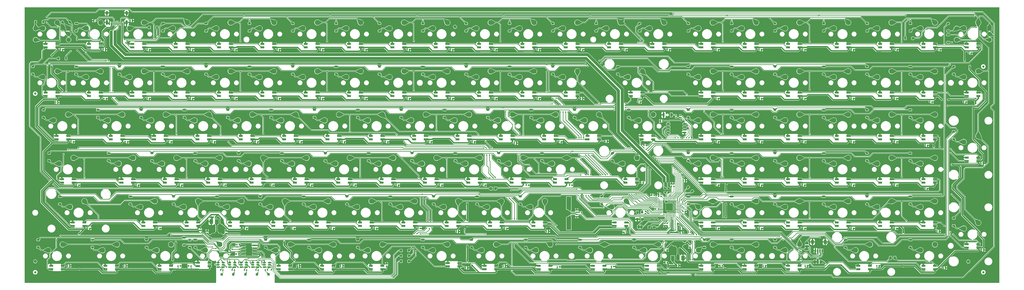
<source format=gbl>
%TF.GenerationSoftware,KiCad,Pcbnew,7.0.2*%
%TF.CreationDate,2023-05-18T15:06:10-05:00*%
%TF.ProjectId,Touch_Keyboard_10x12_Matrix,546f7563-685f-44b6-9579-626f6172645f,rev?*%
%TF.SameCoordinates,Original*%
%TF.FileFunction,Copper,L2,Bot*%
%TF.FilePolarity,Positive*%
%FSLAX46Y46*%
G04 Gerber Fmt 4.6, Leading zero omitted, Abs format (unit mm)*
G04 Created by KiCad (PCBNEW 7.0.2) date 2023-05-18 15:06:10*
%MOMM*%
%LPD*%
G01*
G04 APERTURE LIST*
G04 Aperture macros list*
%AMRoundRect*
0 Rectangle with rounded corners*
0 $1 Rounding radius*
0 $2 $3 $4 $5 $6 $7 $8 $9 X,Y pos of 4 corners*
0 Add a 4 corners polygon primitive as box body*
4,1,4,$2,$3,$4,$5,$6,$7,$8,$9,$2,$3,0*
0 Add four circle primitives for the rounded corners*
1,1,$1+$1,$2,$3*
1,1,$1+$1,$4,$5*
1,1,$1+$1,$6,$7*
1,1,$1+$1,$8,$9*
0 Add four rect primitives between the rounded corners*
20,1,$1+$1,$2,$3,$4,$5,0*
20,1,$1+$1,$4,$5,$6,$7,0*
20,1,$1+$1,$6,$7,$8,$9,0*
20,1,$1+$1,$8,$9,$2,$3,0*%
%AMRotRect*
0 Rectangle, with rotation*
0 The origin of the aperture is its center*
0 $1 length*
0 $2 width*
0 $3 Rotation angle, in degrees counterclockwise*
0 Add horizontal line*
21,1,$1,$2,0,0,$3*%
%AMFreePoly0*
4,1,19,0.500000,-0.750000,0.000000,-0.750000,0.000000,-0.744911,-0.071157,-0.744911,-0.207708,-0.704816,-0.327430,-0.627875,-0.420627,-0.520320,-0.479746,-0.390866,-0.500000,-0.250000,-0.500000,0.250000,-0.479746,0.390866,-0.420627,0.520320,-0.327430,0.627875,-0.207708,0.704816,-0.071157,0.744911,0.000000,0.744911,0.000000,0.750000,0.500000,0.750000,0.500000,-0.750000,0.500000,-0.750000,
$1*%
%AMFreePoly1*
4,1,19,0.000000,0.744911,0.071157,0.744911,0.207708,0.704816,0.327430,0.627875,0.420627,0.520320,0.479746,0.390866,0.500000,0.250000,0.500000,-0.250000,0.479746,-0.390866,0.420627,-0.520320,0.327430,-0.627875,0.207708,-0.704816,0.071157,-0.744911,0.000000,-0.744911,0.000000,-0.750000,-0.500000,-0.750000,-0.500000,0.750000,0.000000,0.750000,0.000000,0.744911,0.000000,0.744911,
$1*%
G04 Aperture macros list end*
%TA.AperFunction,SMDPad,CuDef*%
%ADD10FreePoly0,180.000000*%
%TD*%
%TA.AperFunction,SMDPad,CuDef*%
%ADD11FreePoly1,180.000000*%
%TD*%
%TA.AperFunction,SMDPad,CuDef*%
%ADD12R,2.100000X5.600000*%
%TD*%
%TA.AperFunction,ComponentPad*%
%ADD13C,2.300000*%
%TD*%
%TA.AperFunction,SMDPad,CuDef*%
%ADD14R,1.700000X0.820000*%
%TD*%
%TA.AperFunction,SMDPad,CuDef*%
%ADD15RoundRect,0.205000X0.645000X0.205000X-0.645000X0.205000X-0.645000X-0.205000X0.645000X-0.205000X0*%
%TD*%
%TA.AperFunction,SMDPad,CuDef*%
%ADD16R,1.000000X1.000000*%
%TD*%
%TA.AperFunction,SMDPad,CuDef*%
%ADD17RoundRect,0.150000X0.650000X0.150000X-0.650000X0.150000X-0.650000X-0.150000X0.650000X-0.150000X0*%
%TD*%
%TA.AperFunction,SMDPad,CuDef*%
%ADD18RoundRect,0.140000X0.140000X0.170000X-0.140000X0.170000X-0.140000X-0.170000X0.140000X-0.170000X0*%
%TD*%
%TA.AperFunction,SMDPad,CuDef*%
%ADD19RoundRect,0.225000X-0.375000X0.225000X-0.375000X-0.225000X0.375000X-0.225000X0.375000X0.225000X0*%
%TD*%
%TA.AperFunction,SMDPad,CuDef*%
%ADD20C,1.000000*%
%TD*%
%TA.AperFunction,SMDPad,CuDef*%
%ADD21RoundRect,0.140000X0.170000X-0.140000X0.170000X0.140000X-0.170000X0.140000X-0.170000X-0.140000X0*%
%TD*%
%TA.AperFunction,SMDPad,CuDef*%
%ADD22RoundRect,0.140000X-0.140000X-0.170000X0.140000X-0.170000X0.140000X0.170000X-0.140000X0.170000X0*%
%TD*%
%TA.AperFunction,SMDPad,CuDef*%
%ADD23RoundRect,0.150000X0.512500X0.150000X-0.512500X0.150000X-0.512500X-0.150000X0.512500X-0.150000X0*%
%TD*%
%TA.AperFunction,SMDPad,CuDef*%
%ADD24RoundRect,0.225000X0.225000X0.375000X-0.225000X0.375000X-0.225000X-0.375000X0.225000X-0.375000X0*%
%TD*%
%TA.AperFunction,SMDPad,CuDef*%
%ADD25RoundRect,0.250000X0.262500X0.450000X-0.262500X0.450000X-0.262500X-0.450000X0.262500X-0.450000X0*%
%TD*%
%TA.AperFunction,SMDPad,CuDef*%
%ADD26RoundRect,0.150000X0.825000X0.150000X-0.825000X0.150000X-0.825000X-0.150000X0.825000X-0.150000X0*%
%TD*%
%TA.AperFunction,SMDPad,CuDef*%
%ADD27RoundRect,0.140000X-0.170000X0.140000X-0.170000X-0.140000X0.170000X-0.140000X0.170000X0.140000X0*%
%TD*%
%TA.AperFunction,SMDPad,CuDef*%
%ADD28RoundRect,0.225000X-0.225000X-0.375000X0.225000X-0.375000X0.225000X0.375000X-0.225000X0.375000X0*%
%TD*%
%TA.AperFunction,SMDPad,CuDef*%
%ADD29RotRect,1.000000X1.000000X225.000000*%
%TD*%
%TA.AperFunction,SMDPad,CuDef*%
%ADD30R,1.000000X1.500000*%
%TD*%
%TA.AperFunction,SMDPad,CuDef*%
%ADD31RoundRect,0.200000X-0.275000X0.200000X-0.275000X-0.200000X0.275000X-0.200000X0.275000X0.200000X0*%
%TD*%
%TA.AperFunction,WasherPad*%
%ADD32C,1.400000*%
%TD*%
%TA.AperFunction,ComponentPad*%
%ADD33R,2.000000X2.000000*%
%TD*%
%TA.AperFunction,ComponentPad*%
%ADD34C,2.000000*%
%TD*%
%TA.AperFunction,SMDPad,CuDef*%
%ADD35RoundRect,0.050000X0.387500X0.050000X-0.387500X0.050000X-0.387500X-0.050000X0.387500X-0.050000X0*%
%TD*%
%TA.AperFunction,SMDPad,CuDef*%
%ADD36RoundRect,0.050000X0.050000X0.387500X-0.050000X0.387500X-0.050000X-0.387500X0.050000X-0.387500X0*%
%TD*%
%TA.AperFunction,ComponentPad*%
%ADD37C,0.600000*%
%TD*%
%TA.AperFunction,SMDPad,CuDef*%
%ADD38RoundRect,0.144000X1.456000X1.456000X-1.456000X1.456000X-1.456000X-1.456000X1.456000X-1.456000X0*%
%TD*%
%TA.AperFunction,SMDPad,CuDef*%
%ADD39R,1.500000X2.000000*%
%TD*%
%TA.AperFunction,SMDPad,CuDef*%
%ADD40R,3.800000X2.000000*%
%TD*%
%TA.AperFunction,SMDPad,CuDef*%
%ADD41R,0.900000X1.700000*%
%TD*%
%TA.AperFunction,SMDPad,CuDef*%
%ADD42RoundRect,0.225000X0.375000X-0.225000X0.375000X0.225000X-0.375000X0.225000X-0.375000X-0.225000X0*%
%TD*%
%TA.AperFunction,SMDPad,CuDef*%
%ADD43R,1.500000X1.000000*%
%TD*%
%TA.AperFunction,SMDPad,CuDef*%
%ADD44RoundRect,0.200000X0.275000X-0.200000X0.275000X0.200000X-0.275000X0.200000X-0.275000X-0.200000X0*%
%TD*%
%TA.AperFunction,SMDPad,CuDef*%
%ADD45RoundRect,0.150000X-0.150000X-0.625000X0.150000X-0.625000X0.150000X0.625000X-0.150000X0.625000X0*%
%TD*%
%TA.AperFunction,SMDPad,CuDef*%
%ADD46RoundRect,0.250000X-0.350000X-0.650000X0.350000X-0.650000X0.350000X0.650000X-0.350000X0.650000X0*%
%TD*%
%TA.AperFunction,SMDPad,CuDef*%
%ADD47R,0.600000X1.150000*%
%TD*%
%TA.AperFunction,SMDPad,CuDef*%
%ADD48R,0.300000X1.150000*%
%TD*%
%TA.AperFunction,ComponentPad*%
%ADD49O,1.000000X2.100000*%
%TD*%
%TA.AperFunction,ComponentPad*%
%ADD50O,1.000000X1.800000*%
%TD*%
%TA.AperFunction,ViaPad*%
%ADD51C,0.500000*%
%TD*%
%TA.AperFunction,ViaPad*%
%ADD52C,0.600000*%
%TD*%
%TA.AperFunction,ViaPad*%
%ADD53C,0.750000*%
%TD*%
%TA.AperFunction,Conductor*%
%ADD54C,0.254000*%
%TD*%
%TA.AperFunction,Conductor*%
%ADD55C,0.200000*%
%TD*%
%TA.AperFunction,Conductor*%
%ADD56C,0.600000*%
%TD*%
%TA.AperFunction,Conductor*%
%ADD57C,0.300000*%
%TD*%
%TA.AperFunction,Conductor*%
%ADD58C,0.400000*%
%TD*%
%TA.AperFunction,Conductor*%
%ADD59C,0.150000*%
%TD*%
%TA.AperFunction,Conductor*%
%ADD60C,0.250000*%
%TD*%
%TA.AperFunction,Conductor*%
%ADD61C,1.229200*%
%TD*%
G04 APERTURE END LIST*
%TA.AperFunction,EtchedComponent*%
G36*
X358208150Y-131395750D02*
G01*
X357708150Y-131395750D01*
X357708150Y-130795750D01*
X358208150Y-130795750D01*
X358208150Y-131395750D01*
G37*
%TD.AperFunction*%
%TA.AperFunction,EtchedComponent*%
G36*
X435698950Y-146762750D02*
G01*
X435198950Y-146762750D01*
X435198950Y-146162750D01*
X435698950Y-146162750D01*
X435698950Y-146762750D01*
G37*
%TD.AperFunction*%
%TA.AperFunction,EtchedComponent*%
G36*
X431598350Y-140500150D02*
G01*
X430998350Y-140500150D01*
X430998350Y-140000150D01*
X431598350Y-140000150D01*
X431598350Y-140500150D01*
G37*
%TD.AperFunction*%
D10*
X358608150Y-131095750D03*
D11*
X357308150Y-131095750D03*
D12*
X326701150Y-129603350D03*
X326701150Y-120603350D03*
D13*
X176479200Y-122301000D03*
X182829200Y-119761000D03*
X266966700Y-65151000D03*
X273316700Y-62611000D03*
X402697950Y-122301000D03*
X409047950Y-119761000D03*
X300304200Y-103251000D03*
X306654200Y-100711000D03*
X336022950Y-141351000D03*
X342372950Y-138811000D03*
X402697950Y-84201000D03*
X409047950Y-81661000D03*
X143141700Y-84201000D03*
X149491700Y-81661000D03*
X197910450Y-141351000D03*
X204260450Y-138811000D03*
X97897950Y-141351000D03*
X104247950Y-138811000D03*
X152666700Y-65151000D03*
X159016700Y-62611000D03*
X324116700Y-43719750D03*
X330466700Y-41179750D03*
X262204200Y-103251000D03*
X268554200Y-100711000D03*
X402697950Y-65151000D03*
X409047950Y-62611000D03*
X114566700Y-65151000D03*
X120916700Y-62611000D03*
X286016700Y-43719750D03*
X292366700Y-41179750D03*
X276491700Y-84201000D03*
X282841700Y-81661000D03*
X421747950Y-141351000D03*
X428097950Y-138811000D03*
X133616700Y-43719750D03*
X139966700Y-41179750D03*
X421747950Y-43719750D03*
X428097950Y-41179750D03*
X402697950Y-103251000D03*
X409047950Y-100711000D03*
X481279200Y-65151000D03*
X487629200Y-62611000D03*
X147904200Y-103251000D03*
X154254200Y-100711000D03*
X500329200Y-93726000D03*
X506679200Y-91186000D03*
X114566700Y-43719750D03*
X120916700Y-41179750D03*
X243154200Y-103251000D03*
X249504200Y-100711000D03*
X195529200Y-122301000D03*
X201879200Y-119761000D03*
X343166700Y-43719750D03*
X349516700Y-41179750D03*
X295541700Y-84201000D03*
X301891700Y-81661000D03*
X228866700Y-43719750D03*
X235216700Y-41179750D03*
X383647950Y-43719750D03*
X389997950Y-41179750D03*
X357454200Y-84201000D03*
X363804200Y-81661000D03*
X224104200Y-103251000D03*
X230454200Y-100711000D03*
X166954200Y-103251000D03*
X173304200Y-100711000D03*
X481279200Y-84201000D03*
X487629200Y-81661000D03*
X383647950Y-65151000D03*
X389997950Y-62611000D03*
X383647950Y-141351000D03*
X389997950Y-138811000D03*
X481279200Y-141351000D03*
X487629200Y-138811000D03*
X383647950Y-103251000D03*
X389997950Y-100711000D03*
X481279200Y-122301000D03*
X487629200Y-119761000D03*
X362216700Y-43719750D03*
X368566700Y-41179750D03*
X124091700Y-84201000D03*
X130441700Y-81661000D03*
X171716700Y-65151000D03*
X178066700Y-62611000D03*
X383647950Y-122301000D03*
X389997950Y-119761000D03*
X319354200Y-103251000D03*
X325704200Y-100711000D03*
X324116700Y-65151000D03*
X330466700Y-62611000D03*
X462229200Y-84201000D03*
X468579200Y-81661000D03*
X443179200Y-65151000D03*
X449529200Y-62611000D03*
X219341700Y-84201000D03*
X225691700Y-81661000D03*
X312210450Y-141351000D03*
X318560450Y-138811000D03*
X290779200Y-122301000D03*
X297129200Y-119761000D03*
X171716700Y-43719750D03*
X178066700Y-41179750D03*
X200291700Y-84201000D03*
X206641700Y-81661000D03*
X233629200Y-122301000D03*
X239979200Y-119761000D03*
X309829200Y-122301000D03*
X316179200Y-119761000D03*
X402697950Y-43719750D03*
X409047950Y-41179750D03*
X216960450Y-141351000D03*
X223310450Y-138811000D03*
X345547950Y-122301000D03*
X351897950Y-119761000D03*
X500329200Y-43719750D03*
X506679200Y-41179750D03*
X443179200Y-122301000D03*
X449529200Y-119761000D03*
X162191700Y-84201000D03*
X168541700Y-81661000D03*
X145522950Y-141351000D03*
X151872950Y-138811000D03*
X214579200Y-122301000D03*
X220929200Y-119761000D03*
X166954200Y-141351000D03*
X173304200Y-138811000D03*
X252679200Y-122301000D03*
X259029200Y-119761000D03*
X190766700Y-43719750D03*
X197116700Y-41179750D03*
X443179200Y-84201000D03*
X449529200Y-81661000D03*
X421747950Y-84201000D03*
X428097950Y-81661000D03*
X181241700Y-84201000D03*
X187591700Y-81661000D03*
X238391700Y-141351000D03*
X244741700Y-138811000D03*
X247916700Y-43719750D03*
X254266700Y-41179750D03*
X421747950Y-122301000D03*
X428097950Y-119761000D03*
X205054200Y-103251000D03*
X211404200Y-100711000D03*
X152666700Y-43719750D03*
X159016700Y-41179750D03*
X266966700Y-43719750D03*
X273316700Y-41179750D03*
X500329200Y-131826000D03*
X506679200Y-129286000D03*
X133616700Y-65151000D03*
X139966700Y-62611000D03*
X209816700Y-65151000D03*
X216166700Y-62611000D03*
X288397950Y-141351000D03*
X294747950Y-138811000D03*
X95510350Y-43719750D03*
X101860350Y-41179750D03*
X107422950Y-122301000D03*
X113772950Y-119761000D03*
X95516700Y-65151000D03*
X101866700Y-62611000D03*
X121710450Y-141351000D03*
X128060450Y-138811000D03*
X305066700Y-65151000D03*
X311416700Y-62611000D03*
X452704200Y-141351000D03*
X459054200Y-138811000D03*
X286016700Y-65151000D03*
X292366700Y-62611000D03*
X462229200Y-122301000D03*
X468579200Y-119761000D03*
X247916700Y-65151000D03*
X254266700Y-62611000D03*
X190766700Y-65151000D03*
X197116700Y-62611000D03*
X100279200Y-84201000D03*
X106629200Y-81661000D03*
X462229200Y-103251000D03*
X468579200Y-100711000D03*
X462229200Y-43719750D03*
X468579200Y-41179750D03*
X421747950Y-65151000D03*
X428097950Y-62611000D03*
X462229200Y-65151000D03*
X468579200Y-62611000D03*
X138379200Y-122301000D03*
X144729200Y-119761000D03*
X281254200Y-103251000D03*
X287604200Y-100711000D03*
X209816700Y-43719750D03*
X216166700Y-41179750D03*
X102660450Y-103251000D03*
X109010450Y-100711000D03*
X481279200Y-43719750D03*
X487629200Y-41179750D03*
X333641700Y-84201000D03*
X339991700Y-81661000D03*
X500329200Y-65151000D03*
X506679200Y-62611000D03*
X402697950Y-141351000D03*
X409047950Y-138811000D03*
X128854200Y-103251000D03*
X135204200Y-100711000D03*
X238391700Y-84201000D03*
X244741700Y-81661000D03*
X481279200Y-103251000D03*
X487629200Y-100711000D03*
X443179200Y-43719750D03*
X449529200Y-41179750D03*
X266966700Y-141351000D03*
X273316700Y-138811000D03*
X352691700Y-65151000D03*
X359041700Y-62611000D03*
X257441700Y-84201000D03*
X263791700Y-81661000D03*
X305066700Y-43719750D03*
X311416700Y-41179750D03*
X157429200Y-122301000D03*
X163779200Y-119761000D03*
X350310450Y-103251000D03*
X356660450Y-100711000D03*
X228866700Y-65151000D03*
X235216700Y-62611000D03*
X421747950Y-103251000D03*
X428097950Y-100711000D03*
X443179200Y-103251000D03*
X449529200Y-100711000D03*
X186004200Y-103251000D03*
X192354200Y-100711000D03*
X271729200Y-122301000D03*
X278079200Y-119761000D03*
X314591700Y-84201000D03*
X320941700Y-81661000D03*
X383647950Y-84201000D03*
X389997950Y-81661000D03*
X359835450Y-141351000D03*
X366185450Y-138811000D03*
D14*
X216176700Y-52089750D03*
X216176700Y-50589750D03*
D15*
X211076700Y-50589750D03*
D14*
X211076700Y-52089750D03*
D16*
X179248650Y-151989750D03*
D17*
X377595950Y-85756750D03*
X377595950Y-87026750D03*
X377595950Y-88296750D03*
X377595950Y-89566750D03*
X370395950Y-89566750D03*
X370395950Y-88296750D03*
X370395950Y-87026750D03*
X370395950Y-85756750D03*
D18*
X451790950Y-131730750D03*
X450830950Y-131730750D03*
X332791950Y-53117750D03*
X331831950Y-53117750D03*
D19*
X438734200Y-60579000D03*
X438734200Y-63879000D03*
D20*
X92163900Y-151034750D03*
D18*
X430454950Y-53117750D03*
X429494950Y-53117750D03*
D19*
X417322000Y-41612550D03*
X417322000Y-44912550D03*
D21*
X372929150Y-113193750D03*
X372929150Y-112233750D03*
D14*
X428107950Y-73521000D03*
X428107950Y-72021000D03*
D15*
X423007950Y-72021000D03*
D14*
X423007950Y-73521000D03*
D19*
X291096700Y-79629000D03*
X291096700Y-82929000D03*
D14*
X311426700Y-52089750D03*
X311426700Y-50589750D03*
D15*
X306326700Y-50589750D03*
D14*
X306326700Y-52089750D03*
D19*
X193465450Y-136779000D03*
X193465450Y-140079000D03*
D22*
X189210650Y-150084750D03*
X190170650Y-150084750D03*
D14*
X197126700Y-73521000D03*
X197126700Y-72021000D03*
D15*
X192026700Y-72021000D03*
D14*
X192026700Y-73521000D03*
D19*
X305384200Y-117729000D03*
X305384200Y-121029000D03*
D23*
X184958150Y-146848750D03*
X184958150Y-147798750D03*
X184958150Y-148748750D03*
X182683150Y-148748750D03*
X182683150Y-147798750D03*
X182683150Y-146848750D03*
D14*
X201889200Y-130671000D03*
X201889200Y-129171000D03*
D15*
X196789200Y-129171000D03*
D14*
X196789200Y-130671000D03*
D18*
X237569950Y-53117750D03*
X236609950Y-53117750D03*
D14*
X366195450Y-149721000D03*
X366195450Y-148221000D03*
D15*
X361095450Y-148221000D03*
D14*
X361095450Y-149721000D03*
X390007950Y-149721000D03*
X390007950Y-148221000D03*
D15*
X384907950Y-148221000D03*
D14*
X384907950Y-149721000D03*
D19*
X379202950Y-60581000D03*
X379202950Y-63881000D03*
D14*
X506689200Y-140196000D03*
X506689200Y-138696000D03*
D15*
X501589200Y-138696000D03*
D14*
X501589200Y-140196000D03*
D24*
X107421950Y-41027350D03*
X104121950Y-41027350D03*
D14*
X135214200Y-111621000D03*
X135214200Y-110121000D03*
D15*
X130114200Y-110121000D03*
D14*
X130114200Y-111621000D03*
D22*
X178740650Y-150084750D03*
X179700650Y-150084750D03*
D14*
X368576700Y-52089750D03*
X368576700Y-50589750D03*
D15*
X363476700Y-50589750D03*
D14*
X363476700Y-52089750D03*
X301901700Y-92571000D03*
X301901700Y-91071000D03*
D15*
X296801700Y-91071000D03*
D14*
X296801700Y-92571000D03*
D19*
X148240750Y-41612550D03*
X148240750Y-44912550D03*
D18*
X227361750Y-148189950D03*
X226401750Y-148189950D03*
D19*
X300640750Y-41612550D03*
X300640750Y-44912550D03*
D16*
X362007150Y-131222750D03*
D20*
X92163900Y-72453500D03*
D14*
X204270450Y-149721000D03*
X204270450Y-148221000D03*
D15*
X199170450Y-148221000D03*
D14*
X199170450Y-149721000D03*
D19*
X214896700Y-79629000D03*
X214896700Y-82929000D03*
D14*
X297139200Y-130671000D03*
X297139200Y-129171000D03*
D15*
X292039200Y-129171000D03*
D14*
X292039200Y-130671000D03*
X468589200Y-92571000D03*
X468589200Y-91071000D03*
D15*
X463489200Y-91071000D03*
D14*
X463489200Y-92571000D03*
D18*
X392410950Y-131730750D03*
X391450950Y-131730750D03*
D19*
X224421700Y-60579000D03*
X224421700Y-63879000D03*
D25*
X294339650Y-114204750D03*
X292514650Y-114204750D03*
D22*
X375751150Y-131730750D03*
X376711150Y-131730750D03*
D14*
X356670450Y-111621000D03*
X356670450Y-110121000D03*
D15*
X351570450Y-110121000D03*
D14*
X351570450Y-111621000D03*
D23*
X174798150Y-146848750D03*
X174798150Y-147798750D03*
X174798150Y-148748750D03*
X172523150Y-148748750D03*
X172523150Y-147798750D03*
X172523150Y-146848750D03*
D18*
X430355950Y-112680750D03*
X429395950Y-112680750D03*
X161369950Y-53117750D03*
X160409950Y-53117750D03*
D19*
X398252950Y-136779000D03*
X398252950Y-140079000D03*
D14*
X230464200Y-111621000D03*
X230464200Y-110121000D03*
D15*
X225364200Y-110121000D03*
D14*
X225364200Y-111621000D03*
X168551700Y-92571000D03*
X168551700Y-91071000D03*
D15*
X163451700Y-91071000D03*
D14*
X163451700Y-92571000D03*
X206651700Y-92571000D03*
X206651700Y-91071000D03*
D15*
X201551700Y-91071000D03*
D14*
X201551700Y-92571000D03*
D19*
X148221700Y-60522000D03*
X148221700Y-63822000D03*
D18*
X392382950Y-112680750D03*
X391422950Y-112680750D03*
D14*
X159026700Y-52089750D03*
X159026700Y-50589750D03*
D15*
X153926700Y-50589750D03*
D14*
X153926700Y-52089750D03*
D19*
X262521700Y-136779000D03*
X262521700Y-140079000D03*
D14*
X187601700Y-92571000D03*
X187601700Y-91071000D03*
D15*
X182501700Y-91071000D03*
D14*
X182501700Y-92571000D03*
X197126700Y-52089750D03*
X197126700Y-50589750D03*
D15*
X192026700Y-50589750D03*
D14*
X192026700Y-52089750D03*
X139976700Y-73521000D03*
X139976700Y-72021000D03*
D15*
X134876700Y-72021000D03*
D14*
X134876700Y-73521000D03*
D26*
X188613650Y-139251750D03*
X188613650Y-140521750D03*
X188613650Y-141791750D03*
X188613650Y-143061750D03*
X183663650Y-143061750D03*
X183663650Y-141791750D03*
X183663650Y-140521750D03*
X183663650Y-139251750D03*
D20*
X508882650Y-60547250D03*
D19*
X229184200Y-117729000D03*
X229184200Y-121029000D03*
D27*
X428732950Y-140930150D03*
X428732950Y-141890150D03*
D19*
X93452950Y-136779000D03*
X93452950Y-140079000D03*
D18*
X470840950Y-131730750D03*
X469880950Y-131730750D03*
D14*
X449539200Y-92571000D03*
X449539200Y-91071000D03*
D15*
X444439200Y-91071000D03*
D14*
X444439200Y-92571000D03*
D19*
X398272000Y-41612550D03*
X398272000Y-44912550D03*
X141077950Y-136779000D03*
X141077950Y-140079000D03*
X172034200Y-117729000D03*
X172034200Y-121029000D03*
D28*
X474555550Y-48088550D03*
X477855550Y-48088550D03*
D14*
X273326700Y-73521000D03*
X273326700Y-72021000D03*
D15*
X268226700Y-72021000D03*
D14*
X268226700Y-73521000D03*
D19*
X262540750Y-41593550D03*
X262540750Y-44893550D03*
D16*
X184582650Y-151989750D03*
D19*
X495884200Y-89154000D03*
X495884200Y-92454000D03*
X476834200Y-79617000D03*
X476834200Y-82917000D03*
D24*
X256342150Y-143795750D03*
X253042150Y-143795750D03*
D19*
X348246700Y-60579000D03*
X348246700Y-63879000D03*
D14*
X459064200Y-149721000D03*
X459064200Y-148221000D03*
D15*
X453964200Y-148221000D03*
D14*
X453964200Y-149721000D03*
D18*
X196675950Y-112680750D03*
X195715950Y-112680750D03*
D29*
X380980950Y-115347750D03*
D18*
X156543950Y-112680750D03*
X155583950Y-112680750D03*
D14*
X294757950Y-149721000D03*
X294757950Y-148221000D03*
D15*
X289657950Y-148221000D03*
D14*
X289657950Y-149721000D03*
X113782950Y-130671000D03*
X113782950Y-129171000D03*
D15*
X108682950Y-129171000D03*
D14*
X108682950Y-130671000D03*
X220939200Y-130671000D03*
X220939200Y-129171000D03*
D15*
X215839200Y-129171000D03*
D14*
X215839200Y-130671000D03*
D16*
X356800150Y-127666750D03*
D19*
X495884200Y-127254000D03*
X495884200Y-130554000D03*
D27*
X178710650Y-139942750D03*
X178710650Y-140902750D03*
D18*
X108890950Y-93630750D03*
X107930950Y-93630750D03*
D14*
X263801700Y-92571000D03*
X263801700Y-91071000D03*
D15*
X258701700Y-91071000D03*
D14*
X258701700Y-92571000D03*
D19*
X438753250Y-41612550D03*
X438753250Y-44912550D03*
D18*
X411460950Y-131730750D03*
X410500950Y-131730750D03*
D22*
X375751150Y-133762750D03*
X376711150Y-133762750D03*
D18*
X142291950Y-53117750D03*
X141331950Y-53117750D03*
D14*
X182839200Y-130671000D03*
X182839200Y-129171000D03*
D15*
X177739200Y-129171000D03*
D14*
X177739200Y-130671000D03*
D18*
X228044950Y-93630750D03*
X227084950Y-93630750D03*
D19*
X152984200Y-117729000D03*
X152984200Y-121029000D03*
X129171700Y-60579000D03*
X129171700Y-63879000D03*
D18*
X508841950Y-103155750D03*
X507881950Y-103155750D03*
D14*
X468589200Y-130671000D03*
X468589200Y-129171000D03*
D15*
X463489200Y-129171000D03*
D14*
X463489200Y-130671000D03*
D19*
X210134200Y-117729000D03*
X210134200Y-121029000D03*
D30*
X434798950Y-146462750D03*
X436098950Y-146462750D03*
X437398950Y-146462750D03*
D19*
X286334200Y-117729000D03*
X286334200Y-121029000D03*
D18*
X170894950Y-93630750D03*
X169934950Y-93630750D03*
X107341550Y-148210900D03*
X106381550Y-148210900D03*
D22*
X350958150Y-133432550D03*
X351918150Y-133432550D03*
D18*
X111331950Y-112680750D03*
X110371950Y-112680750D03*
X332210350Y-124618750D03*
X331250350Y-124618750D03*
X289893950Y-112680750D03*
X288933950Y-112680750D03*
X411432950Y-112680750D03*
X410472950Y-112680750D03*
D14*
X390007950Y-111621000D03*
X390007950Y-110121000D03*
D15*
X384907950Y-110121000D03*
D14*
X384907950Y-111621000D03*
D23*
X190038150Y-146848750D03*
X190038150Y-147798750D03*
X190038150Y-148748750D03*
X187763150Y-148748750D03*
X187763150Y-147798750D03*
X187763150Y-146848750D03*
D14*
X316189200Y-130671000D03*
X316189200Y-129171000D03*
D15*
X311089200Y-129171000D03*
D14*
X311089200Y-130671000D03*
X168783950Y-148343750D03*
X168783950Y-146843750D03*
D15*
X163683950Y-146843750D03*
D14*
X163683950Y-148343750D03*
D19*
X398252950Y-79629000D03*
X398252950Y-82929000D03*
D18*
X430454950Y-74580750D03*
X429494950Y-74580750D03*
D27*
X181885650Y-140930750D03*
X181885650Y-141890750D03*
D31*
X368992150Y-114204750D03*
X368992150Y-115854750D03*
D19*
X457784200Y-98679000D03*
X457784200Y-101979000D03*
D14*
X178076700Y-52089750D03*
X178076700Y-50589750D03*
D15*
X172976700Y-50589750D03*
D14*
X172976700Y-52089750D03*
D19*
X160077150Y-136811750D03*
X160077150Y-140111750D03*
D22*
X359751750Y-95307150D03*
X360711750Y-95307150D03*
D19*
X248234200Y-117729000D03*
X248234200Y-121029000D03*
X233946700Y-136779000D03*
X233946700Y-140079000D03*
D18*
X470868950Y-112680750D03*
X469908950Y-112680750D03*
D14*
X340001700Y-92571000D03*
X340001700Y-91071000D03*
D15*
X334901700Y-91071000D03*
D14*
X334901700Y-92571000D03*
D18*
X358064950Y-76104750D03*
X357104950Y-76104750D03*
D19*
X476853250Y-41612550D03*
X476853250Y-44912550D03*
D24*
X145647950Y-43313350D03*
X142347950Y-43313350D03*
D14*
X278089200Y-130671000D03*
X278089200Y-129171000D03*
D15*
X272989200Y-129171000D03*
D14*
X272989200Y-130671000D03*
D19*
X314909200Y-98679000D03*
X314909200Y-101979000D03*
D18*
X218519950Y-53117750D03*
X217559950Y-53117750D03*
D14*
X216176700Y-73521000D03*
X216176700Y-72021000D03*
D15*
X211076700Y-72021000D03*
D14*
X211076700Y-73521000D03*
D21*
X360356150Y-125225750D03*
X360356150Y-124265750D03*
D19*
X281590750Y-41586550D03*
X281590750Y-44886550D03*
D14*
X449539200Y-111621000D03*
X449539200Y-110121000D03*
D15*
X444439200Y-110121000D03*
D14*
X444439200Y-111621000D03*
D19*
X186340750Y-41612550D03*
X186340750Y-44912550D03*
X457784200Y-79624000D03*
X457784200Y-82924000D03*
D18*
X155886150Y-148240750D03*
X154926150Y-148240750D03*
X118901150Y-40316150D03*
X117941150Y-40316150D03*
D19*
X281571700Y-60600000D03*
X281571700Y-63900000D03*
D18*
X123374150Y-74656950D03*
X122414150Y-74656950D03*
X146990950Y-131730750D03*
X146030950Y-131730750D03*
D19*
X476802450Y-117697250D03*
X476802450Y-120997250D03*
D14*
X244751700Y-92571000D03*
X244751700Y-91071000D03*
D15*
X239651700Y-91071000D03*
D14*
X239651700Y-92571000D03*
X359051700Y-73521000D03*
X359051700Y-72021000D03*
D15*
X353951700Y-72021000D03*
D14*
X353951700Y-73521000D03*
X428107950Y-111621000D03*
X428107950Y-110121000D03*
D15*
X423007950Y-110121000D03*
D14*
X423007950Y-111621000D03*
D19*
X398252950Y-60579000D03*
X398252950Y-63879000D03*
D14*
X223320450Y-149721000D03*
X223320450Y-148221000D03*
D15*
X218220450Y-148221000D03*
D14*
X218220450Y-149721000D03*
X109020450Y-111621000D03*
X109020450Y-110121000D03*
D15*
X103920450Y-110121000D03*
D14*
X103920450Y-111621000D03*
D16*
X358832150Y-124618750D03*
D19*
X224440750Y-41612550D03*
X224440750Y-44912550D03*
D14*
X449539200Y-130671000D03*
X449539200Y-129171000D03*
D15*
X444439200Y-129171000D03*
D14*
X444439200Y-130671000D03*
D18*
X237541950Y-74580750D03*
X236581950Y-74580750D03*
X256591950Y-74580750D03*
X255631950Y-74580750D03*
D14*
X325714200Y-111621000D03*
X325714200Y-110121000D03*
D15*
X320614200Y-110121000D03*
D14*
X320614200Y-111621000D03*
X506689200Y-73521000D03*
X506689200Y-72021000D03*
D15*
X501589200Y-72021000D03*
D14*
X501589200Y-73521000D03*
D18*
X489484550Y-133000750D03*
X488524550Y-133000750D03*
X199469950Y-53117750D03*
X198509950Y-53117750D03*
X247094950Y-93630750D03*
X246134950Y-93630750D03*
X282220550Y-149104350D03*
X281260550Y-149104350D03*
D14*
X506689200Y-52089750D03*
X506689200Y-50589750D03*
D15*
X501589200Y-50589750D03*
D14*
X501589200Y-52089750D03*
D18*
X501193950Y-76104750D03*
X500233950Y-76104750D03*
D32*
X276637750Y-43059350D03*
D19*
X319690750Y-41612550D03*
X319690750Y-44912550D03*
X143459200Y-98679000D03*
X143459200Y-101979000D03*
D18*
X367158150Y-117633750D03*
X366198150Y-117633750D03*
D14*
X390007950Y-130671000D03*
X390007950Y-129171000D03*
D15*
X384907950Y-129171000D03*
D14*
X384907950Y-130671000D03*
D19*
X300621700Y-60593000D03*
X300621700Y-63893000D03*
X243490750Y-41612550D03*
X243490750Y-44912550D03*
D18*
X175593950Y-112680750D03*
X174633950Y-112680750D03*
X313741950Y-53117750D03*
X312781950Y-53117750D03*
D14*
X101876700Y-52089750D03*
X101876700Y-50589750D03*
D15*
X96776700Y-50589750D03*
D14*
X96776700Y-52089750D03*
D16*
X194742650Y-151989750D03*
D14*
X487639200Y-52089750D03*
X487639200Y-50589750D03*
D15*
X482539200Y-50589750D03*
D14*
X482539200Y-52089750D03*
D19*
X238709200Y-98679000D03*
X238709200Y-101979000D03*
X295859200Y-98679000D03*
X295859200Y-101979000D03*
D18*
X367998950Y-84486750D03*
X367038950Y-84486750D03*
X199469950Y-74580750D03*
X198509950Y-74580750D03*
X484203950Y-114204750D03*
X483243950Y-114204750D03*
D21*
X167697150Y-133889750D03*
X167697150Y-132929750D03*
D19*
X341102950Y-117729000D03*
X341102950Y-121029000D03*
X310146700Y-79629000D03*
X310146700Y-82929000D03*
X200609200Y-98679000D03*
X200609200Y-101979000D03*
X438702450Y-117729000D03*
X438702450Y-121029000D03*
D14*
X128070450Y-149721000D03*
X128070450Y-148221000D03*
D15*
X122970450Y-148221000D03*
D14*
X122970450Y-149721000D03*
D16*
X364039150Y-131222750D03*
D19*
X379202950Y-79629000D03*
X379202950Y-82929000D03*
D18*
X275669950Y-53117750D03*
X274709950Y-53117750D03*
D19*
X319671700Y-60579000D03*
X319671700Y-63879000D03*
D14*
X390007950Y-73521000D03*
X390007950Y-72021000D03*
D15*
X384907950Y-72021000D03*
D14*
X384907950Y-73521000D03*
D18*
X189944950Y-93630750D03*
X188984950Y-93630750D03*
D19*
X457784200Y-117729000D03*
X457784200Y-121029000D03*
D14*
X428107950Y-92571000D03*
X428107950Y-91071000D03*
D15*
X423007950Y-91071000D03*
D14*
X423007950Y-92571000D03*
D19*
X495884200Y-60579000D03*
X495884200Y-63879000D03*
D24*
X95609950Y-40925750D03*
X92309950Y-40925750D03*
D33*
X106826700Y-43759750D03*
D34*
X106826700Y-48759750D03*
X106826700Y-46259750D03*
X92326700Y-48759750D03*
X92326700Y-43759750D03*
D19*
X379202950Y-117760750D03*
X379202950Y-121060750D03*
D21*
X180905150Y-139886750D03*
X180905150Y-138926750D03*
D18*
X323294950Y-93630750D03*
X322334950Y-93630750D03*
X151844950Y-93630750D03*
X150884950Y-93630750D03*
X509067950Y-141255750D03*
X508107950Y-141255750D03*
D20*
X508882650Y-151034750D03*
D27*
X428631350Y-144357150D03*
X428631350Y-145317150D03*
D14*
X173314200Y-111621000D03*
X173314200Y-110121000D03*
D15*
X168214200Y-110121000D03*
D14*
X168214200Y-111621000D03*
D18*
X430482950Y-93630750D03*
X429522950Y-93630750D03*
D14*
X239989200Y-130671000D03*
X239989200Y-129171000D03*
D15*
X234889200Y-129171000D03*
D14*
X234889200Y-130671000D03*
D18*
X484330950Y-95154750D03*
X483370950Y-95154750D03*
D14*
X487639200Y-149721000D03*
X487639200Y-148221000D03*
D15*
X482539200Y-148221000D03*
D14*
X482539200Y-149721000D03*
D19*
X110121700Y-60579000D03*
X110121700Y-63879000D03*
D14*
X342382950Y-149721000D03*
X342382950Y-148221000D03*
D15*
X337282950Y-148221000D03*
D14*
X337282950Y-149721000D03*
D18*
X313769950Y-74580750D03*
X312809950Y-74580750D03*
D35*
X374354451Y-119665750D03*
X374354451Y-120065750D03*
X374354451Y-120465750D03*
X374354451Y-120865750D03*
X374354451Y-121265750D03*
X374354451Y-121665750D03*
X374354451Y-122065750D03*
X374354451Y-122465750D03*
X374354451Y-122865750D03*
X374354451Y-123265750D03*
X374354451Y-123665750D03*
X374354451Y-124065750D03*
X374354451Y-124465750D03*
X374354451Y-124865750D03*
D36*
X373516951Y-125703250D03*
X373116951Y-125703250D03*
X372716951Y-125703250D03*
X372316951Y-125703250D03*
X371916951Y-125703250D03*
X371516951Y-125703250D03*
X371116951Y-125703250D03*
X370716951Y-125703250D03*
X370316951Y-125703250D03*
X369916951Y-125703250D03*
X369516951Y-125703250D03*
X369116951Y-125703250D03*
X368716951Y-125703250D03*
X368316951Y-125703250D03*
D35*
X367479451Y-124865750D03*
X367479451Y-124465750D03*
X367479451Y-124065750D03*
X367479451Y-123665750D03*
X367479451Y-123265750D03*
X367479451Y-122865750D03*
X367479451Y-122465750D03*
X367479451Y-122065750D03*
X367479451Y-121665750D03*
X367479451Y-121265750D03*
X367479451Y-120865750D03*
X367479451Y-120465750D03*
X367479451Y-120065750D03*
X367479451Y-119665750D03*
D36*
X368316951Y-118828250D03*
X368716951Y-118828250D03*
X369116951Y-118828250D03*
X369516951Y-118828250D03*
X369916951Y-118828250D03*
X370316951Y-118828250D03*
X370716951Y-118828250D03*
X371116951Y-118828250D03*
X371516951Y-118828250D03*
X371916951Y-118828250D03*
X372316951Y-118828250D03*
X372716951Y-118828250D03*
X373116951Y-118828250D03*
X373516951Y-118828250D03*
D37*
X372191951Y-120990750D03*
X372191951Y-122265750D03*
X372191951Y-123540750D03*
X370916951Y-120990750D03*
X370916951Y-122265750D03*
D38*
X370916951Y-122265750D03*
D37*
X370916951Y-123540750D03*
X369641951Y-120990750D03*
X369641951Y-122265750D03*
X369641951Y-123540750D03*
D21*
X371786150Y-113132750D03*
X371786150Y-112172750D03*
D19*
X119646700Y-79629000D03*
X119646700Y-82929000D03*
D22*
X374088450Y-147986750D03*
X375048450Y-147986750D03*
D18*
X413058550Y-148189950D03*
X412098550Y-148189950D03*
X294719950Y-53117750D03*
X293759950Y-53117750D03*
D27*
X246564150Y-147379750D03*
X246564150Y-148339750D03*
D14*
X351907950Y-130671000D03*
X351907950Y-129171000D03*
D15*
X346807950Y-129171000D03*
D14*
X346807950Y-130671000D03*
D18*
X161369950Y-74580750D03*
X160409950Y-74580750D03*
D21*
X164776150Y-132591750D03*
X164776150Y-131631750D03*
D18*
X346380950Y-148520150D03*
X345420950Y-148520150D03*
D14*
X330476700Y-52089750D03*
X330476700Y-50589750D03*
D15*
X325376700Y-50589750D03*
D14*
X325376700Y-52089750D03*
X104257950Y-149721000D03*
X104257950Y-148221000D03*
D15*
X99157950Y-148221000D03*
D14*
X99157950Y-149721000D03*
X487639200Y-92571000D03*
X487639200Y-91071000D03*
D15*
X482539200Y-91071000D03*
D14*
X482539200Y-92571000D03*
D18*
X451790950Y-74580750D03*
X450830950Y-74580750D03*
D14*
X154264200Y-111621000D03*
X154264200Y-110121000D03*
D15*
X149164200Y-110121000D03*
D14*
X149164200Y-111621000D03*
X273307650Y-52089750D03*
X273307650Y-50589750D03*
D15*
X268207650Y-50589750D03*
D14*
X268207650Y-52089750D03*
D27*
X177694650Y-141283750D03*
X177694650Y-142243750D03*
D19*
X417302950Y-98679000D03*
X417302950Y-101979000D03*
D18*
X261346950Y-131730750D03*
X260386950Y-131730750D03*
X343536150Y-93376750D03*
X342576150Y-93376750D03*
D16*
X174168650Y-151989750D03*
D19*
X283952950Y-136779000D03*
X283952950Y-140079000D03*
D18*
X180419950Y-74580750D03*
X179459950Y-74580750D03*
D14*
X120926700Y-52089750D03*
X120926700Y-50589750D03*
D15*
X115826700Y-50589750D03*
D14*
X115826700Y-52089750D03*
D18*
X451818950Y-53117750D03*
X450858950Y-53117750D03*
D19*
X252996700Y-79629000D03*
X252996700Y-82929000D03*
D14*
X409057950Y-149721000D03*
X409057950Y-148221000D03*
D15*
X403957950Y-148221000D03*
D14*
X403957950Y-149721000D03*
D18*
X298758550Y-148189950D03*
X297798550Y-148189950D03*
X430454950Y-131730750D03*
X429494950Y-131730750D03*
X223218950Y-131730750D03*
X222258950Y-131730750D03*
D14*
X120926700Y-73521000D03*
X120926700Y-72021000D03*
D15*
X115826700Y-72021000D03*
D14*
X115826700Y-73521000D03*
X139976700Y-52089750D03*
X139976700Y-50589750D03*
D15*
X134876700Y-50589750D03*
D14*
X134876700Y-52089750D03*
X487639200Y-111621000D03*
X487639200Y-110121000D03*
D15*
X482539200Y-110121000D03*
D14*
X482539200Y-111621000D03*
X259039200Y-130671000D03*
X259039200Y-129171000D03*
D15*
X253939200Y-129171000D03*
D14*
X253939200Y-130671000D03*
D18*
X322560950Y-148697950D03*
X321600950Y-148697950D03*
D19*
X195846700Y-79629000D03*
X195846700Y-82929000D03*
D16*
X189662650Y-151989750D03*
D18*
X359340150Y-111537750D03*
X358380150Y-111537750D03*
D14*
X192364200Y-111621000D03*
X192364200Y-110121000D03*
D15*
X187264200Y-110121000D03*
D14*
X187264200Y-111621000D03*
D19*
X176796700Y-79629000D03*
X176796700Y-82929000D03*
D18*
X308943950Y-112680750D03*
X307983950Y-112680750D03*
D22*
X393127350Y-148113750D03*
X394087350Y-148113750D03*
D18*
X278209950Y-133127750D03*
X277249950Y-133127750D03*
X332791950Y-74580750D03*
X331831950Y-74580750D03*
X213693950Y-112680750D03*
X212733950Y-112680750D03*
D19*
X95834200Y-79629000D03*
X95834200Y-82929000D03*
D14*
X106639200Y-92571000D03*
X106639200Y-91071000D03*
D15*
X101539200Y-91071000D03*
D14*
X101539200Y-92571000D03*
D18*
X142291950Y-74580750D03*
X141331950Y-74580750D03*
D14*
X468589200Y-52089750D03*
X468589200Y-50589750D03*
D15*
X463489200Y-50589750D03*
D14*
X463489200Y-52089750D03*
D19*
X417302950Y-117729000D03*
X417302950Y-121029000D03*
D18*
X270871950Y-112680750D03*
X269911950Y-112680750D03*
D22*
X133892350Y-40316150D03*
X134852350Y-40316150D03*
D19*
X417302950Y-79629000D03*
X417302950Y-82929000D03*
D14*
X254276700Y-73521000D03*
X254276700Y-72021000D03*
D15*
X249176700Y-72021000D03*
D14*
X249176700Y-73521000D03*
D19*
X331577950Y-136779000D03*
X331577950Y-140079000D03*
X417302950Y-60567000D03*
X417302950Y-63867000D03*
D22*
X173660650Y-150084750D03*
X174620650Y-150084750D03*
D19*
X162509200Y-136779000D03*
X162509200Y-140079000D03*
X133934200Y-117729000D03*
X133934200Y-121029000D03*
D27*
X368865150Y-129599750D03*
X368865150Y-130559750D03*
D39*
X376930950Y-144786750D03*
X374630950Y-144786750D03*
D40*
X374630950Y-138486750D03*
D39*
X372330950Y-144786750D03*
D41*
X371758950Y-81819750D03*
X368358950Y-81819750D03*
D18*
X102111750Y-76434950D03*
X101151750Y-76434950D03*
D19*
X110140750Y-41612550D03*
X110140750Y-44912550D03*
D18*
X411277950Y-53117750D03*
X410317950Y-53117750D03*
D19*
X262521700Y-60607000D03*
X262521700Y-63907000D03*
D18*
X251793950Y-112680750D03*
X250833950Y-112680750D03*
X232743950Y-112680750D03*
X231783950Y-112680750D03*
X470840950Y-74580750D03*
X469880950Y-74580750D03*
D19*
X386314950Y-136811750D03*
X386314950Y-140111750D03*
X457803250Y-41612550D03*
X457803250Y-44912550D03*
X91071700Y-60579000D03*
X91071700Y-63879000D03*
D14*
X468589200Y-73521000D03*
X468589200Y-72021000D03*
D15*
X463489200Y-72021000D03*
D14*
X463489200Y-73521000D03*
X211414200Y-111621000D03*
X211414200Y-110121000D03*
D15*
X206314200Y-110121000D03*
D14*
X206314200Y-111621000D03*
D19*
X398252950Y-98679000D03*
X398252950Y-101979000D03*
D14*
X278638950Y-148470750D03*
X278638950Y-146970750D03*
D15*
X273538950Y-146970750D03*
D14*
X273538950Y-148470750D03*
D39*
X169588150Y-128707750D03*
X171888150Y-128707750D03*
D40*
X171888150Y-135007750D03*
D39*
X174188150Y-128707750D03*
D18*
X299446950Y-131730750D03*
X298486950Y-131730750D03*
X365944150Y-123221750D03*
X364984150Y-123221750D03*
D21*
X176079150Y-133861750D03*
X176079150Y-132901750D03*
D14*
X449539200Y-52089750D03*
X449539200Y-50589750D03*
D15*
X444439200Y-50589750D03*
D14*
X444439200Y-52089750D03*
X409057950Y-92571000D03*
X409057950Y-91071000D03*
D15*
X403957950Y-91071000D03*
D14*
X403957950Y-92571000D03*
D19*
X493375950Y-41613550D03*
X493375950Y-44913550D03*
X379202950Y-98679000D03*
X379202950Y-101979000D03*
D18*
X470995950Y-53117750D03*
X470035950Y-53117750D03*
X463068550Y-148189950D03*
X462108550Y-148189950D03*
D22*
X159673350Y-148240750D03*
X160633350Y-148240750D03*
D18*
X327965950Y-112680750D03*
X327005950Y-112680750D03*
D19*
X379222000Y-41612550D03*
X379222000Y-44912550D03*
D18*
X392354950Y-74580750D03*
X391394950Y-74580750D03*
D19*
X438734200Y-98679000D03*
X438734200Y-101979000D03*
D14*
X235226700Y-52089750D03*
X235226700Y-50589750D03*
D15*
X230126700Y-50589750D03*
D14*
X230126700Y-52089750D03*
X409057950Y-111621000D03*
X409057950Y-110121000D03*
D15*
X403957950Y-110121000D03*
D14*
X403957950Y-111621000D03*
D18*
X451818950Y-93630750D03*
X450858950Y-93630750D03*
D27*
X361372150Y-124039750D03*
X361372150Y-124999750D03*
D18*
X351841950Y-53117750D03*
X350881950Y-53117750D03*
X208994950Y-93630750D03*
X208034950Y-93630750D03*
X470868950Y-93630750D03*
X469908950Y-93630750D03*
D14*
X244751700Y-149721000D03*
X244751700Y-148221000D03*
D15*
X239651700Y-148221000D03*
D14*
X239651700Y-149721000D03*
D32*
X502291350Y-146335750D03*
D28*
X102420150Y-57003950D03*
X105720150Y-57003950D03*
D14*
X487639200Y-73521000D03*
X487639200Y-72021000D03*
D15*
X482539200Y-72021000D03*
D14*
X482539200Y-73521000D03*
D18*
X132766950Y-93630750D03*
X131806950Y-93630750D03*
X180419950Y-53117750D03*
X179459950Y-53117750D03*
D19*
X167271700Y-60579000D03*
X167271700Y-63879000D03*
X233946700Y-79629000D03*
X233946700Y-82929000D03*
D18*
X489890950Y-53117750D03*
X488930950Y-53117750D03*
X503479950Y-54641750D03*
X502519950Y-54641750D03*
D14*
X149501700Y-92571000D03*
X149501700Y-91071000D03*
D15*
X144401700Y-91071000D03*
D14*
X144401700Y-92571000D03*
D18*
X367186150Y-116617750D03*
X366226150Y-116617750D03*
X205946950Y-131730750D03*
X204986950Y-131730750D03*
D19*
X157746700Y-79629000D03*
X157746700Y-82929000D03*
D21*
X330206350Y-124618750D03*
X330206350Y-123658750D03*
D27*
X369855750Y-140303350D03*
X369855750Y-141263350D03*
D19*
X124409200Y-98679000D03*
X124409200Y-101979000D03*
D27*
X330206350Y-125613250D03*
X330206350Y-126573250D03*
D19*
X117278150Y-136785350D03*
X117278150Y-140085350D03*
D14*
X363814200Y-92571000D03*
X363814200Y-91071000D03*
D15*
X358714200Y-91071000D03*
D14*
X358714200Y-92571000D03*
D42*
X493375950Y-49890950D03*
X493375950Y-46590950D03*
D18*
X317729750Y-133051550D03*
X316769750Y-133051550D03*
D22*
X376866150Y-124237750D03*
X377826150Y-124237750D03*
D43*
X431298350Y-140900150D03*
X431298350Y-139600150D03*
X431298350Y-138300150D03*
D19*
X438734200Y-79629000D03*
X438734200Y-82929000D03*
D22*
X184130650Y-150084750D03*
X185090650Y-150084750D03*
D18*
X218491950Y-74580750D03*
X217531950Y-74580750D03*
D14*
X225701700Y-92571000D03*
X225701700Y-91071000D03*
D15*
X220601700Y-91071000D03*
D14*
X220601700Y-92571000D03*
D19*
X191084200Y-117729000D03*
X191084200Y-121029000D03*
D18*
X194234650Y-150084750D03*
X193274650Y-150084750D03*
X451846950Y-112680750D03*
X450886950Y-112680750D03*
D32*
X92163900Y-146272250D03*
D19*
X276809200Y-98679000D03*
X276809200Y-101979000D03*
D44*
X370516150Y-115854750D03*
X370516150Y-114204750D03*
D19*
X98215450Y-98679000D03*
X98215450Y-101979000D03*
D23*
X179878150Y-146848750D03*
X179878150Y-147798750D03*
X179878150Y-148748750D03*
X177603150Y-148748750D03*
X177603150Y-147798750D03*
X177603150Y-146848750D03*
X195118150Y-146848750D03*
X195118150Y-147798750D03*
X195118150Y-148748750D03*
X192843150Y-148748750D03*
X192843150Y-147798750D03*
X192843150Y-146848750D03*
D27*
X369881150Y-129599750D03*
X369881150Y-130559750D03*
D14*
X468589200Y-111621000D03*
X468589200Y-110121000D03*
D15*
X463489200Y-110121000D03*
D14*
X463489200Y-111621000D03*
X449539200Y-73521000D03*
X449539200Y-72021000D03*
D15*
X444439200Y-72021000D03*
D14*
X444439200Y-73521000D03*
D18*
X137493950Y-112680750D03*
X136533950Y-112680750D03*
D14*
X130451700Y-92571000D03*
X130451700Y-91071000D03*
D15*
X125351700Y-91071000D03*
D14*
X125351700Y-92571000D03*
X249514200Y-111621000D03*
X249514200Y-110121000D03*
D15*
X244414200Y-110121000D03*
D14*
X244414200Y-111621000D03*
X306664200Y-111621000D03*
X306664200Y-110121000D03*
D15*
X301564200Y-110121000D03*
D14*
X301564200Y-111621000D03*
D19*
X102977950Y-117729000D03*
X102977950Y-121029000D03*
X417302950Y-136779000D03*
X417302950Y-140079000D03*
D24*
X256342150Y-146158950D03*
X253042150Y-146158950D03*
D18*
X492255750Y-149104350D03*
X491295750Y-149104350D03*
D19*
X338740750Y-41612550D03*
X338740750Y-44912550D03*
D14*
X409057950Y-73521000D03*
X409057950Y-72021000D03*
D15*
X403957950Y-72021000D03*
D14*
X403957950Y-73521000D03*
X292376700Y-73521000D03*
X292376700Y-72021000D03*
D15*
X287276700Y-72021000D03*
D14*
X287276700Y-73521000D03*
X390007950Y-92571000D03*
X390007950Y-91071000D03*
D15*
X384907950Y-91071000D03*
D14*
X384907950Y-92571000D03*
D18*
X364138150Y-117125750D03*
X363178150Y-117125750D03*
D19*
X476834200Y-60579000D03*
X476834200Y-63879000D03*
D18*
X303686150Y-94265750D03*
X302726150Y-94265750D03*
D14*
X159026700Y-73521000D03*
X159026700Y-72021000D03*
D15*
X153926700Y-72021000D03*
D14*
X153926700Y-73521000D03*
X409057950Y-52089750D03*
X409057950Y-50589750D03*
D15*
X403957950Y-50589750D03*
D14*
X403957950Y-52089750D03*
X282851700Y-92571000D03*
X282851700Y-91071000D03*
D15*
X277751700Y-91071000D03*
D14*
X277751700Y-92571000D03*
X318570450Y-149721000D03*
X318570450Y-148221000D03*
D15*
X313470450Y-148221000D03*
D14*
X313470450Y-149721000D03*
D18*
X285194950Y-93630750D03*
X284234950Y-93630750D03*
X104219950Y-53117750D03*
X103259950Y-53117750D03*
X431549750Y-148189950D03*
X430589750Y-148189950D03*
D22*
X368969350Y-146716750D03*
X369929350Y-146716750D03*
D27*
X375545350Y-81997550D03*
X375545350Y-82957550D03*
D19*
X181559200Y-98679000D03*
X181559200Y-101979000D03*
D18*
X132083750Y-148189950D03*
X131123750Y-148189950D03*
D14*
X428107950Y-149721000D03*
X428107950Y-148221000D03*
D15*
X423007950Y-148221000D03*
D14*
X423007950Y-149721000D03*
X144739200Y-130671000D03*
X144739200Y-129171000D03*
D15*
X139639200Y-129171000D03*
D14*
X139639200Y-130671000D03*
D45*
X435082950Y-141574750D03*
X436082950Y-141574750D03*
X437082950Y-141574750D03*
X438082950Y-141574750D03*
D46*
X433782950Y-137699750D03*
X439382950Y-137699750D03*
D18*
X370919950Y-53117750D03*
X369959950Y-53117750D03*
D27*
X379964950Y-138982550D03*
X379964950Y-139942550D03*
D14*
X163789200Y-130671000D03*
X163789200Y-129171000D03*
D15*
X158689200Y-129171000D03*
D14*
X158689200Y-130671000D03*
D19*
X476834200Y-98679000D03*
X476834200Y-101979000D03*
D22*
X376993150Y-110775750D03*
X377953150Y-110775750D03*
D19*
X398252950Y-117729000D03*
X398252950Y-121029000D03*
D18*
X275641950Y-74580750D03*
X274681950Y-74580750D03*
D19*
X257759200Y-98679000D03*
X257759200Y-101979000D03*
D18*
X208283750Y-148189950D03*
X207323750Y-148189950D03*
D19*
X355390450Y-136779000D03*
X355390450Y-140079000D03*
D18*
X294691950Y-74580750D03*
X293731950Y-74580750D03*
D47*
X124794950Y-41710150D03*
X125594950Y-41710150D03*
D48*
X126744950Y-41710150D03*
X127744950Y-41710150D03*
X128244950Y-41710150D03*
X129244950Y-41710150D03*
D47*
X130394950Y-41710150D03*
X131194950Y-41710150D03*
X131194950Y-41710150D03*
X130394950Y-41710150D03*
D48*
X129744950Y-41710150D03*
X128744950Y-41710150D03*
X127244950Y-41710150D03*
X126244950Y-41710150D03*
D47*
X125594950Y-41710150D03*
X124794950Y-41710150D03*
D49*
X123674950Y-41135150D03*
D50*
X123674950Y-36955150D03*
D49*
X132314950Y-41135150D03*
D50*
X132314950Y-36955150D03*
D14*
X254276700Y-52089750D03*
X254276700Y-50589750D03*
D15*
X249176700Y-50589750D03*
D14*
X249176700Y-52089750D03*
D21*
X373818150Y-82934750D03*
X373818150Y-81974750D03*
D14*
X151882950Y-149721000D03*
X151882950Y-148221000D03*
D15*
X146782950Y-148221000D03*
D14*
X146782950Y-149721000D03*
D19*
X138696700Y-79629000D03*
X138696700Y-82929000D03*
D14*
X101876700Y-73521000D03*
X101876700Y-72021000D03*
D15*
X96776700Y-72021000D03*
D14*
X96776700Y-73521000D03*
D18*
X411432950Y-93630750D03*
X410472950Y-93630750D03*
D14*
X390007950Y-52089750D03*
X390007950Y-50589750D03*
D15*
X384907950Y-50589750D03*
D14*
X384907950Y-52089750D03*
D19*
X205371700Y-60579000D03*
X205371700Y-63879000D03*
X186321700Y-60579000D03*
X186321700Y-63879000D03*
D14*
X320951700Y-92571000D03*
X320951700Y-91071000D03*
D15*
X315851700Y-91071000D03*
D14*
X315851700Y-92571000D03*
X349526700Y-52089750D03*
X349526700Y-50589750D03*
D15*
X344426700Y-50589750D03*
D14*
X344426700Y-52089750D03*
X235226700Y-73521000D03*
X235226700Y-72021000D03*
D15*
X230126700Y-72021000D03*
D14*
X230126700Y-73521000D03*
X428107950Y-52089750D03*
X428107950Y-50589750D03*
D15*
X423007950Y-50589750D03*
D14*
X423007950Y-52089750D03*
X311426700Y-73521000D03*
X311426700Y-72021000D03*
D15*
X306326700Y-72021000D03*
D14*
X306326700Y-73521000D03*
D29*
X379202950Y-113569750D03*
D18*
X123043950Y-53117750D03*
X122083950Y-53117750D03*
D19*
X357790750Y-41612550D03*
X357790750Y-44912550D03*
D16*
X358832150Y-127666750D03*
D19*
X157537150Y-135794750D03*
X157537150Y-139094750D03*
X345865450Y-98679000D03*
X345865450Y-101979000D03*
D33*
X511639200Y-43759750D03*
D34*
X511639200Y-48759750D03*
X511639200Y-46259750D03*
X497139200Y-48759750D03*
X497139200Y-43759750D03*
D25*
X469980650Y-144684750D03*
X468155650Y-144684750D03*
D14*
X292376700Y-52089750D03*
X292376700Y-50589750D03*
D15*
X287276700Y-50589750D03*
D14*
X287276700Y-52089750D03*
D18*
X116157950Y-131730750D03*
X115197950Y-131730750D03*
X392382950Y-53117750D03*
X391422950Y-53117750D03*
D14*
X506689200Y-102096000D03*
X506689200Y-100596000D03*
D15*
X501589200Y-100596000D03*
D14*
X501589200Y-102096000D03*
X287614200Y-111621000D03*
X287614200Y-110121000D03*
D15*
X282514200Y-110121000D03*
D14*
X282514200Y-111621000D03*
D18*
X256619950Y-53117750D03*
X255659950Y-53117750D03*
X486334950Y-76104750D03*
X485374950Y-76104750D03*
D19*
X457784200Y-60553000D03*
X457784200Y-63853000D03*
D16*
X356800150Y-124618750D03*
D14*
X409057950Y-130671000D03*
X409057950Y-129171000D03*
D15*
X403957950Y-129171000D03*
D14*
X403957950Y-130671000D03*
D24*
X256342150Y-141459950D03*
X253042150Y-141459950D03*
D18*
X185090950Y-131730750D03*
X184130950Y-131730750D03*
X392410950Y-93630750D03*
X391450950Y-93630750D03*
D19*
X243471700Y-60579000D03*
X243471700Y-63879000D03*
D14*
X330476700Y-73521000D03*
X330476700Y-72021000D03*
D15*
X325376700Y-72021000D03*
D14*
X325376700Y-73521000D03*
D18*
X242240950Y-131730750D03*
X241280950Y-131730750D03*
D19*
X307765450Y-136758000D03*
X307765450Y-140058000D03*
D14*
X428107950Y-130671000D03*
X428107950Y-129171000D03*
D15*
X423007950Y-129171000D03*
D14*
X423007950Y-130671000D03*
X268564200Y-111621000D03*
X268564200Y-110121000D03*
D15*
X263464200Y-110121000D03*
D14*
X263464200Y-111621000D03*
D19*
X353009200Y-79629000D03*
X353009200Y-82929000D03*
X476834200Y-136779000D03*
X476834200Y-140079000D03*
D18*
X266144950Y-93630750D03*
X265184950Y-93630750D03*
D19*
X329196700Y-79629000D03*
X329196700Y-82929000D03*
X167290750Y-41628550D03*
X167290750Y-44928550D03*
X212515450Y-136779000D03*
X212515450Y-140079000D03*
D18*
X411404950Y-74580750D03*
X410444950Y-74580750D03*
D19*
X162509200Y-98679000D03*
X162509200Y-101979000D03*
X205390750Y-41614550D03*
X205390750Y-44914550D03*
X448259200Y-136779000D03*
X448259200Y-140079000D03*
D18*
X171352150Y-126777750D03*
X170392150Y-126777750D03*
D19*
X267284200Y-117729000D03*
X267284200Y-121029000D03*
D18*
X181603650Y-143061750D03*
X180643650Y-143061750D03*
D14*
X487639200Y-130671000D03*
X487639200Y-129171000D03*
D15*
X482539200Y-129171000D03*
D14*
X482539200Y-130671000D03*
D19*
X272046700Y-79601000D03*
X272046700Y-82901000D03*
D14*
X178076700Y-73521000D03*
X178076700Y-72021000D03*
D15*
X172976700Y-72021000D03*
D14*
X172976700Y-73521000D03*
D19*
X219665550Y-98717100D03*
X219665550Y-102017100D03*
D51*
X387661150Y-136810750D03*
X351720150Y-126523750D03*
X178746150Y-127539750D03*
X110089950Y-93757750D03*
X291302650Y-128037850D03*
X434244750Y-142779750D03*
X359467150Y-110394750D03*
X323449950Y-148723350D03*
X453370950Y-112807750D03*
X372040150Y-128809750D03*
X333863950Y-53244750D03*
X299446950Y-132772150D03*
X138918950Y-112807750D03*
D52*
X406533350Y-140519150D03*
X310191150Y-107727750D03*
D51*
X229453650Y-70887850D03*
X346868750Y-126498350D03*
X402427650Y-147468850D03*
X179119650Y-143061750D03*
X424084750Y-138004550D03*
X344834150Y-93503750D03*
X219928650Y-89937850D03*
D52*
X463353150Y-134854950D03*
D51*
X481802650Y-128037850D03*
X262727650Y-108987850D03*
X191115950Y-93757750D03*
D52*
X360838750Y-59162950D03*
D51*
X124678650Y-89937850D03*
X122265650Y-147087850D03*
X108041650Y-128037850D03*
D52*
X304399950Y-83496150D03*
D51*
X471785950Y-132619750D03*
X314940950Y-53244750D03*
X186543950Y-131857750D03*
D52*
X166808150Y-39350950D03*
D51*
X487914950Y-76231750D03*
X207625950Y-131857750D03*
X462752650Y-108987850D03*
X372929150Y-111255750D03*
X379533150Y-122967750D03*
X412857950Y-112807750D03*
D52*
X507015750Y-136607550D03*
D51*
X378644150Y-124237750D03*
X96926400Y-53879750D03*
X392791950Y-151136350D03*
X257663950Y-53244750D03*
D52*
X410749750Y-148596350D03*
D51*
X372090950Y-53244750D03*
X215102650Y-128037850D03*
X210403650Y-70887850D03*
X289016650Y-147087850D03*
X162667950Y-53244750D03*
D52*
X376815350Y-150475950D03*
D51*
X508844550Y-64700150D03*
X412476950Y-53244750D03*
X391775950Y-113595150D03*
X432873150Y-148672550D03*
X195637150Y-142271750D03*
X462752650Y-49424850D03*
X371786150Y-111255750D03*
X337445350Y-35769550D03*
X156952950Y-148367750D03*
X215118950Y-112807750D03*
X403316650Y-89937850D03*
X453243950Y-74707750D03*
D52*
X382987550Y-150399750D03*
D51*
X257359150Y-90328750D03*
X181828650Y-89937850D03*
D52*
X337242150Y-107473750D03*
D51*
X403316650Y-70887850D03*
X246233950Y-145573750D03*
X415804350Y-136886950D03*
D52*
X429520350Y-135947150D03*
D51*
X347148150Y-121596150D03*
X454564750Y-80016350D03*
X93529150Y-92030550D03*
D52*
X186378650Y-148863750D03*
X423475150Y-140315950D03*
D51*
X233914950Y-112807750D03*
X438664350Y-35769550D03*
X311334150Y-147732750D03*
X377501150Y-132746750D03*
X353278650Y-70887850D03*
X276967950Y-74707750D03*
D52*
X486111550Y-59721750D03*
D51*
X393553950Y-131857750D03*
X166046150Y-35591750D03*
X369881150Y-138715750D03*
D52*
X191458650Y-148863750D03*
D51*
X330206350Y-122626150D03*
X143363950Y-53244750D03*
X162778650Y-89937850D03*
X248503650Y-49424850D03*
X224770950Y-131857750D03*
X105390950Y-53244750D03*
X133314650Y-50186850D03*
D52*
X462718150Y-137699750D03*
D51*
X217515650Y-147087850D03*
D52*
X374224550Y-75164950D03*
D51*
X362261150Y-117125750D03*
X267442950Y-93757750D03*
X174529750Y-142830550D03*
X393426950Y-53244750D03*
D52*
X426650150Y-137394950D03*
D51*
X143728650Y-89937850D03*
X134092950Y-93757750D03*
X431526950Y-74707750D03*
D52*
X195891150Y-150018750D03*
D51*
X191353650Y-49424850D03*
X103282750Y-76434950D03*
X286603650Y-70887850D03*
X320173350Y-136480550D03*
X248596150Y-94392750D03*
X186527650Y-108987850D03*
X403316650Y-108987850D03*
X384266650Y-70887850D03*
X500090650Y-49841150D03*
X508184150Y-147605750D03*
X96926400Y-146272250D03*
X198227950Y-112807750D03*
X422366650Y-70887850D03*
X379279150Y-129063750D03*
X364166150Y-123221750D03*
X310368950Y-112807750D03*
X462752650Y-70887850D03*
D52*
X321951350Y-99828350D03*
D51*
X326955150Y-136194250D03*
X267671550Y-150577550D03*
X335845150Y-147732750D03*
X277078650Y-89937850D03*
X162540950Y-74707750D03*
D52*
X178034950Y-98786950D03*
D51*
X350145350Y-133457950D03*
X366629950Y-81819750D03*
X305653650Y-49424850D03*
X117836950Y-131984750D03*
D52*
X228961950Y-136810750D03*
D51*
X108918950Y-148261700D03*
X481802650Y-70887850D03*
X148427650Y-108987850D03*
X347148150Y-148520150D03*
X381184150Y-133635750D03*
X95214650Y-50186850D03*
X362803650Y-49424850D03*
X412603950Y-93757750D03*
X462752650Y-128037850D03*
X172303650Y-49424850D03*
X422366650Y-108987850D03*
D52*
X425608750Y-121773950D03*
D51*
X315194950Y-74707750D03*
X453116950Y-53244750D03*
X115153650Y-70887850D03*
X357977650Y-89937850D03*
X283698950Y-149764750D03*
X472039950Y-74707750D03*
D52*
X368077750Y-150094950D03*
D51*
X286492950Y-93757750D03*
X402342350Y-128377950D03*
D52*
X176231834Y-148814750D03*
D51*
X481802650Y-89937850D03*
X281777650Y-108987850D03*
D52*
X341433150Y-131349750D03*
X148443950Y-46869350D03*
D51*
X224754650Y-108987850D03*
X369246150Y-131349750D03*
X377247150Y-90658950D03*
X490835950Y-53244750D03*
X493375950Y-149510750D03*
X512146550Y-37115750D03*
X238182150Y-90455750D03*
X343753650Y-49424850D03*
X115153650Y-49424850D03*
X276840950Y-53244750D03*
X243677650Y-108987850D03*
X162464750Y-38157150D03*
D52*
X337318350Y-121748550D03*
D51*
X393426950Y-74707750D03*
X190176150Y-139223750D03*
X384266650Y-89937850D03*
X181463950Y-74707750D03*
D52*
X374046750Y-72421750D03*
X177095150Y-138588750D03*
D51*
X377501150Y-133762750D03*
D52*
X309200550Y-102850950D03*
D53*
X167062150Y-130968750D03*
D51*
X485628950Y-95281750D03*
X96103650Y-70887850D03*
X133457950Y-148240750D03*
D53*
X379964950Y-140874750D03*
D51*
X262388350Y-131806950D03*
X300827650Y-108987850D03*
D52*
X343084150Y-123221750D03*
D51*
X443702650Y-89937850D03*
X430510950Y-151161750D03*
X205577650Y-108987850D03*
X163887150Y-132746750D03*
X296128650Y-89937850D03*
X229342950Y-93757750D03*
X238851650Y-147087850D03*
D52*
X344862150Y-114204750D03*
D51*
X370135150Y-131349750D03*
X453243950Y-131984750D03*
X443702650Y-49424850D03*
X353117150Y-123729750D03*
X172192950Y-93757750D03*
X238740950Y-53244750D03*
X383597150Y-129165350D03*
X500005350Y-138080750D03*
X180016150Y-138926750D03*
X383250650Y-147849850D03*
D52*
X288169350Y-115347750D03*
D51*
X422366650Y-89937850D03*
X422366650Y-49424850D03*
D53*
X368103150Y-146716750D03*
D51*
X253202650Y-128037850D03*
X485755950Y-114458750D03*
X384139650Y-108987850D03*
X153253650Y-70887850D03*
X443702650Y-70887850D03*
X345277650Y-128799850D03*
X299548550Y-148189950D03*
X302074550Y-95521750D03*
X431526950Y-53244750D03*
X290963350Y-112858550D03*
X295763950Y-53244750D03*
X172303650Y-70887850D03*
X157714950Y-112807750D03*
X264852150Y-119665750D03*
D52*
X343592150Y-117506750D03*
D51*
X423602150Y-145675350D03*
D53*
X355174550Y-127666750D03*
D51*
X500852650Y-70887850D03*
D52*
X387330950Y-121570750D03*
D51*
X199828150Y-146462750D03*
X295763950Y-74707750D03*
X134203650Y-70887850D03*
X187839350Y-117836950D03*
X431653950Y-93757750D03*
X491163550Y-133127750D03*
X324703650Y-49424850D03*
X98516650Y-147087850D03*
X303587150Y-115855750D03*
X267553650Y-70887850D03*
D52*
X398049750Y-148215350D03*
D51*
X124446150Y-74656950D03*
D52*
X314483750Y-122027950D03*
D51*
X138902650Y-128037850D03*
X365055150Y-116744750D03*
X100802650Y-89937850D03*
X379914150Y-137572750D03*
X441737750Y-134448550D03*
X381209550Y-152888950D03*
X191353650Y-70887850D03*
X286603650Y-49424850D03*
X462879650Y-89937850D03*
X471023950Y-149840950D03*
X148951950Y-131857750D03*
X481802650Y-108987850D03*
X378771150Y-110775750D03*
D52*
X337877150Y-117379750D03*
D51*
X431399950Y-112934750D03*
X334321150Y-89693750D03*
X310352650Y-128037850D03*
X392029950Y-148266150D03*
X210403650Y-49424850D03*
X412603950Y-74707750D03*
X504678950Y-54895750D03*
X412984950Y-131857750D03*
X97262950Y-94138750D03*
X253091950Y-112807750D03*
D52*
X134981950Y-136836150D03*
D51*
X238740950Y-74707750D03*
X243693950Y-131857750D03*
X504069350Y-39884350D03*
X367722150Y-127158750D03*
X421477650Y-147468850D03*
X435438550Y-147986750D03*
X359136950Y-76231750D03*
X324592950Y-93757750D03*
X90989150Y-68408550D03*
X334117950Y-74707750D03*
X513238750Y-78543150D03*
X350865650Y-108987850D03*
X464089750Y-147808950D03*
X153142950Y-93884750D03*
X305653650Y-70887850D03*
D52*
X126041150Y-115246150D03*
D51*
X358806750Y-94011750D03*
X97415350Y-111410750D03*
X472039950Y-93757750D03*
D52*
X322764150Y-150907750D03*
D51*
X365055150Y-115728750D03*
D52*
X181298650Y-148863750D03*
D51*
X280269950Y-35794950D03*
X200640950Y-74707750D03*
D52*
X354641150Y-133381750D03*
D51*
X359721150Y-148189950D03*
X157952650Y-128037850D03*
X472039950Y-53244750D03*
D52*
X390328150Y-141433550D03*
D51*
X200640950Y-53244750D03*
D53*
X369855750Y-142500350D03*
D51*
X324703650Y-70887850D03*
X267553650Y-49424850D03*
X509073150Y-142347950D03*
X414381950Y-148291550D03*
X219563950Y-74707750D03*
X210546950Y-93757750D03*
X103215650Y-108987850D03*
D52*
X312629550Y-119183150D03*
X500995950Y-134804150D03*
D51*
X384266650Y-49424850D03*
X257663950Y-74707750D03*
D52*
X370084350Y-98405950D03*
D51*
X330206350Y-127490250D03*
X279507950Y-133127750D03*
X453497950Y-93757750D03*
X229215950Y-148240750D03*
X509911350Y-101911150D03*
X158603950Y-148367750D03*
X229453650Y-49424850D03*
X196052650Y-128037850D03*
X391725150Y-94799150D03*
X146141650Y-147087850D03*
X167477650Y-108987850D03*
X122535950Y-54387750D03*
X421392350Y-128454150D03*
X442499750Y-128428750D03*
X481802650Y-49424850D03*
X329418950Y-112807750D03*
X429977550Y-141839950D03*
X499963650Y-100097850D03*
X271887950Y-112807750D03*
D53*
X178111150Y-133254750D03*
D52*
X277298150Y-140747750D03*
D51*
X181463950Y-53244750D03*
X427589950Y-145700750D03*
X219563950Y-53244750D03*
X234152650Y-128037850D03*
X452329550Y-147478750D03*
X334759435Y-146143780D03*
X319180150Y-133051550D03*
X200878650Y-89937850D03*
X143363950Y-74707750D03*
D52*
X348189550Y-151314150D03*
D51*
X403316650Y-49424850D03*
X315178650Y-89937850D03*
X440670950Y-140061950D03*
X163032650Y-145690850D03*
X153701750Y-151060150D03*
D52*
X188626750Y-115271550D03*
D51*
X223221550Y-35566350D03*
X511003550Y-78517750D03*
D52*
X322129150Y-102012750D03*
D51*
X365867950Y-84486750D03*
X298761150Y-151364950D03*
X481848900Y-147080100D03*
X432161950Y-145218150D03*
D52*
X113290350Y-51415950D03*
X406558750Y-121570750D03*
D51*
X353040950Y-53244750D03*
X318446150Y-109378750D03*
X307524150Y-143389350D03*
X153253650Y-49424850D03*
X209784950Y-148240750D03*
X507930150Y-43364150D03*
D52*
X154717750Y-42729150D03*
D51*
X129377650Y-108987850D03*
X470896950Y-113950750D03*
D53*
X376930950Y-147224750D03*
D51*
X431526950Y-131857750D03*
X443702650Y-108987850D03*
X205416150Y-151542750D03*
X112629950Y-112807750D03*
D52*
X365055150Y-57232550D03*
D51*
X248503650Y-70887850D03*
X177145950Y-112807750D03*
X502646950Y-76231750D03*
X272252650Y-128037850D03*
X274758150Y-145446750D03*
X360610150Y-146335750D03*
X378796550Y-35845750D03*
X322916550Y-80448150D03*
X330257150Y-91979750D03*
X120961150Y-49206150D03*
X126015750Y-74606150D03*
X145648702Y-47020502D03*
X331273150Y-99345750D03*
X125025150Y-71329550D03*
X319462150Y-76993750D03*
X132391150Y-49207150D03*
X353282250Y-116706650D03*
X110521750Y-48774350D03*
X123323350Y-58096150D03*
X110572550Y-53320950D03*
X125025150Y-61220350D03*
X146564350Y-47936150D03*
X341687150Y-108108750D03*
X335210150Y-108235750D03*
X357130350Y-61372750D03*
X367807900Y-95224050D03*
X361676950Y-71253350D03*
X361702350Y-80397350D03*
X335210150Y-117252750D03*
X367823750Y-91928950D03*
X259517150Y-141636750D03*
X327463150Y-98679000D03*
X361905550Y-98507550D03*
X330003150Y-101276150D03*
X266503150Y-128428750D03*
X357130350Y-49917350D03*
X356088950Y-98583750D03*
X261359650Y-134207250D03*
X260737350Y-109429550D03*
X263836150Y-118649750D03*
X266503150Y-131370500D03*
X376713750Y-122256550D03*
X264242550Y-131552950D03*
X258502150Y-134143750D03*
X491724950Y-61398150D03*
X362605950Y-105848150D03*
X376713750Y-120391250D03*
X257486150Y-140620750D03*
X385616450Y-116046250D03*
X386953125Y-117351175D03*
X366833150Y-103155750D03*
X491724950Y-50425350D03*
X264242550Y-128225550D03*
X335210150Y-99345750D03*
X334575150Y-59726263D03*
X322941950Y-77222350D03*
X319487550Y-74428350D03*
X316947550Y-62718950D03*
X316947550Y-71329550D03*
X340925150Y-59086750D03*
X343719150Y-107981750D03*
X332035150Y-91979750D03*
X325304150Y-80473550D03*
X355276150Y-116744750D03*
X316947550Y-59635000D03*
X336670650Y-99536250D03*
X494163350Y-59747150D03*
X324491350Y-77222350D03*
X333178150Y-91979750D03*
X326320150Y-80473550D03*
X344989150Y-108235750D03*
X321011550Y-74428350D03*
X342068150Y-60356750D03*
X335210150Y-60361263D03*
X495153950Y-49891950D03*
X356165150Y-116655250D03*
X317988950Y-71100950D03*
X420909750Y-136658350D03*
X382835150Y-134651750D03*
X424491150Y-136658350D03*
X384460750Y-136709150D03*
X298888150Y-80270350D03*
X346704500Y-78671000D03*
X351516950Y-78670150D03*
X333051150Y-117252750D03*
X304349150Y-90455750D03*
X304349150Y-99345750D03*
X297694350Y-78695550D03*
X332035150Y-108235750D03*
X346710000Y-79616300D03*
X305161950Y-90150950D03*
X305161950Y-99345750D03*
X351516950Y-79609950D03*
X334194150Y-108235750D03*
X334194150Y-117252750D03*
X385121150Y-135821000D03*
X423779950Y-135972550D03*
X383965100Y-134664800D03*
X420223950Y-135972550D03*
X265360150Y-131730750D03*
X494899950Y-116744750D03*
X262693150Y-118649750D03*
X361626150Y-104933750D03*
X265360150Y-128301750D03*
X376053350Y-121740250D03*
X366198150Y-102393750D03*
X490454950Y-116744750D03*
X376053350Y-119284750D03*
X262058150Y-116771000D03*
X258502150Y-140747750D03*
X259899150Y-134143750D03*
X131908550Y-50044350D03*
X121723150Y-49790350D03*
X340163150Y-57943750D03*
X98329750Y-58883550D03*
X333940150Y-58705750D03*
X97516950Y-60356750D03*
X351516950Y-76688950D03*
X346767150Y-76688950D03*
X490835950Y-72021000D03*
X493121950Y-72040750D03*
X489565950Y-77755750D03*
X493248950Y-77755750D03*
X351516950Y-77704950D03*
X346767150Y-77704950D03*
X359695750Y-96399350D03*
X353929950Y-96424750D03*
X489692950Y-95789750D03*
X494518950Y-98456750D03*
X104628950Y-99091750D03*
X494518950Y-96805750D03*
X106533950Y-97044500D03*
X354768150Y-97186750D03*
X490835950Y-96805750D03*
X360610150Y-97059750D03*
X360102150Y-103536750D03*
X364674150Y-100869750D03*
X360610150Y-104425750D03*
X365436150Y-101631750D03*
X381666750Y-134397750D03*
X384867150Y-131603750D03*
X101453950Y-136683750D03*
X419411150Y-135286750D03*
X423068750Y-135286750D03*
X495611150Y-134397750D03*
X103231950Y-134905750D03*
X491724950Y-134397750D03*
X436098950Y-143033750D03*
X436098950Y-145116550D03*
X475087950Y-128301750D03*
X473055950Y-100742750D03*
X473055950Y-62642750D03*
X473055950Y-90201750D03*
X473055950Y-119761000D03*
X473055950Y-49688750D03*
X379152150Y-128174750D03*
X473055950Y-81692750D03*
X381438150Y-128174750D03*
X473055950Y-109124750D03*
X473055950Y-71151750D03*
X113772950Y-109251750D03*
X111105950Y-96475550D03*
X380218950Y-152279350D03*
X111105950Y-89947750D03*
X301656750Y-150628350D03*
X301656750Y-138487150D03*
X301656750Y-148062950D03*
X119995950Y-127158750D03*
X289388550Y-96475550D03*
X103054150Y-49129950D03*
X120453150Y-138811000D03*
X380930150Y-137445750D03*
X289617150Y-99345750D03*
X105797350Y-71151750D03*
X299294550Y-118370350D03*
X301656750Y-127666750D03*
X292030150Y-109581950D03*
X379329950Y-133635750D03*
X380218950Y-145649950D03*
X106660950Y-62611000D03*
X158730950Y-109251750D03*
X290429950Y-96475550D03*
X164903150Y-127666750D03*
X300462950Y-118370350D03*
X177095150Y-93757750D03*
X302748950Y-127666750D03*
X302748950Y-138487150D03*
X151949150Y-134651750D03*
X154285950Y-90201750D03*
X369525550Y-137877550D03*
X290633150Y-99345750D03*
X165665150Y-134651750D03*
X144379950Y-47783750D03*
X144379950Y-71151750D03*
X173691550Y-90354150D03*
X373437150Y-132619750D03*
X144379950Y-62611000D03*
X293507342Y-109577958D03*
X194163950Y-109124750D03*
X204260450Y-128365250D03*
X372675150Y-131984750D03*
X291776150Y-96551750D03*
X303866550Y-138487150D03*
X368547650Y-137509250D03*
X192385950Y-90074750D03*
X182352950Y-49434750D03*
X291776150Y-99345750D03*
X303866550Y-127666750D03*
X294405200Y-109378750D03*
X182352950Y-62642750D03*
X251009150Y-90328750D03*
X182352950Y-71024750D03*
X254311150Y-93630750D03*
X301758350Y-118370350D03*
X330257150Y-117760750D03*
X298380150Y-109556550D03*
X290125150Y-93503750D03*
X286950150Y-90328750D03*
X244582950Y-128174750D03*
X330257150Y-114534950D03*
X301301150Y-114966750D03*
X292919150Y-96297750D03*
X235057950Y-109124750D03*
X230485950Y-89058750D03*
X220452950Y-71024750D03*
X292919150Y-99345750D03*
X220452950Y-49434750D03*
X220452950Y-62642750D03*
X258552950Y-62515750D03*
X280955750Y-132086350D03*
X280955750Y-128428750D03*
X258552950Y-49307750D03*
X258552950Y-70897750D03*
X273157950Y-108997750D03*
X268585950Y-88550750D03*
X290150550Y-134194550D03*
X306654200Y-90430350D03*
X321265550Y-130460750D03*
X340798150Y-108344250D03*
X296652950Y-71024750D03*
X296652950Y-62642750D03*
X313493150Y-107092750D03*
X296652950Y-49434750D03*
X321265550Y-138791950D03*
X372576725Y-37169725D03*
X393604750Y-109124750D03*
X339991700Y-76485750D03*
X358171750Y-48799750D03*
X363912150Y-100107750D03*
X378567950Y-72802750D03*
X393604750Y-120351550D03*
X381412750Y-127164400D03*
X379152150Y-127164400D03*
X351682050Y-95732600D03*
X386162550Y-80448150D03*
X393503150Y-90150950D03*
X393528550Y-101428550D03*
X363804200Y-71227950D03*
X369677950Y-119716550D03*
X371108868Y-117374955D03*
X100133150Y-112375950D03*
X98405950Y-110648750D03*
X379456950Y-91852750D03*
X376231150Y-107600750D03*
D53*
X111443200Y-149721000D03*
X157443200Y-132221000D03*
X473690950Y-133508750D03*
X395712950Y-120935750D03*
X395712950Y-130671000D03*
X493502950Y-75088750D03*
X283991050Y-147897850D03*
X395712950Y-115347750D03*
X282047950Y-139477750D03*
X282047950Y-145954750D03*
X281158950Y-113188750D03*
X395712950Y-126828550D03*
X282047950Y-128301750D03*
X439230200Y-147141500D03*
X206007400Y-149721000D03*
X495065386Y-103702186D03*
X495484821Y-114331750D03*
X99421950Y-60483750D03*
X502951750Y-60280550D03*
X395712950Y-149721000D03*
X103993950Y-71024750D03*
X153981150Y-137826750D03*
X99421950Y-55657750D03*
X487152950Y-95789750D03*
X439230200Y-149721000D03*
X370287550Y-151288750D03*
X282047950Y-120808750D03*
X282047950Y-130671000D03*
X370303200Y-148748750D03*
X504424950Y-78898750D03*
X201370571Y-132221000D03*
X505466350Y-76815950D03*
X201606150Y-137699750D03*
X153556400Y-149721000D03*
X111486950Y-134143750D03*
X473690950Y-148367750D03*
X500614950Y-57892950D03*
X103275700Y-73521000D03*
X490581950Y-75088750D03*
X152584150Y-145700750D03*
X206051150Y-145827750D03*
X487111298Y-113210854D03*
D51*
X181540150Y-146481250D03*
D53*
X380726950Y-91852750D03*
D51*
X362025775Y-125108125D03*
X186620150Y-146462750D03*
X177349150Y-144303750D03*
D53*
X376932150Y-109053750D03*
X376281950Y-84105750D03*
D51*
X191700150Y-146354250D03*
D53*
X190775650Y-143061750D03*
D51*
X181540150Y-144303750D03*
D53*
X378313950Y-84105750D03*
D51*
X173412150Y-144557750D03*
D53*
X374303750Y-133508750D03*
D51*
X427869350Y-141611350D03*
D53*
X368763550Y-124364750D03*
X371405150Y-133508750D03*
D52*
X373437150Y-124796550D03*
D53*
X374580150Y-129571750D03*
X181885650Y-138870750D03*
D51*
X425278550Y-141179550D03*
D53*
X365563150Y-127641350D03*
D51*
X176663650Y-146132250D03*
X181885650Y-134179250D03*
X191700150Y-144430750D03*
X171253150Y-147605750D03*
D53*
X378726650Y-137744250D03*
D51*
X187890150Y-144303750D03*
D53*
X363277150Y-127641350D03*
D51*
X494391950Y-133254750D03*
X491851950Y-130714750D03*
X375138950Y-106965750D03*
X378313950Y-91852750D03*
X374503950Y-106330750D03*
X377170950Y-91852750D03*
X375900950Y-91852750D03*
X373741950Y-105695750D03*
X372979950Y-105060750D03*
X374757950Y-91852750D03*
X372217950Y-104425750D03*
X373487950Y-91852750D03*
X378263150Y-123348750D03*
X394442950Y-81692750D03*
X394442950Y-119792750D03*
X394442950Y-109124750D03*
X394442950Y-71024750D03*
X394442950Y-126828550D03*
X394442950Y-90074750D03*
X394411200Y-62642750D03*
X377900788Y-120715142D03*
X394442950Y-100742750D03*
X394411200Y-49593500D03*
X432542950Y-90201750D03*
X432542950Y-100742750D03*
X432542950Y-109251750D03*
X432542950Y-70770750D03*
X432542950Y-126955550D03*
X432542950Y-119792750D03*
X432542950Y-49561750D03*
X432542950Y-81692750D03*
X377323350Y-122789950D03*
X377374150Y-119919750D03*
X432542950Y-62642750D03*
X115754150Y-46970950D03*
X438765950Y-40417750D03*
X221849950Y-37623750D03*
X396182850Y-38119050D03*
X336149950Y-37623750D03*
X126128978Y-61218197D03*
X474745050Y-38093650D03*
X127285750Y-74606150D03*
X333940150Y-99345750D03*
X324161150Y-80448150D03*
X436594250Y-38093650D03*
X186340750Y-40214550D03*
X342830150Y-108235750D03*
X131248150Y-48630650D03*
X224440750Y-40417750D03*
X398278350Y-40417750D03*
X338740750Y-40417750D03*
X297999150Y-37623750D03*
X126117350Y-71329550D03*
X321214750Y-77222350D03*
X331171550Y-91979750D03*
X476865950Y-40214550D03*
X354310150Y-116796352D03*
X262540750Y-40417750D03*
X259949950Y-37623750D03*
X114382550Y-54641750D03*
X300640750Y-40417750D03*
X120300750Y-48630650D03*
X183749950Y-37623750D03*
X124542550Y-58096150D03*
X361397550Y-97593150D03*
X336226150Y-117125750D03*
X355453950Y-97906750D03*
X328225150Y-97821750D03*
X331781150Y-101377750D03*
X336226150Y-108235750D03*
X505847350Y-43287950D03*
X507599950Y-45015150D03*
X504805950Y-38385750D03*
X507345950Y-38385750D03*
X97186750Y-38741350D03*
X381971550Y-137318750D03*
X103790750Y-44837350D03*
X382403350Y-152279350D03*
X97186750Y-41179750D03*
X101911150Y-43211750D03*
X381133350Y-145649950D03*
X380218950Y-133635750D03*
X107765850Y-53714650D03*
X437064150Y-135734776D03*
X443591950Y-140112750D03*
X341890350Y-122764550D03*
X343007950Y-121672350D03*
X331908150Y-117252750D03*
X331908150Y-114331750D03*
X185604150Y-145065750D03*
X184715150Y-145719250D03*
X173539150Y-142144750D03*
X177349150Y-143414750D03*
X171706358Y-140565958D03*
X179762150Y-145827750D03*
X173920150Y-145827750D03*
X170173650Y-139922250D03*
X190557150Y-145827750D03*
X189538650Y-145827750D03*
X192843150Y-144431250D03*
X192843150Y-145827750D03*
D54*
X173660650Y-149886250D02*
X173660650Y-150084750D01*
X174798150Y-148748750D02*
X173660650Y-149886250D01*
X172523150Y-148748750D02*
X174798150Y-148748750D01*
X192020150Y-147798750D02*
X192843150Y-147798750D01*
X191700150Y-147478750D02*
X192020150Y-147798750D01*
X191700150Y-146354250D02*
X191700150Y-147478750D01*
X368433350Y-126523750D02*
X368458750Y-126498350D01*
X353498150Y-126523750D02*
X368433350Y-126523750D01*
X351847150Y-124872750D02*
X353498150Y-126523750D01*
X351847150Y-124009150D02*
X351847150Y-124872750D01*
X346894150Y-125253750D02*
X346894150Y-123856750D01*
X338004150Y-126650750D02*
X345497150Y-126650750D01*
X350308100Y-122470100D02*
X351847150Y-124009150D01*
X346894150Y-123856750D02*
X348280800Y-122470100D01*
X330257150Y-118903750D02*
X338004150Y-126650750D01*
X345497150Y-126650750D02*
X346894150Y-125253750D01*
X348280800Y-122470100D02*
X350308100Y-122470100D01*
X330257150Y-117760750D02*
X330257150Y-118903750D01*
X350323150Y-121824750D02*
X352609150Y-124110750D01*
X348265750Y-121824750D02*
X350323150Y-121824750D01*
X346132150Y-124872750D02*
X346132150Y-123958350D01*
X367977201Y-126043000D02*
X368316951Y-125703250D01*
X338766150Y-126142750D02*
X344862150Y-126142750D01*
X331146150Y-118522750D02*
X338766150Y-126142750D01*
X331146150Y-117506750D02*
X331146150Y-118522750D01*
X330644550Y-117005150D02*
X331146150Y-117506750D01*
X344862150Y-126142750D02*
X346132150Y-124872750D01*
X352609150Y-124110750D02*
X352609150Y-124872750D01*
X323519750Y-117005150D02*
X330644550Y-117005150D01*
X346132150Y-123958350D02*
X348265750Y-121824750D01*
X322891150Y-117633750D02*
X323519750Y-117005150D01*
X315271150Y-117633750D02*
X322891150Y-117633750D01*
X313239150Y-119665750D02*
X315271150Y-117633750D01*
X299065950Y-128301750D02*
X308789609Y-128301750D01*
X352609150Y-124872750D02*
X353779400Y-126043000D01*
X311029350Y-126062009D02*
X311029350Y-123704350D01*
X353779400Y-126043000D02*
X367977201Y-126043000D01*
X313239150Y-121494550D02*
X313239150Y-119665750D01*
X297129200Y-126365000D02*
X299065950Y-128301750D01*
X308789609Y-128301750D02*
X311029350Y-126062009D01*
X297129200Y-119761000D02*
X297129200Y-126365000D01*
X311029350Y-123704350D02*
X313239150Y-121494550D01*
X507992950Y-50589750D02*
X506689200Y-50589750D01*
X508361950Y-50958750D02*
X507992950Y-50589750D01*
X508361950Y-53244750D02*
X508361950Y-50958750D01*
X502646950Y-58959750D02*
X508361950Y-53244750D01*
X370414550Y-56140350D02*
X373233950Y-58959750D01*
X373233950Y-58959750D02*
X502646950Y-58959750D01*
X342499950Y-56140350D02*
X370414550Y-56140350D01*
X340163150Y-57943750D02*
X340696550Y-57943750D01*
X340696550Y-57943750D02*
X342499950Y-56140350D01*
X332210350Y-124994550D02*
X332210350Y-124618750D01*
X334501550Y-127285750D02*
X332210350Y-124994550D01*
X354768150Y-131476750D02*
X354768150Y-128936750D01*
X353117150Y-127285750D02*
X334501550Y-127285750D01*
X369481150Y-132892750D02*
X356184150Y-132892750D01*
X354768150Y-128936750D02*
X353117150Y-127285750D01*
X371116951Y-131256949D02*
X369481150Y-132892750D01*
X356184150Y-132892750D02*
X354768150Y-131476750D01*
X371116951Y-129224949D02*
X371116951Y-131256949D01*
X371532150Y-131857750D02*
X371532150Y-129190750D01*
X369754150Y-133635750D02*
X371532150Y-131857750D01*
X353962550Y-129147150D02*
X353962550Y-131687150D01*
X352736150Y-127920750D02*
X353962550Y-129147150D01*
X334206850Y-127920750D02*
X352736150Y-127920750D01*
X331899350Y-125613250D02*
X334206850Y-127920750D01*
X330206350Y-125613250D02*
X331899350Y-125613250D01*
X353962550Y-131687150D02*
X355911150Y-133635750D01*
X355911150Y-133635750D02*
X369754150Y-133635750D01*
X368668350Y-127939750D02*
X369093750Y-127514350D01*
X361626150Y-128936750D02*
X365944150Y-128936750D01*
X365944150Y-128936750D02*
X366941150Y-127939750D01*
X358608150Y-131095750D02*
X359467150Y-131095750D01*
X359467150Y-131095750D02*
X361626150Y-128936750D01*
X366941150Y-127939750D02*
X368668350Y-127939750D01*
X363404150Y-129825750D02*
X362007150Y-131222750D01*
X366198150Y-129825750D02*
X363404150Y-129825750D01*
X369516951Y-127844550D02*
X369017751Y-128343750D01*
X369017751Y-128343750D02*
X367680150Y-128343750D01*
X367680150Y-128343750D02*
X366198150Y-129825750D01*
X368329451Y-128773949D02*
X365880650Y-131222750D01*
X369281951Y-128773949D02*
X368329451Y-128773949D01*
X369881150Y-128174750D02*
X369281951Y-128773949D01*
X365880650Y-131222750D02*
X364039150Y-131222750D01*
X358832150Y-128809750D02*
X358832150Y-127666750D01*
X357308150Y-130333750D02*
X358832150Y-128809750D01*
X357308150Y-131095750D02*
X357308150Y-130333750D01*
X370135150Y-131349750D02*
X369881150Y-131095750D01*
X369881150Y-131095750D02*
X369881150Y-130559750D01*
D55*
X368865150Y-130968750D02*
X368865150Y-130559750D01*
X369246150Y-131349750D02*
X368865150Y-130968750D01*
D54*
X324465950Y-93630750D02*
X324592950Y-93757750D01*
X310241950Y-112680750D02*
X310368950Y-112807750D01*
X143236950Y-53117750D02*
X143363950Y-53244750D01*
X334321150Y-90490450D02*
X334901700Y-91071000D01*
X271760950Y-112680750D02*
X271887950Y-112807750D01*
X361064400Y-148189950D02*
X361095450Y-148221000D01*
X482539200Y-50589750D02*
X482539200Y-50161400D01*
X201551700Y-91071000D02*
X201551700Y-90610900D01*
X182501700Y-90610900D02*
X181828650Y-89937850D01*
X178512650Y-143061750D02*
X177694650Y-142243750D01*
X239036450Y-90455750D02*
X239651700Y-91071000D01*
X323294950Y-93630750D02*
X324465950Y-93630750D01*
X453243950Y-112680750D02*
X453370950Y-112807750D01*
X164042150Y-132591750D02*
X163887150Y-132746750D01*
X430454950Y-131730750D02*
X431399950Y-131730750D01*
X335845150Y-147732750D02*
X335845150Y-147986750D01*
X263464200Y-110121000D02*
X263464200Y-109724400D01*
X353951700Y-72021000D02*
X353951700Y-71560900D01*
X444439200Y-50589750D02*
X444439200Y-50161400D01*
X433782950Y-137699750D02*
X439382950Y-137699750D01*
X489484550Y-133000750D02*
X491036550Y-133000750D01*
X451818950Y-53117750D02*
X452989950Y-53117750D01*
X359009950Y-76104750D02*
X359136950Y-76231750D01*
X384907950Y-109756150D02*
X384139650Y-108987850D01*
X156543950Y-112680750D02*
X157587950Y-112680750D01*
X192026700Y-50589750D02*
X192026700Y-50097900D01*
X393553950Y-131857750D02*
X393426950Y-131730750D01*
X158689200Y-129171000D02*
X158689200Y-128774400D01*
X134876700Y-50589750D02*
X133717550Y-50589750D01*
X393426950Y-131730750D02*
X392410950Y-131730750D01*
X392354950Y-74580750D02*
X393299950Y-74580750D01*
X359721150Y-148189950D02*
X361064400Y-148189950D01*
X492255750Y-149104350D02*
X492969550Y-149104350D01*
X192026700Y-72021000D02*
X192026700Y-71560900D01*
X96776700Y-72021000D02*
X96776700Y-71560900D01*
X358806750Y-94011750D02*
X358806750Y-94362150D01*
X132314950Y-36955150D02*
X134882350Y-39522550D01*
X155886150Y-148240750D02*
X156825950Y-148240750D01*
X253939200Y-128774400D02*
X253202650Y-128037850D01*
X248596150Y-94392750D02*
X247834150Y-93630750D01*
D56*
X369855750Y-142500350D02*
X369855750Y-141263350D01*
D54*
X230126700Y-71560900D02*
X229453650Y-70887850D01*
X130114200Y-110121000D02*
X130114200Y-109724400D01*
D57*
X431549750Y-148189950D02*
X432390550Y-148189950D01*
D54*
X211076700Y-72021000D02*
X211076700Y-71560900D01*
X115826700Y-50097900D02*
X115153650Y-49424850D01*
X344426700Y-50589750D02*
X344426700Y-50097900D01*
X276713950Y-53117750D02*
X276840950Y-53244750D01*
X208283750Y-148189950D02*
X209734150Y-148189950D01*
X444439200Y-50161400D02*
X443702650Y-49424850D01*
X272989200Y-129171000D02*
X272989200Y-128774400D01*
X115826700Y-50589750D02*
X115826700Y-50097900D01*
X301564200Y-109724400D02*
X300827650Y-108987850D01*
X500973950Y-138080750D02*
X501589200Y-138696000D01*
X198100950Y-112680750D02*
X198227950Y-112807750D01*
X157587950Y-112680750D02*
X157714950Y-112807750D01*
X330206350Y-122626150D02*
X330206350Y-123658750D01*
X282220550Y-149104350D02*
X283038550Y-149104350D01*
X403957950Y-90579150D02*
X403316650Y-89937850D01*
X315067950Y-74580750D02*
X315194950Y-74707750D01*
X142291950Y-53117750D02*
X143236950Y-53117750D01*
X352913950Y-53117750D02*
X353040950Y-53244750D01*
X162540950Y-53117750D02*
X162667950Y-53244750D01*
X218519950Y-53117750D02*
X219436950Y-53117750D01*
X463489200Y-110121000D02*
X463489200Y-109724400D01*
X159673350Y-148240750D02*
X158730950Y-148240750D01*
X233787950Y-112680750D02*
X233914950Y-112807750D01*
X509067950Y-142342750D02*
X509067950Y-141255750D01*
X143236950Y-74580750D02*
X143363950Y-74707750D01*
X313741950Y-53117750D02*
X314813950Y-53117750D01*
X179119650Y-143061750D02*
X180643650Y-143061750D01*
X139639200Y-128774400D02*
X138902650Y-128037850D01*
X423007950Y-110121000D02*
X423007950Y-109629150D01*
X134876700Y-72021000D02*
X134876700Y-71560900D01*
X268207650Y-50078850D02*
X267553650Y-49424850D01*
X500005350Y-138080750D02*
X500973950Y-138080750D01*
X224516950Y-131730750D02*
X224643950Y-131730750D01*
X153926700Y-50589750D02*
X153926700Y-50097900D01*
X295636950Y-53117750D02*
X295763950Y-53244750D01*
X268226700Y-71560900D02*
X267553650Y-70887850D01*
X190176150Y-139223750D02*
X190148150Y-139251750D01*
X344426700Y-50097900D02*
X343753650Y-49424850D01*
X442499750Y-128428750D02*
X443696950Y-128428750D01*
X172976700Y-50589750D02*
X172976700Y-50097900D01*
X290785550Y-112680750D02*
X289893950Y-112680750D01*
X117911150Y-39962550D02*
X120918550Y-36955150D01*
X200513950Y-74580750D02*
X200640950Y-74707750D01*
X430355950Y-112680750D02*
X431145950Y-112680750D01*
X430454950Y-53117750D02*
X431399950Y-53117750D01*
X306326700Y-71560900D02*
X305653650Y-70887850D01*
X211076700Y-71560900D02*
X210403650Y-70887850D01*
X101539200Y-91071000D02*
X101539200Y-90674400D01*
X503479950Y-54641750D02*
X504424950Y-54641750D01*
X501193950Y-76104750D02*
X502519950Y-76104750D01*
X492969550Y-149104350D02*
X493375950Y-149510750D01*
X163683950Y-146342150D02*
X163032650Y-145690850D01*
X175593950Y-112680750D02*
X177018950Y-112680750D01*
X367038950Y-84486750D02*
X365867950Y-84486750D01*
X411277950Y-53117750D02*
X412349950Y-53117750D01*
X199469950Y-74580750D02*
X200513950Y-74580750D01*
X174798150Y-147798750D02*
X175215834Y-147798750D01*
X306326700Y-72021000D02*
X306326700Y-71560900D01*
X257536950Y-53117750D02*
X257663950Y-53244750D01*
X219436950Y-74580750D02*
X219563950Y-74707750D01*
D55*
X365944150Y-116617750D02*
X366226150Y-116617750D01*
D54*
X249176700Y-50097900D02*
X248503650Y-49424850D01*
X471912950Y-93630750D02*
X472039950Y-93757750D01*
D57*
X452329550Y-147478750D02*
X453221950Y-147478750D01*
D55*
X372929150Y-112233750D02*
X372929150Y-111255750D01*
D54*
X213693950Y-112680750D02*
X214991950Y-112680750D01*
X319871950Y-109378750D02*
X320614200Y-110121000D01*
X244414200Y-109724400D02*
X243677650Y-108987850D01*
X95617550Y-50589750D02*
X95214650Y-50186850D01*
X403179800Y-148221000D02*
X402427650Y-147468850D01*
X470868950Y-112680750D02*
X470868950Y-113922750D01*
X170894950Y-93630750D02*
X172065950Y-93630750D01*
X463708750Y-148189950D02*
X463068550Y-148189950D01*
X117582950Y-131730750D02*
X117836950Y-131984750D01*
X393299950Y-74580750D02*
X393426950Y-74707750D01*
X266144950Y-93630750D02*
X267315950Y-93630750D01*
X263464200Y-109724400D02*
X262727650Y-108987850D01*
X343536150Y-93376750D02*
X344707150Y-93376750D01*
X162413950Y-74580750D02*
X162540950Y-74707750D01*
X229215950Y-93630750D02*
X229342950Y-93757750D01*
X187264200Y-109724400D02*
X186527650Y-108987850D01*
X402342350Y-128377950D02*
X403164900Y-128377950D01*
X333990950Y-74580750D02*
X332791950Y-74580750D01*
D55*
X363178150Y-117125750D02*
X362261150Y-117125750D01*
D54*
X272989200Y-128774400D02*
X272252650Y-128037850D01*
D56*
X170392150Y-126777750D02*
X170364150Y-126777750D01*
D54*
X115826700Y-72021000D02*
X115826700Y-71560900D01*
X431399950Y-131730750D02*
X431526950Y-131857750D01*
X179119650Y-143061750D02*
X178512650Y-143061750D01*
X350958150Y-133432550D02*
X350170750Y-133432550D01*
X411432950Y-93630750D02*
X412476950Y-93630750D01*
X125351700Y-91071000D02*
X125351700Y-90610900D01*
X383597150Y-129165350D02*
X384902300Y-129165350D01*
X108890950Y-93630750D02*
X109962950Y-93630750D01*
X482539200Y-71624400D02*
X481802650Y-70887850D01*
X363476700Y-50589750D02*
X363476700Y-50097900D01*
X290963350Y-112858550D02*
X290785550Y-112680750D01*
D58*
X124794950Y-41710150D02*
X124495350Y-41710150D01*
D54*
X403957950Y-50066150D02*
X403316650Y-49424850D01*
X482539200Y-90674400D02*
X481802650Y-89937850D01*
X403957950Y-148221000D02*
X403179800Y-148221000D01*
X239651700Y-147887900D02*
X238851650Y-147087850D01*
X486334950Y-76104750D02*
X487787950Y-76104750D01*
X444439200Y-109724400D02*
X443702650Y-108987850D01*
X359340150Y-110521750D02*
X359467150Y-110394750D01*
X256619950Y-53117750D02*
X257536950Y-53117750D01*
X257959450Y-90328750D02*
X258701700Y-91071000D01*
X134876700Y-71560900D02*
X134203650Y-70887850D01*
X363476700Y-50097900D02*
X362803650Y-49424850D01*
X463489200Y-109724400D02*
X462752650Y-108987850D01*
X444439200Y-72021000D02*
X444439200Y-71624400D01*
X502519950Y-76104750D02*
X502646950Y-76231750D01*
X299548550Y-148189950D02*
X298758550Y-148189950D01*
X384907950Y-148221000D02*
X383621800Y-148221000D01*
X504424950Y-54641750D02*
X504678950Y-54895750D01*
X351570450Y-110121000D02*
X351570450Y-109692650D01*
X383621800Y-148221000D02*
X383250650Y-147849850D01*
X230126700Y-72021000D02*
X230126700Y-71560900D01*
X315851700Y-90610900D02*
X315178650Y-89937850D01*
X228044950Y-93630750D02*
X229215950Y-93630750D01*
X180016150Y-138926750D02*
X180905150Y-138926750D01*
X311089200Y-128774400D02*
X310352650Y-128037850D01*
X384907950Y-90579150D02*
X384266650Y-89937850D01*
X392382950Y-53117750D02*
X393299950Y-53117750D01*
X423007950Y-91071000D02*
X423007950Y-90579150D01*
X214991950Y-112680750D02*
X215118950Y-112807750D01*
D56*
X169588150Y-127553750D02*
X169588150Y-128707750D01*
D54*
X430482950Y-93630750D02*
X431526950Y-93630750D01*
D59*
X371916951Y-128686551D02*
X371916951Y-125703250D01*
D54*
X161369950Y-53117750D02*
X162540950Y-53117750D01*
X336079400Y-148221000D02*
X337282950Y-148221000D01*
X351570450Y-109692650D02*
X350865650Y-108987850D01*
X190038150Y-147798750D02*
X190393650Y-147798750D01*
X443696950Y-128428750D02*
X444439200Y-129171000D01*
D55*
X378771150Y-110775750D02*
X377953150Y-110775750D01*
D54*
X132766950Y-93630750D02*
X133965950Y-93630750D01*
X196145150Y-149764750D02*
X196145150Y-148185250D01*
X242240950Y-131730750D02*
X243566950Y-131730750D01*
X190393650Y-147798750D02*
X191458650Y-148863750D01*
X435082950Y-141941550D02*
X434244750Y-142779750D01*
X277751700Y-90610900D02*
X277078650Y-89937850D01*
D57*
X413058550Y-148189950D02*
X414280350Y-148189950D01*
D54*
X152888950Y-93630750D02*
X153142950Y-93884750D01*
X453370950Y-93630750D02*
X453497950Y-93757750D01*
X158689200Y-128774400D02*
X157952650Y-128037850D01*
X109962950Y-93630750D02*
X110089950Y-93757750D01*
X196789200Y-129171000D02*
X196789200Y-128774400D01*
X359340150Y-111537750D02*
X359340150Y-110521750D01*
X325376700Y-71560900D02*
X324703650Y-70887850D01*
X501589200Y-100596000D02*
X500461800Y-100596000D01*
X403957950Y-110121000D02*
X403957950Y-109629150D01*
X463489200Y-90547400D02*
X462879650Y-89937850D01*
X377501150Y-132746750D02*
X377501150Y-132520750D01*
X451790950Y-74580750D02*
X453116950Y-74580750D01*
X358064950Y-76104750D02*
X359009950Y-76104750D01*
X384907950Y-110121000D02*
X384907950Y-109756150D01*
X218220450Y-147792650D02*
X217515650Y-147087850D01*
X122970450Y-148221000D02*
X122970450Y-147792650D01*
X333736950Y-53117750D02*
X333863950Y-53244750D01*
X292039200Y-129171000D02*
X292039200Y-128774400D01*
X384907950Y-71529150D02*
X384266650Y-70887850D01*
X257536950Y-74580750D02*
X257663950Y-74707750D01*
X195758650Y-147798750D02*
X195118150Y-147798750D01*
X144401700Y-91071000D02*
X144401700Y-90610900D01*
X325376700Y-50589750D02*
X325376700Y-50097900D01*
X308943950Y-112680750D02*
X310241950Y-112680750D01*
X99157950Y-148221000D02*
X99157950Y-147729150D01*
X509911350Y-102086350D02*
X508841950Y-103155750D01*
X116157950Y-131730750D02*
X117582950Y-131730750D01*
X207498950Y-131730750D02*
X207625950Y-131857750D01*
X230126700Y-50097900D02*
X229453650Y-49424850D01*
X487787950Y-76104750D02*
X487914950Y-76231750D01*
D59*
X372040150Y-128809750D02*
X371916951Y-128686551D01*
D56*
X176968150Y-133254750D02*
X176615150Y-132901750D01*
D54*
X330206350Y-127490250D02*
X330206350Y-126573250D01*
X451818950Y-93630750D02*
X453370950Y-93630750D01*
X186416950Y-131730750D02*
X186543950Y-131857750D01*
X223218950Y-131730750D02*
X224516950Y-131730750D01*
X403957950Y-72021000D02*
X403957950Y-71529150D01*
X278209950Y-133127750D02*
X279507950Y-133127750D01*
X220601700Y-91071000D02*
X220601700Y-90610900D01*
X422229800Y-148221000D02*
X421477650Y-147468850D01*
X184958150Y-147798750D02*
X185313650Y-147798750D01*
X295636950Y-74580750D02*
X295763950Y-74707750D01*
X500090650Y-49841150D02*
X500840600Y-49841150D01*
X332791950Y-53117750D02*
X333736950Y-53117750D01*
X303115950Y-95521750D02*
X303686150Y-94951550D01*
X196145150Y-148185250D02*
X195758650Y-147798750D01*
X180419950Y-53117750D02*
X181336950Y-53117750D01*
X423007950Y-90579150D02*
X422366650Y-89937850D01*
X190148150Y-139251750D02*
X188613650Y-139251750D01*
X302074550Y-95521750D02*
X303115950Y-95521750D01*
X182501700Y-91071000D02*
X182501700Y-90610900D01*
X275669950Y-53117750D02*
X276713950Y-53117750D01*
D57*
X317729750Y-133051550D02*
X319180150Y-133051550D01*
D54*
X482539200Y-72021000D02*
X482539200Y-71624400D01*
D58*
X124495350Y-41710150D02*
X123674950Y-40889750D01*
D54*
X463489200Y-50589750D02*
X463489200Y-50161400D01*
X211076700Y-50097900D02*
X210403650Y-49424850D01*
X229165150Y-148189950D02*
X229215950Y-148240750D01*
X358714200Y-90674400D02*
X357977650Y-89937850D01*
D56*
X376930950Y-147224750D02*
X376168950Y-147986750D01*
D54*
X273538950Y-146184038D02*
X273538950Y-146970750D01*
D56*
X176615150Y-132901750D02*
X176079150Y-132901750D01*
D54*
X351841950Y-53117750D02*
X352913950Y-53117750D01*
X225364200Y-110121000D02*
X225364200Y-109597400D01*
X158730950Y-148240750D02*
X158603950Y-148367750D01*
X421392350Y-128454150D02*
X422291100Y-128454150D01*
X181336950Y-53117750D02*
X181463950Y-53244750D01*
X244414200Y-110121000D02*
X244414200Y-109724400D01*
X151844950Y-93630750D02*
X152888950Y-93630750D01*
X130114200Y-109724400D02*
X129377650Y-108987850D01*
X205946950Y-131730750D02*
X207498950Y-131730750D01*
X142291950Y-74580750D02*
X143236950Y-74580750D01*
X172065950Y-93630750D02*
X172192950Y-93757750D01*
X247834150Y-93630750D02*
X247094950Y-93630750D01*
X238613950Y-74580750D02*
X238740950Y-74707750D01*
X451790950Y-131730750D02*
X452989950Y-131730750D01*
X463489200Y-91071000D02*
X463489200Y-90547400D01*
X301564200Y-110121000D02*
X301564200Y-109724400D01*
X412476950Y-74580750D02*
X412603950Y-74707750D01*
X403164900Y-128377950D02*
X403957950Y-129171000D01*
D56*
X376930950Y-147224750D02*
X376930950Y-144786750D01*
D54*
X156825950Y-148240750D02*
X156952950Y-148367750D01*
D57*
X482539200Y-147770400D02*
X481848900Y-147080100D01*
D54*
X102111750Y-76434950D02*
X103282750Y-76434950D01*
X329291950Y-112680750D02*
X329418950Y-112807750D01*
X489890950Y-53117750D02*
X490708950Y-53117750D01*
X189944950Y-93630750D02*
X190988950Y-93630750D01*
X501589200Y-71624400D02*
X500852650Y-70887850D01*
X368358950Y-81819750D02*
X366629950Y-81819750D01*
X411460950Y-131730750D02*
X412857950Y-131730750D01*
X444439200Y-110121000D02*
X444439200Y-109724400D01*
X139639200Y-129171000D02*
X139639200Y-128774400D01*
X323449950Y-148723350D02*
X323424550Y-148697950D01*
X484330950Y-95154750D02*
X485501950Y-95154750D01*
X306326700Y-50097900D02*
X305653650Y-49424850D01*
X377501150Y-133762750D02*
X376711150Y-133762750D01*
X149164200Y-109724400D02*
X148427650Y-108987850D01*
X482539200Y-109724400D02*
X481802650Y-108987850D01*
X123043950Y-53117750D02*
X123043950Y-53879750D01*
X122970450Y-147792650D02*
X122265650Y-147087850D01*
X411404950Y-74580750D02*
X412476950Y-74580750D01*
X334321150Y-89693750D02*
X334321150Y-90490450D01*
X347148150Y-148520150D02*
X346380950Y-148520150D01*
D56*
X368103150Y-146716750D02*
X368969350Y-146716750D01*
D54*
X344707150Y-93376750D02*
X344834150Y-93503750D01*
X206314200Y-110121000D02*
X206314200Y-109724400D01*
X252964950Y-112680750D02*
X253091950Y-112807750D01*
X262388350Y-131806950D02*
X262312150Y-131730750D01*
D58*
X131194950Y-41710150D02*
X131769950Y-41135150D01*
D54*
X334117950Y-74707750D02*
X333990950Y-74580750D01*
X125351700Y-90610900D02*
X124678650Y-89937850D01*
X482539200Y-110121000D02*
X482539200Y-109724400D01*
X218220450Y-148221000D02*
X218220450Y-147792650D01*
D55*
X435082950Y-141574750D02*
X435082950Y-141941550D01*
D57*
X432390550Y-148189950D02*
X432873150Y-148672550D01*
D54*
X345648800Y-129171000D02*
X345277650Y-128799850D01*
X452989950Y-131730750D02*
X453243950Y-131984750D01*
X215839200Y-128774400D02*
X215102650Y-128037850D01*
X220601700Y-90610900D02*
X219928650Y-89937850D01*
X470840950Y-74580750D02*
X471912950Y-74580750D01*
X323424550Y-148697950D02*
X322560950Y-148697950D01*
X444439200Y-90674400D02*
X443702650Y-89937850D01*
X275641950Y-74580750D02*
X276840950Y-74580750D01*
X296801700Y-91071000D02*
X296801700Y-90610900D01*
X312982200Y-147732750D02*
X313470450Y-148221000D01*
X358714200Y-91071000D02*
X358714200Y-90674400D01*
X350170750Y-133432550D02*
X350145350Y-133457950D01*
X196675950Y-112680750D02*
X198100950Y-112680750D01*
X215839200Y-129171000D02*
X215839200Y-128774400D01*
X268207650Y-50589750D02*
X268207650Y-50078850D01*
X463489200Y-71624400D02*
X462752650Y-70887850D01*
X311334150Y-147732750D02*
X312982200Y-147732750D01*
X423007950Y-50066150D02*
X422366650Y-49424850D01*
X168214200Y-109724400D02*
X167477650Y-108987850D01*
X451846950Y-112680750D02*
X453243950Y-112680750D01*
X464089750Y-147808950D02*
X463708750Y-148189950D01*
X237541950Y-74580750D02*
X238613950Y-74580750D01*
X482539200Y-91071000D02*
X482539200Y-90674400D01*
X209734150Y-148189950D02*
X209784950Y-148240750D01*
D57*
X414280350Y-148189950D02*
X414381950Y-148291550D01*
D54*
X227361750Y-148189950D02*
X229165150Y-148189950D01*
X444439200Y-71624400D02*
X443702650Y-70887850D01*
X108868150Y-148210900D02*
X108918950Y-148261700D01*
X452989950Y-53117750D02*
X453116950Y-53244750D01*
X172976700Y-72021000D02*
X172976700Y-71560900D01*
X179878150Y-147798750D02*
X180233650Y-147798750D01*
X306326700Y-50589750D02*
X306326700Y-50097900D01*
X234889200Y-129171000D02*
X234889200Y-128774400D01*
X137493950Y-112680750D02*
X138791950Y-112680750D01*
X180419950Y-74580750D02*
X181336950Y-74580750D01*
X243566950Y-131730750D02*
X243693950Y-131857750D01*
X164776150Y-132591750D02*
X164042150Y-132591750D01*
X133965950Y-93630750D02*
X134092950Y-93757750D01*
D57*
X482539200Y-148221000D02*
X482539200Y-147770400D01*
D54*
X384907950Y-50589750D02*
X384907950Y-50066150D01*
X107341550Y-148210900D02*
X108868150Y-148210900D01*
X422291100Y-128454150D02*
X423007950Y-129171000D01*
X101539200Y-90674400D02*
X100802650Y-89937850D01*
X276840950Y-74580750D02*
X276967950Y-74707750D01*
X224643950Y-131730750D02*
X224770950Y-131857750D01*
X327965950Y-112680750D02*
X329291950Y-112680750D01*
X318446150Y-109378750D02*
X319871950Y-109378750D01*
X168214200Y-110121000D02*
X168214200Y-109724400D01*
X430454950Y-74580750D02*
X431399950Y-74580750D01*
D55*
X365944150Y-117633750D02*
X366198150Y-117633750D01*
D54*
X262312150Y-131730750D02*
X261346950Y-131730750D01*
X230126700Y-50589750D02*
X230126700Y-50097900D01*
D56*
X167697150Y-132929750D02*
X167697150Y-131603750D01*
D54*
X175215834Y-147798750D02*
X176231834Y-148814750D01*
X325376700Y-72021000D02*
X325376700Y-71560900D01*
X96776700Y-50589750D02*
X95617550Y-50589750D01*
X484203950Y-114204750D02*
X485501950Y-114204750D01*
X146782950Y-147729150D02*
X146141650Y-147087850D01*
X208994950Y-93630750D02*
X210419950Y-93630750D01*
X161369950Y-74580750D02*
X162413950Y-74580750D01*
X199828150Y-146462750D02*
X199170450Y-147120450D01*
X253939200Y-129171000D02*
X253939200Y-128774400D01*
X500840600Y-49841150D02*
X501589200Y-50589750D01*
X249176700Y-71560900D02*
X248503650Y-70887850D01*
X411432950Y-112680750D02*
X412730950Y-112680750D01*
X163451700Y-90610900D02*
X162778650Y-89937850D01*
D57*
X392182350Y-148113750D02*
X392029950Y-148266150D01*
D54*
X412476950Y-93630750D02*
X412603950Y-93757750D01*
X232743950Y-112680750D02*
X233787950Y-112680750D01*
X277751700Y-91071000D02*
X277751700Y-90610900D01*
X196789200Y-128774400D02*
X196052650Y-128037850D01*
X246564150Y-147379750D02*
X246564150Y-145903950D01*
X491036550Y-133000750D02*
X491163550Y-133127750D01*
X178746150Y-127539750D02*
X177739200Y-128546700D01*
X403957950Y-109629150D02*
X403316650Y-108987850D01*
X391775950Y-113595150D02*
X392382950Y-112988150D01*
X287276700Y-72021000D02*
X287276700Y-71560900D01*
X431526950Y-93630750D02*
X431653950Y-93757750D01*
X267315950Y-93630750D02*
X267442950Y-93757750D01*
X238182150Y-90455750D02*
X239036450Y-90455750D01*
D58*
X131769950Y-41135150D02*
X132314950Y-41135150D01*
D54*
X392410950Y-94113350D02*
X392410950Y-93630750D01*
X115826700Y-71560900D02*
X115153650Y-70887850D01*
X163451700Y-91071000D02*
X163451700Y-90610900D01*
X482539200Y-128774400D02*
X481802650Y-128037850D01*
X463489200Y-129171000D02*
X463489200Y-128774400D01*
X211076700Y-50589750D02*
X211076700Y-50097900D01*
X187264200Y-110121000D02*
X187264200Y-109724400D01*
X463489200Y-72021000D02*
X463489200Y-71624400D01*
X294719950Y-53117750D02*
X295636950Y-53117750D01*
X287276700Y-50589750D02*
X287276700Y-50097900D01*
X440670950Y-140061950D02*
X440670950Y-138987750D01*
X270871950Y-112680750D02*
X271760950Y-112680750D01*
X283038550Y-149104350D02*
X283698950Y-149764750D01*
X177739200Y-128546700D02*
X177739200Y-129171000D01*
X268226700Y-72021000D02*
X268226700Y-71560900D01*
X219436950Y-53117750D02*
X219563950Y-53244750D01*
X117911150Y-39962550D02*
X117911150Y-40316150D01*
X377595950Y-90310150D02*
X377247150Y-90658950D01*
X172976700Y-50097900D02*
X172303650Y-49424850D01*
X238613950Y-53117750D02*
X238740950Y-53244750D01*
X153926700Y-50097900D02*
X153253650Y-49424850D01*
X391725150Y-94799150D02*
X392410950Y-94113350D01*
X509911350Y-101911150D02*
X509911350Y-102086350D01*
X133407150Y-148189950D02*
X133457950Y-148240750D01*
X423007950Y-50589750D02*
X423007950Y-50066150D01*
X370919950Y-53117750D02*
X371963950Y-53117750D01*
X358806750Y-94362150D02*
X359751750Y-95307150D01*
X185313650Y-147798750D02*
X186378650Y-148863750D01*
X108682950Y-129171000D02*
X108682950Y-128679150D01*
X218491950Y-74580750D02*
X219436950Y-74580750D01*
X199469950Y-53117750D02*
X200513950Y-53117750D01*
X96776700Y-71560900D02*
X96103650Y-70887850D01*
X384907950Y-50066150D02*
X384266650Y-49424850D01*
X105263950Y-53117750D02*
X105390950Y-53244750D01*
X482539200Y-50161400D02*
X481802650Y-49424850D01*
X144401700Y-90610900D02*
X143728650Y-89937850D01*
X403957950Y-50589750D02*
X403957950Y-50066150D01*
X423007950Y-109629150D02*
X422366650Y-108987850D01*
X287276700Y-71560900D02*
X286603650Y-70887850D01*
X470896950Y-131730750D02*
X471785950Y-132619750D01*
X335845150Y-147986750D02*
X336079400Y-148221000D01*
X471912950Y-74580750D02*
X472039950Y-74707750D01*
X287276700Y-50097900D02*
X286603650Y-49424850D01*
X490708950Y-53117750D02*
X490835950Y-53244750D01*
D55*
X365055150Y-116744750D02*
X365944150Y-117633750D01*
D56*
X178111150Y-133254750D02*
X176968150Y-133254750D01*
D55*
X371786150Y-111255750D02*
X371786150Y-112172750D01*
D54*
X274758150Y-145446750D02*
X274276238Y-145446750D01*
X104219950Y-53117750D02*
X105263950Y-53117750D01*
X246564150Y-145903950D02*
X246233950Y-145573750D01*
X192026700Y-50097900D02*
X191353650Y-49424850D01*
X99157950Y-147729150D02*
X98516650Y-147087850D01*
X153926700Y-72021000D02*
X153926700Y-71560900D01*
X423007950Y-71529150D02*
X422366650Y-70887850D01*
X206314200Y-109724400D02*
X205577650Y-108987850D01*
X180233650Y-147798750D02*
X181298650Y-148863750D01*
X353951700Y-71560900D02*
X353278650Y-70887850D01*
X393299950Y-53117750D02*
X393426950Y-53244750D01*
X112502950Y-112680750D02*
X112629950Y-112807750D01*
X111331950Y-112680750D02*
X112502950Y-112680750D01*
X163683950Y-146843750D02*
X163683950Y-146342150D01*
X108682950Y-128679150D02*
X108041650Y-128037850D01*
X325376700Y-50097900D02*
X324703650Y-49424850D01*
X103920450Y-110121000D02*
X103920450Y-109692650D01*
X274276238Y-145446750D02*
X273538950Y-146184038D01*
X185090950Y-131730750D02*
X186416950Y-131730750D01*
X500461800Y-100596000D02*
X499963650Y-100097850D01*
X463489200Y-50161400D02*
X462752650Y-49424850D01*
X289657950Y-147729150D02*
X289016650Y-147087850D01*
X313769950Y-74580750D02*
X315067950Y-74580750D01*
X225364200Y-109597400D02*
X224754650Y-108987850D01*
X282514200Y-110121000D02*
X282514200Y-109724400D01*
D55*
X364166150Y-123221750D02*
X364984150Y-123221750D01*
D56*
X355174550Y-127666750D02*
X356800150Y-127666750D01*
D54*
X294691950Y-74580750D02*
X295636950Y-74580750D01*
X501589200Y-72021000D02*
X501589200Y-71624400D01*
X311089200Y-129171000D02*
X311089200Y-128774400D01*
X239651700Y-148221000D02*
X239651700Y-147887900D01*
X296801700Y-90610900D02*
X296128650Y-89937850D01*
D56*
X170364150Y-126777750D02*
X169588150Y-127553750D01*
D54*
X485501950Y-114204750D02*
X485755950Y-114458750D01*
D56*
X379964950Y-140874750D02*
X379964950Y-139942550D01*
D54*
X251793950Y-112680750D02*
X252964950Y-112680750D01*
D57*
X393127350Y-148113750D02*
X392182350Y-148113750D01*
D54*
X201551700Y-90610900D02*
X200878650Y-89937850D01*
X249176700Y-50589750D02*
X249176700Y-50097900D01*
X423007950Y-148221000D02*
X422229800Y-148221000D01*
X431399950Y-74580750D02*
X431526950Y-74707750D01*
X463489200Y-128774400D02*
X462752650Y-128037850D01*
X403957950Y-71529150D02*
X403316650Y-70887850D01*
X482539200Y-129171000D02*
X482539200Y-128774400D01*
X289657950Y-148221000D02*
X289657950Y-147729150D01*
X195891150Y-150018750D02*
X196145150Y-149764750D01*
X377595950Y-89566750D02*
X377595950Y-90310150D01*
X403957950Y-91071000D02*
X403957950Y-90579150D01*
X384902300Y-129165350D02*
X384907950Y-129171000D01*
X133717550Y-50589750D02*
X133314650Y-50186850D01*
X146990950Y-131730750D02*
X148824950Y-131730750D01*
X286365950Y-93630750D02*
X286492950Y-93757750D01*
X471912950Y-53117750D02*
X472039950Y-53244750D01*
D57*
X453221950Y-147478750D02*
X453964200Y-148221000D01*
D54*
X200513950Y-53117750D02*
X200640950Y-53244750D01*
X412349950Y-53117750D02*
X412476950Y-53244750D01*
X384907950Y-72021000D02*
X384907950Y-71529150D01*
X153926700Y-71560900D02*
X153253650Y-70887850D01*
X138791950Y-112680750D02*
X138918950Y-112807750D01*
X199170450Y-147120450D02*
X199170450Y-148221000D01*
X314813950Y-53117750D02*
X314940950Y-53244750D01*
X285194950Y-93630750D02*
X286365950Y-93630750D01*
D57*
X299446950Y-132772150D02*
X299446950Y-131730750D01*
D54*
X470995950Y-53117750D02*
X471912950Y-53117750D01*
X509073150Y-142347950D02*
X509067950Y-142342750D01*
X282514200Y-109724400D02*
X281777650Y-108987850D01*
X444439200Y-91071000D02*
X444439200Y-90674400D01*
X257359150Y-90328750D02*
X257959450Y-90328750D01*
X210419950Y-93630750D02*
X210546950Y-93757750D01*
X256591950Y-74580750D02*
X257536950Y-74580750D01*
X470840950Y-131730750D02*
X470896950Y-131730750D01*
X371963950Y-53117750D02*
X372090950Y-53244750D01*
X346807950Y-129171000D02*
X345648800Y-129171000D01*
X177018950Y-112680750D02*
X177145950Y-112807750D01*
X378644150Y-124237750D02*
X377826150Y-124237750D01*
X440670950Y-138987750D02*
X439382950Y-137699750D01*
X190988950Y-93630750D02*
X191115950Y-93757750D01*
X292039200Y-128774400D02*
X291302650Y-128037850D01*
X470868950Y-93630750D02*
X471912950Y-93630750D01*
X315851700Y-91071000D02*
X315851700Y-90610900D01*
X431145950Y-112680750D02*
X431399950Y-112934750D01*
D56*
X167697150Y-131603750D02*
X167062150Y-130968750D01*
D54*
X172976700Y-71560900D02*
X172303650Y-70887850D01*
X423007950Y-72021000D02*
X423007950Y-71529150D01*
X123043950Y-53879750D02*
X122535950Y-54387750D01*
X249176700Y-72021000D02*
X249176700Y-71560900D01*
X412730950Y-112680750D02*
X412857950Y-112807750D01*
X103920450Y-109692650D02*
X103215650Y-108987850D01*
X485501950Y-95154750D02*
X485628950Y-95281750D01*
X148824950Y-131730750D02*
X148951950Y-131857750D01*
X234889200Y-128774400D02*
X234152650Y-128037850D01*
X134882350Y-39522550D02*
X134882350Y-40316150D01*
D55*
X365055150Y-115728750D02*
X365944150Y-116617750D01*
D54*
X384907950Y-91071000D02*
X384907950Y-90579150D01*
X453116950Y-74580750D02*
X453243950Y-74707750D01*
X303686150Y-94951550D02*
X303686150Y-94265750D01*
X392382950Y-112988150D02*
X392382950Y-112680750D01*
X181336950Y-74580750D02*
X181463950Y-74707750D01*
X470868950Y-113922750D02*
X470896950Y-113950750D01*
X237569950Y-53117750D02*
X238613950Y-53117750D01*
D56*
X376168950Y-147986750D02*
X375048450Y-147986750D01*
D54*
X132083750Y-148189950D02*
X133407150Y-148189950D01*
X146782950Y-148221000D02*
X146782950Y-147729150D01*
X123374150Y-74656950D02*
X124446150Y-74656950D01*
X412857950Y-131730750D02*
X412984950Y-131857750D01*
X431399950Y-53117750D02*
X431526950Y-53244750D01*
X377501150Y-132520750D02*
X376711150Y-131730750D01*
X149164200Y-110121000D02*
X149164200Y-109724400D01*
X192026700Y-71560900D02*
X191353650Y-70887850D01*
X120918550Y-36955150D02*
X123674950Y-36955150D01*
X319462150Y-76993750D02*
X128403350Y-76993750D01*
X117151150Y-49206150D02*
X116719350Y-48774350D01*
X414603200Y-38893750D02*
X455084450Y-38893750D01*
D59*
X365182150Y-120554750D02*
X366060822Y-120554750D01*
D54*
X145648702Y-47020502D02*
X145649950Y-47019254D01*
X331908150Y-99980750D02*
X333559150Y-99980750D01*
X98304350Y-39300150D02*
X105694750Y-39300150D01*
X96549750Y-39985950D02*
X97618550Y-39985950D01*
X145649950Y-43315350D02*
X145647950Y-43313350D01*
X170330350Y-38588950D02*
X202365150Y-38588950D01*
X240467150Y-38588950D02*
X243490750Y-41612550D01*
X322916550Y-84385150D02*
X322916550Y-80448150D01*
X154105800Y-45277691D02*
X155765341Y-43618150D01*
X330257150Y-91725750D02*
X322916550Y-84385150D01*
X414603200Y-38893750D02*
X417322000Y-41612550D01*
X278593150Y-38588950D02*
X316667150Y-38588950D01*
X115347750Y-58096150D02*
X123323350Y-58096150D01*
X455084450Y-38893750D02*
X457803250Y-41612550D01*
X110572550Y-53320950D02*
X115347750Y-58096150D01*
X376198400Y-38588950D02*
X376503200Y-38893750D01*
X145649950Y-47019254D02*
X145649950Y-43315350D01*
X364235150Y-119607750D02*
X359790150Y-119607750D01*
X116719350Y-48774350D02*
X110521750Y-48774350D01*
X202365150Y-38588950D02*
X205390750Y-41614550D01*
X151490895Y-47936150D02*
X154105800Y-45321245D01*
X97618550Y-39985950D02*
X98304350Y-39300150D01*
X330257150Y-91979750D02*
X330257150Y-91725750D01*
X365182150Y-120554750D02*
X364235150Y-119607750D01*
X146564350Y-47936150D02*
X151490895Y-47936150D01*
X108515150Y-42120550D02*
X107421950Y-41027350D01*
D59*
X366060822Y-120554750D02*
X366771822Y-121265750D01*
D54*
X155765341Y-43618150D02*
X161702750Y-43618150D01*
X333559150Y-99980750D02*
X341687150Y-108108750D01*
X354971350Y-118395750D02*
X353282250Y-116706650D01*
X132391150Y-49207150D02*
X145293350Y-49207150D01*
D59*
X366771822Y-121265750D02*
X367479451Y-121265750D01*
D54*
X154105800Y-45321245D02*
X154105800Y-45277691D01*
X95609950Y-40925750D02*
X96549750Y-39985950D01*
X108515150Y-45396150D02*
X108515150Y-42120550D01*
X167290750Y-41628550D02*
X170330350Y-38588950D01*
X278593150Y-38588950D02*
X281590750Y-41586550D01*
X145293350Y-49207150D02*
X146564350Y-47936150D01*
X105694750Y-39300150D02*
X107421950Y-41027350D01*
X161702750Y-43618150D02*
X163692350Y-41628550D01*
X376503200Y-38893750D02*
X414603200Y-38893750D01*
X316667150Y-38588950D02*
X319690750Y-41612550D01*
X202365150Y-38588950D02*
X240467150Y-38588950D01*
X376198400Y-38588950D02*
X379222000Y-41612550D01*
X331273150Y-99345750D02*
X331908150Y-99980750D01*
X359790150Y-119607750D02*
X358578150Y-118395750D01*
X120961150Y-49206150D02*
X117151150Y-49206150D01*
X240467150Y-38588950D02*
X278593150Y-38588950D01*
X110521750Y-47402750D02*
X108515150Y-45396150D01*
X128403350Y-76993750D02*
X126015750Y-74606150D01*
X125025150Y-71329550D02*
X125025150Y-61220350D01*
X358578150Y-118395750D02*
X354971350Y-118395750D01*
X110521750Y-48774350D02*
X110521750Y-47402750D01*
X163692350Y-41628550D02*
X167290750Y-41628550D01*
X316667150Y-38588950D02*
X376198400Y-38588950D01*
X92326700Y-40942500D02*
X92326700Y-43759750D01*
X95470350Y-43759750D02*
X95510350Y-43719750D01*
X92309950Y-40925750D02*
X92326700Y-40942500D01*
X92326700Y-43759750D02*
X95470350Y-43759750D01*
X114566700Y-43719750D02*
X111333550Y-43719750D01*
X111333550Y-43719750D02*
X110140750Y-44912550D01*
X142347950Y-43313350D02*
X134023100Y-43313350D01*
X134023100Y-43313350D02*
X133616700Y-43719750D01*
D60*
X148240750Y-44912550D02*
X149433550Y-43719750D01*
X149493700Y-43719750D02*
X152666700Y-43719750D01*
X149433550Y-43719750D02*
X149493700Y-43719750D01*
D54*
X171716700Y-43719750D02*
X168499550Y-43719750D01*
X168499550Y-43719750D02*
X167290750Y-44928550D01*
X190766700Y-43719750D02*
X187533550Y-43719750D01*
X187533550Y-43719750D02*
X186340750Y-44912550D01*
X206585550Y-43719750D02*
X205390750Y-44914550D01*
X209816700Y-43719750D02*
X206585550Y-43719750D01*
X228866700Y-43719750D02*
X225633550Y-43719750D01*
X225633550Y-43719750D02*
X224440750Y-44912550D01*
X244683550Y-43719750D02*
X243490750Y-44912550D01*
X247916700Y-43719750D02*
X244683550Y-43719750D01*
X266966700Y-43719750D02*
X263714550Y-43719750D01*
X263714550Y-43719750D02*
X262540750Y-44893550D01*
X282757550Y-43719750D02*
X281590750Y-44886550D01*
X286016700Y-43719750D02*
X282757550Y-43719750D01*
X305066700Y-43719750D02*
X301833550Y-43719750D01*
X301833550Y-43719750D02*
X300640750Y-44912550D01*
X320883550Y-43719750D02*
X319690750Y-44912550D01*
X324116700Y-43719750D02*
X320883550Y-43719750D01*
X339933550Y-43719750D02*
X338740750Y-44912550D01*
X343166700Y-43719750D02*
X339933550Y-43719750D01*
X259517150Y-141636750D02*
X259517150Y-143898350D01*
X335210150Y-117252750D02*
X335210150Y-117379750D01*
X330003150Y-101276150D02*
X335210150Y-106483150D01*
X476834200Y-98679000D02*
X460285260Y-98679000D01*
X460285260Y-98679000D02*
X458729510Y-100234750D01*
X266503150Y-132746750D02*
X266503150Y-131370500D01*
X361676950Y-71253350D02*
X359086150Y-68662550D01*
X214229950Y-100234750D02*
X212674200Y-98679000D01*
X266503150Y-128428750D02*
X266503150Y-123602750D01*
X367807900Y-95224050D02*
X367798950Y-95215100D01*
X452384333Y-100234750D02*
X450828583Y-98679000D01*
X145681700Y-98679000D02*
X144252950Y-100107750D01*
X261423150Y-134143750D02*
X265106150Y-134143750D01*
X266503150Y-123602750D02*
X263836150Y-120935750D01*
X260737350Y-108451650D02*
X252647450Y-100361750D01*
X357054150Y-120808750D02*
X363531150Y-120808750D01*
X345751150Y-118268750D02*
X350005808Y-118268750D01*
X294951150Y-100234750D02*
X293395400Y-98679000D01*
X355911150Y-119665750D02*
X357054150Y-120808750D01*
X357130350Y-49917350D02*
X359289350Y-49917350D01*
X359086150Y-68662550D02*
X359086150Y-65284350D01*
X359594150Y-48901350D02*
X356165150Y-45472350D01*
X352863150Y-117760750D02*
X354768150Y-119665750D01*
X258641009Y-100361750D02*
X252647450Y-100361750D01*
X144252950Y-100107750D02*
X137902950Y-100107750D01*
X364140750Y-88245950D02*
X364140750Y-84842350D01*
X314909200Y-98679000D02*
X298296759Y-98679000D01*
X263836150Y-120935750D02*
X263836150Y-118649750D01*
X335210150Y-117379750D02*
X336988150Y-119157750D01*
X212674200Y-98679000D02*
X200609200Y-98679000D01*
X356165150Y-45472350D02*
X356165150Y-43238150D01*
X259517150Y-143898350D02*
X257256550Y-146158950D01*
X162509200Y-98679000D02*
X145681700Y-98679000D01*
X376408950Y-98456750D02*
X377932950Y-99980750D01*
X344168319Y-102012750D02*
X340417150Y-102012750D01*
X298296759Y-98679000D02*
X296741009Y-100234750D01*
X350513808Y-117760750D02*
X352863150Y-117760750D01*
X257256550Y-146158950D02*
X256391950Y-146158950D01*
D59*
X366723294Y-122065750D02*
X367479451Y-122065750D01*
D54*
X347597319Y-98583750D02*
X344168319Y-102012750D01*
X364140750Y-84842350D02*
X361702350Y-82403950D01*
X174701200Y-98679000D02*
X162509200Y-98679000D01*
X337083400Y-98679000D02*
X327463150Y-98679000D01*
X327463150Y-98679000D02*
X314909200Y-98679000D01*
X222008700Y-98679000D02*
X220452950Y-100234750D01*
X371963950Y-98456750D02*
X376408950Y-98456750D01*
X136474200Y-98679000D02*
X124409200Y-98679000D01*
X350005808Y-118268750D02*
X350513808Y-117760750D01*
X344938350Y-119081550D02*
X345751150Y-118268750D01*
X339070950Y-119157750D02*
X339147150Y-119081550D01*
X381520700Y-98679000D02*
X398252950Y-98679000D01*
X184162700Y-98679000D02*
X182606950Y-100234750D01*
X359594150Y-49612550D02*
X359594150Y-48901350D01*
X367823750Y-91928950D02*
X364140750Y-88245950D01*
X260323759Y-98679000D02*
X258641009Y-100361750D01*
X359289350Y-49917350D02*
X359594150Y-49612550D01*
X293395400Y-98679000D02*
X276809200Y-98679000D01*
X361702350Y-82403950D02*
X361702350Y-80397350D01*
X336988150Y-119157750D02*
X339070950Y-119157750D01*
X361905550Y-98101150D02*
X361905550Y-98507550D01*
X364791600Y-95215100D02*
X361905550Y-98101150D01*
X238709200Y-98679000D02*
X222008700Y-98679000D01*
X200609200Y-98679000D02*
X184162700Y-98679000D01*
X377932950Y-99980750D02*
X380218950Y-99980750D01*
X367798950Y-95215100D02*
X364791600Y-95215100D01*
X450828583Y-98679000D02*
X438734200Y-98679000D01*
X296741009Y-100234750D02*
X294951150Y-100234750D01*
X411841950Y-100234750D02*
X410286200Y-98679000D01*
X380218950Y-99980750D02*
X381520700Y-98679000D01*
X250964700Y-98679000D02*
X238709200Y-98679000D01*
X335210150Y-106483150D02*
X335210150Y-108235750D01*
X265106150Y-134143750D02*
X266503150Y-132746750D01*
X252647450Y-100361750D02*
X250964700Y-98679000D01*
X438734200Y-98679000D02*
X420001700Y-98679000D01*
X354768150Y-119665750D02*
X355911150Y-119665750D01*
X276809200Y-98679000D02*
X260323759Y-98679000D01*
X356165150Y-43238150D02*
X357790750Y-41612550D01*
X357130350Y-63328550D02*
X357130350Y-61372750D01*
D59*
X366228294Y-121570750D02*
X366723294Y-122065750D01*
D54*
X418445950Y-100234750D02*
X411841950Y-100234750D01*
X458729510Y-100234750D02*
X452384333Y-100234750D01*
D59*
X364293150Y-121570750D02*
X366228294Y-121570750D01*
D54*
X340417150Y-102012750D02*
X337083400Y-98679000D01*
X260737350Y-109429550D02*
X260737350Y-108451650D01*
X137902950Y-100107750D02*
X136474200Y-98679000D01*
X261359650Y-134207250D02*
X261423150Y-134143750D01*
X368731250Y-95224050D02*
X371963950Y-98456750D01*
X182606950Y-100234750D02*
X176256950Y-100234750D01*
X359086150Y-65284350D02*
X357130350Y-63328550D01*
X356088950Y-98583750D02*
X347597319Y-98583750D01*
X176256950Y-100234750D02*
X174701200Y-98679000D01*
X410286200Y-98679000D02*
X398252950Y-98679000D01*
X363531150Y-120808750D02*
X364293150Y-121570750D01*
X220452950Y-100234750D02*
X214229950Y-100234750D01*
X367807900Y-95224050D02*
X368731250Y-95224050D01*
X420001700Y-98679000D02*
X418445950Y-100234750D01*
X339147150Y-119081550D02*
X344938350Y-119081550D01*
X362216700Y-43719750D02*
X358983550Y-43719750D01*
X358983550Y-43719750D02*
X357790750Y-44912550D01*
X383647950Y-43719750D02*
X380414800Y-43719750D01*
X380414800Y-43719750D02*
X379222000Y-44912550D01*
X402697950Y-43719750D02*
X399464800Y-43719750D01*
X399464800Y-43719750D02*
X398272000Y-44912550D01*
X418514800Y-43719750D02*
X417322000Y-44912550D01*
X421747950Y-43719750D02*
X418514800Y-43719750D01*
D60*
X439946050Y-43719750D02*
X443179200Y-43719750D01*
X438753250Y-44912550D02*
X439946050Y-43719750D01*
X458996050Y-43719750D02*
X462229200Y-43719750D01*
X457803250Y-44912550D02*
X458996050Y-43719750D01*
X476853250Y-44912550D02*
X478046050Y-43719750D01*
X478106200Y-43719750D02*
X481279200Y-43719750D01*
X478046050Y-43719750D02*
X478106200Y-43719750D01*
D54*
X265487150Y-119030750D02*
X268712950Y-119030750D01*
X222199200Y-117729000D02*
X210134200Y-117729000D01*
X256646950Y-141459950D02*
X256342150Y-141459950D01*
X398500600Y-117481350D02*
X398252950Y-117729000D01*
X172034200Y-117729000D02*
X155714700Y-117729000D01*
X192131950Y-119411750D02*
X185908950Y-119411750D01*
X491724950Y-61398150D02*
X491724950Y-117252750D01*
X377740150Y-118537750D02*
X385766550Y-118537750D01*
X302945800Y-117729000D02*
X304628550Y-119411750D01*
X264185400Y-117729000D02*
X265487150Y-119030750D01*
D59*
X376713750Y-122256550D02*
X376637550Y-122332750D01*
D54*
X268712950Y-119030750D02*
X270014700Y-117729000D01*
X398252950Y-117729000D02*
X397052800Y-117729000D01*
X257486150Y-140620750D02*
X256646950Y-141459950D01*
X155714700Y-117729000D02*
X154031950Y-119411750D01*
X397052800Y-117729000D02*
X396674975Y-117351175D01*
X476802450Y-117697250D02*
X460419450Y-117697250D01*
X304628550Y-119411750D02*
X306304950Y-119411750D01*
X396674975Y-117351175D02*
X386953125Y-117351175D01*
X264242550Y-124263150D02*
X261550150Y-121570750D01*
X230104950Y-119411750D02*
X223881950Y-119411750D01*
X248234200Y-117729000D02*
X231787700Y-117729000D01*
X223881950Y-119411750D02*
X222199200Y-117729000D01*
X491724950Y-50425350D02*
X491724950Y-43264550D01*
X264242550Y-128225550D02*
X264242550Y-124263150D01*
X147838333Y-119411750D02*
X146155583Y-117729000D01*
X261550150Y-121570750D02*
X261550150Y-118491000D01*
X491724950Y-117252750D02*
X491280450Y-117697250D01*
X342703200Y-116128750D02*
X341102950Y-117729000D01*
D59*
X376637550Y-122332750D02*
X375850150Y-122332750D01*
D54*
X185908950Y-119411750D02*
X184226200Y-117729000D01*
X358813150Y-116128750D02*
X342703200Y-116128750D01*
D59*
X375583150Y-122065750D02*
X374354451Y-122065750D01*
D54*
X415829750Y-118878350D02*
X414432750Y-117481350D01*
X193814700Y-117729000D02*
X192131950Y-119411750D01*
D59*
X375850150Y-122332750D02*
X375583150Y-122065750D01*
D54*
X491724950Y-43264550D02*
X493375950Y-41613550D01*
X376713750Y-119564150D02*
X377740150Y-118537750D01*
X362605950Y-105848150D02*
X362605950Y-112335950D01*
X458831950Y-119284750D02*
X452481950Y-119284750D01*
X418852350Y-118878350D02*
X415829750Y-118878350D01*
X376713750Y-120391250D02*
X376713750Y-119564150D01*
X460419450Y-117697250D02*
X458831950Y-119284750D01*
X286334200Y-117729000D02*
X302945800Y-117729000D01*
X261550150Y-118491000D02*
X260788150Y-117729000D01*
X491280450Y-117697250D02*
X476802450Y-117697250D01*
X263048750Y-132746750D02*
X264242550Y-131552950D01*
X260788150Y-117729000D02*
X264185400Y-117729000D01*
X146155583Y-117729000D02*
X133934200Y-117729000D01*
X210134200Y-117729000D02*
X193814700Y-117729000D01*
X452481950Y-119284750D02*
X450926200Y-117729000D01*
X414432750Y-117481350D02*
X398500600Y-117481350D01*
X385766550Y-118537750D02*
X386953125Y-117351175D01*
X184226200Y-117729000D02*
X172034200Y-117729000D01*
X362605950Y-112335950D02*
X358813150Y-116128750D01*
X231787700Y-117729000D02*
X230104950Y-119411750D01*
X259899150Y-132746750D02*
X263048750Y-132746750D01*
X450926200Y-117729000D02*
X438702450Y-117729000D01*
X438702450Y-117729000D02*
X420001700Y-117729000D01*
X420001700Y-117729000D02*
X418852350Y-118878350D01*
X248234200Y-117729000D02*
X260788150Y-117729000D01*
X258502150Y-134143750D02*
X259899150Y-132746750D01*
X270014700Y-117729000D02*
X286334200Y-117729000D01*
X154031950Y-119411750D02*
X147838333Y-119411750D01*
X306304950Y-119411750D02*
X309352950Y-116363750D01*
X342468200Y-116363750D02*
X342703200Y-116128750D01*
X372725950Y-103155750D02*
X385616450Y-116046250D01*
X366833150Y-103155750D02*
X372725950Y-103155750D01*
X309352950Y-116363750D02*
X342468200Y-116363750D01*
X167271700Y-60579000D02*
X168229700Y-59621000D01*
X332035150Y-91979750D02*
X332035150Y-90709750D01*
X129171700Y-60579000D02*
X130186700Y-59564000D01*
X370255800Y-62064900D02*
X371739700Y-60581000D01*
X360158650Y-117182250D02*
X355713650Y-117182250D01*
X335210150Y-99345750D02*
X343719150Y-107854750D01*
X205371700Y-60579000D02*
X206329700Y-59621000D01*
X320249550Y-75190350D02*
X319487550Y-74428350D01*
X417302950Y-60567000D02*
X418248950Y-59621000D01*
D59*
X365898150Y-119746750D02*
X366101350Y-119746750D01*
D54*
X102420150Y-57003950D02*
X98051200Y-57003950D01*
D59*
X366820350Y-120465750D02*
X367479451Y-120465750D01*
D54*
X320909950Y-75190350D02*
X320249550Y-75190350D01*
X316947550Y-59635000D02*
X318727700Y-59635000D01*
X243471700Y-60579000D02*
X244401700Y-59649000D01*
X325304150Y-83978750D02*
X325304150Y-80473550D01*
X416356950Y-59621000D02*
X417302950Y-60567000D01*
X130186700Y-59564000D02*
X166256700Y-59564000D01*
X340925150Y-59086750D02*
X342957150Y-57054750D01*
X280620700Y-59649000D02*
X281571700Y-60600000D01*
X166256700Y-59564000D02*
X167271700Y-60579000D01*
D59*
X365563150Y-119411750D02*
X365898150Y-119746750D01*
D54*
X282536700Y-59635000D02*
X281571700Y-60600000D01*
X316947550Y-62718950D02*
X316947550Y-71329550D01*
X334575150Y-59726263D02*
X320524437Y-59726263D01*
X318727700Y-59635000D02*
X319671700Y-60579000D01*
D59*
X366101350Y-119746750D02*
X366820350Y-120465750D01*
D54*
X204413700Y-59621000D02*
X205371700Y-60579000D01*
X343719150Y-107854750D02*
X343719150Y-107981750D01*
X364674150Y-118522750D02*
X361499150Y-118522750D01*
X206329700Y-59621000D02*
X242513700Y-59621000D01*
X168229700Y-59621000D02*
X204413700Y-59621000D01*
X371739700Y-60581000D02*
X379202950Y-60581000D01*
X316947550Y-59635000D02*
X282536700Y-59635000D01*
X128213700Y-59621000D02*
X129171700Y-60579000D01*
X380162950Y-59621000D02*
X416356950Y-59621000D01*
X98051200Y-57003950D02*
X95434150Y-59621000D01*
X361422950Y-57054750D02*
X366433100Y-62064900D01*
X91071700Y-60579000D02*
X92029700Y-59621000D01*
X379202950Y-60581000D02*
X380162950Y-59621000D01*
X456852200Y-59621000D02*
X457784200Y-60553000D01*
X244401700Y-59649000D02*
X280620700Y-59649000D01*
X95434150Y-59621000D02*
X128213700Y-59621000D01*
X242513700Y-59621000D02*
X243471700Y-60579000D01*
X322941950Y-77222350D02*
X320909950Y-75190350D01*
X92029700Y-59621000D02*
X95434150Y-59621000D01*
X332035150Y-90709750D02*
X325304150Y-83978750D01*
X366433100Y-62064900D02*
X370255800Y-62064900D01*
X342957150Y-57054750D02*
X361422950Y-57054750D01*
X418248950Y-59621000D02*
X456852200Y-59621000D01*
X361499150Y-118522750D02*
X360158650Y-117182250D01*
X320524437Y-59726263D02*
X319671700Y-60579000D01*
X355713650Y-117182250D02*
X355276150Y-116744750D01*
X365563150Y-119411750D02*
X364674150Y-118522750D01*
D60*
X91071700Y-63879000D02*
X92343700Y-65151000D01*
X92343700Y-65151000D02*
X95516700Y-65151000D01*
D54*
X336670650Y-99536250D02*
X344989150Y-107854750D01*
X168382950Y-62134750D02*
X162286950Y-62134750D01*
X200513950Y-62261750D02*
X198831200Y-60579000D01*
X333178150Y-91979750D02*
X333178150Y-90582750D01*
X169938700Y-60579000D02*
X168382950Y-62134750D01*
X126822200Y-60579000D02*
X110121700Y-60579000D01*
X321011550Y-74428350D02*
X321697350Y-74428350D01*
X160674200Y-60522000D02*
X148221700Y-60522000D01*
X346868750Y-61956950D02*
X348246700Y-60579000D01*
X262521700Y-60607000D02*
X246237700Y-60607000D01*
X326320150Y-83724750D02*
X326320150Y-80473550D01*
X335210150Y-60361263D02*
X322683437Y-60361263D01*
D59*
X366852150Y-120065750D02*
X367479451Y-120065750D01*
D54*
X495152950Y-49890950D02*
X495153950Y-49891950D01*
X224421700Y-60579000D02*
X208165700Y-60579000D01*
X320655950Y-62388750D02*
X317988950Y-62388750D01*
X317988950Y-62388750D02*
X316193200Y-60593000D01*
X342068150Y-60356750D02*
X343668350Y-61956950D01*
X380472950Y-62134750D02*
X371614621Y-62134750D01*
X186321700Y-60579000D02*
X169938700Y-60579000D01*
X244582950Y-62261750D02*
X238740950Y-62261750D01*
X371614621Y-62134750D02*
X370852621Y-62896750D01*
X131514700Y-60522000D02*
X148221700Y-60522000D01*
X162286950Y-62134750D02*
X160674200Y-60522000D01*
X450926200Y-60579000D02*
X438734200Y-60579000D01*
X282555950Y-62261750D02*
X276713950Y-62261750D01*
X356165150Y-116655250D02*
X360774650Y-116655250D01*
X365867950Y-62896750D02*
X363550200Y-60579000D01*
X412349950Y-62134750D02*
X410794200Y-60579000D01*
X363550200Y-60579000D02*
X348246700Y-60579000D01*
X276713950Y-62261750D02*
X275059200Y-60607000D01*
X438734200Y-60579000D02*
X419972634Y-60579000D01*
X360774650Y-116655250D02*
X362134150Y-118014750D01*
X238740950Y-62261750D02*
X237058200Y-60579000D01*
X410794200Y-60579000D02*
X398252950Y-60579000D01*
X130028950Y-62007750D02*
X131514700Y-60522000D01*
X344989150Y-107854750D02*
X344989150Y-108235750D01*
X460260700Y-60579000D02*
X458704950Y-62134750D01*
X494163350Y-59747150D02*
X493331500Y-60579000D01*
X493375950Y-49890950D02*
X495152950Y-49890950D01*
X398252950Y-60579000D02*
X382028700Y-60579000D01*
X128250950Y-62007750D02*
X126822200Y-60579000D01*
X300621700Y-60593000D02*
X284224700Y-60593000D01*
X343668350Y-61956950D02*
X346868750Y-61956950D01*
X419972634Y-60579000D02*
X418416884Y-62134750D01*
X458704950Y-62134750D02*
X452481950Y-62134750D01*
X493331500Y-60579000D02*
X476834200Y-60579000D01*
X322683437Y-60361263D02*
X320655950Y-62388750D01*
X246237700Y-60607000D02*
X244582950Y-62261750D01*
X317988950Y-62388750D02*
X317988950Y-71100950D01*
X333178150Y-90582750D02*
X326320150Y-83724750D01*
X198831200Y-60579000D02*
X186321700Y-60579000D01*
X284224700Y-60593000D02*
X282555950Y-62261750D01*
X206482950Y-62261750D02*
X200513950Y-62261750D01*
D59*
X365182150Y-118395750D02*
X366852150Y-120065750D01*
D54*
X452481950Y-62134750D02*
X450926200Y-60579000D01*
X128250950Y-62007750D02*
X130028950Y-62007750D01*
X208165700Y-60579000D02*
X206482950Y-62261750D01*
X364801150Y-118014750D02*
X365182150Y-118395750D01*
X321697350Y-74428350D02*
X324491350Y-77222350D01*
X362134150Y-118014750D02*
X364801150Y-118014750D01*
X316193200Y-60593000D02*
X300621700Y-60593000D01*
X275059200Y-60607000D02*
X262521700Y-60607000D01*
X382028700Y-60579000D02*
X380472950Y-62134750D01*
X476834200Y-60579000D02*
X460260700Y-60579000D01*
X370852621Y-62896750D02*
X365867950Y-62896750D01*
X418416884Y-62134750D02*
X412349950Y-62134750D01*
X237058200Y-60579000D02*
X224421700Y-60579000D01*
D60*
X111393700Y-65151000D02*
X114566700Y-65151000D01*
X110121700Y-63879000D02*
X111393700Y-65151000D01*
X129171700Y-63879000D02*
X130443700Y-65151000D01*
X130443700Y-65151000D02*
X133616700Y-65151000D01*
X149550700Y-65151000D02*
X152666700Y-65151000D01*
X148221700Y-63822000D02*
X149550700Y-65151000D01*
X167271700Y-63879000D02*
X168543700Y-65151000D01*
X168543700Y-65151000D02*
X171716700Y-65151000D01*
X187593700Y-65151000D02*
X190766700Y-65151000D01*
X186321700Y-63879000D02*
X187593700Y-65151000D01*
X205371700Y-63879000D02*
X206643700Y-65151000D01*
X206643700Y-65151000D02*
X209816700Y-65151000D01*
X225693700Y-65151000D02*
X228866700Y-65151000D01*
X224421700Y-63879000D02*
X225693700Y-65151000D01*
X244743700Y-65151000D02*
X247916700Y-65151000D01*
X243471700Y-63879000D02*
X244743700Y-65151000D01*
X263765700Y-65151000D02*
X266966700Y-65151000D01*
X262521700Y-63907000D02*
X263765700Y-65151000D01*
X281571700Y-63900000D02*
X282822700Y-65151000D01*
X282822700Y-65151000D02*
X286016700Y-65151000D01*
X300621700Y-63893000D02*
X301879700Y-65151000D01*
X301879700Y-65151000D02*
X305066700Y-65151000D01*
X319671700Y-63879000D02*
X320943700Y-65151000D01*
X320943700Y-65151000D02*
X324116700Y-65151000D01*
X349518700Y-65151000D02*
X352691700Y-65151000D01*
X348246700Y-63879000D02*
X349518700Y-65151000D01*
X379202950Y-63881000D02*
X380472950Y-65151000D01*
X380472950Y-65151000D02*
X383647950Y-65151000D01*
X398252950Y-63879000D02*
X399524950Y-65151000D01*
X399524950Y-65151000D02*
X402697950Y-65151000D01*
X418586950Y-65151000D02*
X421747950Y-65151000D01*
X417302950Y-63867000D02*
X418586950Y-65151000D01*
X440006200Y-65151000D02*
X443179200Y-65151000D01*
X438734200Y-63879000D02*
X440006200Y-65151000D01*
X457784200Y-63853000D02*
X459082200Y-65151000D01*
X459082200Y-65151000D02*
X462229200Y-65151000D01*
X478106200Y-65151000D02*
X481279200Y-65151000D01*
X476834200Y-63879000D02*
X478106200Y-65151000D01*
D54*
X425786550Y-136658350D02*
X428047150Y-134397750D01*
X439273950Y-134397750D02*
X443414150Y-138537950D01*
X355390450Y-136779000D02*
X340829900Y-136779000D01*
X262521700Y-136779000D02*
X236486700Y-136779000D01*
X388812533Y-136779000D02*
X398252950Y-136779000D01*
X234803950Y-138461750D02*
X226548950Y-138461750D01*
X177468650Y-136429750D02*
X191065150Y-136429750D01*
X175571150Y-139985750D02*
X175571150Y-138327250D01*
X167824150Y-138715750D02*
X170619525Y-138715750D01*
X162509200Y-136779000D02*
X143649700Y-136779000D01*
X275666200Y-136779000D02*
X262521700Y-136779000D01*
D59*
X375215150Y-125380750D02*
X374700150Y-124865750D01*
D54*
X473036900Y-136779000D02*
X470338150Y-139477750D01*
X428047150Y-134397750D02*
X439273950Y-134397750D01*
X414248600Y-136779000D02*
X398252950Y-136779000D01*
X470338150Y-139477750D02*
X463149950Y-139477750D01*
X143649700Y-136779000D02*
X141966950Y-138461750D01*
X277221950Y-138334750D02*
X275666200Y-136779000D01*
X174555150Y-141001750D02*
X175571150Y-139985750D01*
X319206200Y-136758000D02*
X307765450Y-136758000D01*
X340829900Y-136779000D02*
X339909150Y-137699750D01*
D59*
X374700150Y-124865750D02*
X374354451Y-124865750D01*
D54*
X141966950Y-138461750D02*
X131425950Y-138461750D01*
X418445950Y-138334750D02*
X415804350Y-138334750D01*
X497566950Y-89107869D02*
X493513300Y-93161519D01*
X320147950Y-137699750D02*
X319206200Y-136758000D01*
X129749550Y-136785350D02*
X117278150Y-136785350D01*
X172905525Y-141001750D02*
X174555150Y-141001750D01*
X492539400Y-136779000D02*
X476834200Y-136779000D01*
X446500250Y-138537950D02*
X448259200Y-136779000D01*
X162509200Y-136779000D02*
X165887400Y-136779000D01*
X194519550Y-137826750D02*
X195567300Y-136779000D01*
X375215150Y-125787150D02*
X375215150Y-126777750D01*
X494518950Y-87534750D02*
X496677950Y-87534750D01*
X175571150Y-138327250D02*
X177468650Y-136429750D01*
X382835150Y-134397750D02*
X382835150Y-134651750D01*
X384460750Y-136709150D02*
X355460300Y-136709150D01*
X415804350Y-138334750D02*
X414248600Y-136779000D01*
X420122350Y-136658350D02*
X418445950Y-138334750D01*
D59*
X375215150Y-125787150D02*
X375215150Y-125380750D01*
D54*
X463149950Y-139477750D02*
X460451200Y-136779000D01*
X170619525Y-138715750D02*
X172905525Y-141001750D01*
X387917183Y-137674350D02*
X388812533Y-136779000D01*
X339909150Y-137699750D02*
X320147950Y-137699750D01*
X495884200Y-60579000D02*
X492314200Y-64149000D01*
X307765450Y-136758000D02*
X286799700Y-136758000D01*
X420909750Y-136658350D02*
X420122350Y-136658350D01*
X493513300Y-135805100D02*
X492539400Y-136779000D01*
X493513300Y-93161519D02*
X493513300Y-135805100D01*
X131425950Y-138461750D02*
X129749550Y-136785350D01*
X492314200Y-85330000D02*
X494518950Y-87534750D01*
X460451200Y-136779000D02*
X448259200Y-136779000D01*
X192462150Y-137826750D02*
X194519550Y-137826750D01*
X226548950Y-138461750D02*
X224866200Y-136779000D01*
X384460750Y-136709150D02*
X385425950Y-137674350D01*
X476834200Y-136779000D02*
X473036900Y-136779000D01*
X236486700Y-136779000D02*
X234803950Y-138461750D01*
X375215150Y-126777750D02*
X382835150Y-134397750D01*
X492314200Y-64149000D02*
X492314200Y-85330000D01*
X165887400Y-136779000D02*
X167824150Y-138715750D01*
X355460300Y-136709150D02*
X355390450Y-136779000D01*
X443414150Y-138537950D02*
X446500250Y-138537950D01*
X286799700Y-136758000D02*
X285222950Y-138334750D01*
X497566950Y-88423750D02*
X497566950Y-89107869D01*
X195567300Y-136779000D02*
X212515450Y-136779000D01*
X385425950Y-137674350D02*
X387917183Y-137674350D01*
X191065150Y-136429750D02*
X192462150Y-137826750D01*
X424491150Y-136658350D02*
X425786550Y-136658350D01*
X285222950Y-138334750D02*
X277221950Y-138334750D01*
X496677950Y-87534750D02*
X497566950Y-88423750D01*
X224866200Y-136779000D02*
X212515450Y-136779000D01*
D60*
X497156200Y-65151000D02*
X500329200Y-65151000D01*
X495884200Y-63879000D02*
X497156200Y-65151000D01*
D54*
X306889150Y-105822750D02*
X306889150Y-104933750D01*
X302015550Y-88122150D02*
X304349150Y-90455750D01*
X333051150Y-118014750D02*
X335210150Y-120173750D01*
X302015550Y-86051891D02*
X302015550Y-88122150D01*
X291096700Y-79629000D02*
X292054700Y-78671000D01*
X326066150Y-108235750D02*
X325557900Y-108744000D01*
X418260950Y-78671000D02*
X456831200Y-78671000D01*
X137737850Y-78670150D02*
X138696700Y-79629000D01*
X351516950Y-78670150D02*
X351517800Y-78671000D01*
X325557900Y-108744000D02*
X309810400Y-108744000D01*
X335210150Y-120173750D02*
X350221550Y-120173750D01*
X214896700Y-79629000D02*
X215854700Y-78671000D01*
X175838700Y-78671000D02*
X176796700Y-79629000D01*
X213938700Y-78671000D02*
X214896700Y-79629000D01*
X333051150Y-117252750D02*
X333051150Y-118014750D01*
X253982700Y-78643000D02*
X290110700Y-78643000D01*
X292054700Y-78671000D02*
X297669800Y-78671000D01*
X352507550Y-122459750D02*
X361880150Y-122459750D01*
X137737000Y-78671000D02*
X137737850Y-78670150D01*
X309810400Y-108744000D02*
X306889150Y-105822750D01*
X350221550Y-120173750D02*
X352507550Y-122459750D01*
X177754700Y-78671000D02*
X213938700Y-78671000D01*
X304349150Y-102393750D02*
X304349150Y-99345750D01*
X252996700Y-79629000D02*
X253982700Y-78643000D01*
X95834200Y-79629000D02*
X96792200Y-78671000D01*
X297669800Y-78671000D02*
X297694350Y-78695550D01*
X215854700Y-78671000D02*
X252038700Y-78671000D01*
X290110700Y-78643000D02*
X291096700Y-79629000D01*
X138696700Y-79629000D02*
X139654700Y-78671000D01*
X380160950Y-78671000D02*
X416344950Y-78671000D01*
X298888150Y-80270350D02*
X298888150Y-82924491D01*
X298888150Y-82924491D02*
X302015550Y-86051891D01*
X416344950Y-78671000D02*
X417302950Y-79629000D01*
D59*
X366643150Y-123665750D02*
X367479451Y-123665750D01*
D54*
X139654700Y-78671000D02*
X175838700Y-78671000D01*
X306889150Y-104933750D02*
X304349150Y-102393750D01*
X252038700Y-78671000D02*
X252996700Y-79629000D01*
X96792200Y-78671000D02*
X137737000Y-78671000D01*
X363404150Y-123983750D02*
X366325150Y-123983750D01*
X332035150Y-108235750D02*
X326066150Y-108235750D01*
X361880150Y-122459750D02*
X363404150Y-123983750D01*
X378244950Y-78671000D02*
X379202950Y-79629000D01*
X456831200Y-78671000D02*
X457784200Y-79624000D01*
D59*
X366325150Y-123983750D02*
X366643150Y-123665750D01*
D54*
X176796700Y-79629000D02*
X177754700Y-78671000D01*
X379202950Y-79629000D02*
X380160950Y-78671000D01*
X417302950Y-79629000D02*
X418260950Y-78671000D01*
X328238700Y-78671000D02*
X329196700Y-79629000D01*
X297718900Y-78671000D02*
X328238700Y-78671000D01*
X330154700Y-78671000D02*
X346704500Y-78671000D01*
X351517800Y-78671000D02*
X378244950Y-78671000D01*
X297694350Y-78695550D02*
X297718900Y-78671000D01*
X329196700Y-79629000D02*
X330154700Y-78671000D01*
D60*
X95834200Y-82929000D02*
X97106200Y-84201000D01*
X97106200Y-84201000D02*
X100279200Y-84201000D01*
D54*
X247884950Y-81184750D02*
X246329200Y-79629000D01*
X353009200Y-79629000D02*
X351536000Y-79629000D01*
X381647700Y-79629000D02*
X380472950Y-80803750D01*
X450799200Y-79629000D02*
X438734200Y-79629000D01*
X293629509Y-79629000D02*
X291946759Y-81311750D01*
X254545259Y-81184750D02*
X247884950Y-81184750D01*
X246329200Y-79629000D02*
X233946700Y-79629000D01*
X326720200Y-79629000D02*
X310146700Y-79629000D01*
X415493200Y-79629000D02*
X398252950Y-79629000D01*
X305161950Y-90150950D02*
X305161950Y-89758700D01*
X307150202Y-103790750D02*
X305161950Y-101802498D01*
X351536000Y-79629000D02*
X351516950Y-79609950D01*
X380472950Y-80803750D02*
X378186950Y-80803750D01*
X352674400Y-118334000D02*
X355657150Y-121316750D01*
X286111950Y-81311750D02*
X284401200Y-79601000D01*
X355657150Y-121316750D02*
X362896150Y-121316750D01*
X309302150Y-103790750D02*
X307150202Y-103790750D01*
X302952150Y-87548900D02*
X302952150Y-85223350D01*
X438734200Y-79629000D02*
X418939569Y-79629000D01*
X272046700Y-79601000D02*
X256129009Y-79601000D01*
X299980350Y-80645000D02*
X300996350Y-79629000D01*
X256129009Y-79601000D02*
X254545259Y-81184750D01*
X334194150Y-117760750D02*
X336048350Y-119614950D01*
X291946759Y-81311750D02*
X286111950Y-81311750D01*
X299370750Y-79629000D02*
X293629509Y-79629000D01*
X336048350Y-119614950D02*
X345674950Y-119614950D01*
X299980350Y-82251550D02*
X299980350Y-80645000D01*
X418939569Y-79629000D02*
X417981569Y-80587000D01*
X310146700Y-79629000D02*
X299370750Y-79629000D01*
X310699150Y-106203750D02*
X310699150Y-105187750D01*
X378186950Y-80803750D02*
X377012200Y-79629000D01*
X136067800Y-79629000D02*
X119646700Y-79629000D01*
X209719083Y-81184750D02*
X208163333Y-79629000D01*
X333432150Y-107473750D02*
X325329550Y-107473750D01*
X324691400Y-108111900D02*
X321659576Y-108111900D01*
X139934950Y-81184750D02*
X137623550Y-81184750D01*
X334194150Y-108235750D02*
X333432150Y-107473750D01*
X179590700Y-79629000D02*
X177907950Y-81311750D01*
X377012200Y-79629000D02*
X353009200Y-79629000D01*
X321275426Y-107727750D02*
X312223150Y-107727750D01*
X157746700Y-79629000D02*
X141490700Y-79629000D01*
X362896150Y-121316750D02*
X363658150Y-122078750D01*
X305161950Y-89758700D02*
X302952150Y-87548900D01*
X169748200Y-79629000D02*
X157746700Y-79629000D01*
X330307950Y-81311750D02*
X328402950Y-81311750D01*
X171430950Y-81311750D02*
X169748200Y-79629000D01*
X325329550Y-107473750D02*
X324691400Y-108111900D01*
X177907950Y-81311750D02*
X171430950Y-81311750D01*
X321659576Y-108111900D02*
X321275426Y-107727750D01*
X334194150Y-117252750D02*
X334194150Y-117760750D01*
X305161950Y-101802498D02*
X305161950Y-99345750D01*
X332003400Y-79616300D02*
X330307950Y-81311750D01*
X458958950Y-81311750D02*
X452481950Y-81311750D01*
X346710000Y-79616300D02*
X332003400Y-79616300D01*
X346132150Y-119157750D02*
X349688150Y-119157750D01*
X328402950Y-81311750D02*
X326720200Y-79629000D01*
X312223150Y-107727750D02*
X310699150Y-106203750D01*
X284401200Y-79601000D02*
X272046700Y-79601000D01*
X345674950Y-119614950D02*
X346132150Y-119157750D01*
X216134950Y-81184750D02*
X209719083Y-81184750D01*
X350511900Y-118334000D02*
X352674400Y-118334000D01*
X349688150Y-119157750D02*
X350511900Y-118334000D01*
X208163333Y-79629000D02*
X195846700Y-79629000D01*
X310699150Y-105187750D02*
X309302150Y-103790750D01*
X460653700Y-79617000D02*
X458958950Y-81311750D01*
X416451200Y-80587000D02*
X415493200Y-79629000D01*
D59*
X366312030Y-122078750D02*
X366699030Y-122465750D01*
D54*
X137623550Y-81184750D02*
X136067800Y-79629000D01*
X452481950Y-81311750D02*
X450799200Y-79629000D01*
D59*
X366699030Y-122465750D02*
X367479451Y-122465750D01*
D54*
X233946700Y-79629000D02*
X217690700Y-79629000D01*
D59*
X363658150Y-122078750D02*
X366312030Y-122078750D01*
D54*
X141490700Y-79629000D02*
X139934950Y-81184750D01*
X476834200Y-79617000D02*
X460653700Y-79617000D01*
X398252950Y-79629000D02*
X381647700Y-79629000D01*
X302952150Y-85223350D02*
X299980350Y-82251550D01*
X417981569Y-80587000D02*
X416451200Y-80587000D01*
X195846700Y-79629000D02*
X179590700Y-79629000D01*
X217690700Y-79629000D02*
X216134950Y-81184750D01*
D60*
X119646700Y-82929000D02*
X120918700Y-84201000D01*
X120918700Y-84201000D02*
X124091700Y-84201000D01*
X139968700Y-84201000D02*
X143141700Y-84201000D01*
X138696700Y-82929000D02*
X139968700Y-84201000D01*
X157746700Y-82929000D02*
X159018700Y-84201000D01*
X159018700Y-84201000D02*
X162191700Y-84201000D01*
X178068700Y-84201000D02*
X181241700Y-84201000D01*
X176796700Y-82929000D02*
X178068700Y-84201000D01*
X197118700Y-84201000D02*
X200291700Y-84201000D01*
X195846700Y-82929000D02*
X197118700Y-84201000D01*
X214896700Y-82929000D02*
X216168700Y-84201000D01*
X216168700Y-84201000D02*
X219341700Y-84201000D01*
X235218700Y-84201000D02*
X238391700Y-84201000D01*
X233946700Y-82929000D02*
X235218700Y-84201000D01*
X252996700Y-82929000D02*
X254268700Y-84201000D01*
X254268700Y-84201000D02*
X257441700Y-84201000D01*
X273346700Y-84201000D02*
X276491700Y-84201000D01*
X272046700Y-82901000D02*
X273346700Y-84201000D01*
X292368700Y-84201000D02*
X295541700Y-84201000D01*
X291096700Y-82929000D02*
X292368700Y-84201000D01*
X311418700Y-84201000D02*
X314591700Y-84201000D01*
X310146700Y-82929000D02*
X311418700Y-84201000D01*
X330468700Y-84201000D02*
X333641700Y-84201000D01*
X329196700Y-82929000D02*
X330468700Y-84201000D01*
X354281200Y-84201000D02*
X357454200Y-84201000D01*
X353009200Y-82929000D02*
X354281200Y-84201000D01*
X380474950Y-84201000D02*
X383647950Y-84201000D01*
X379202950Y-82929000D02*
X380474950Y-84201000D01*
X399524950Y-84201000D02*
X402697950Y-84201000D01*
X398252950Y-82929000D02*
X399524950Y-84201000D01*
X417302950Y-82929000D02*
X418574950Y-84201000D01*
X418574950Y-84201000D02*
X421747950Y-84201000D01*
X440006200Y-84201000D02*
X443179200Y-84201000D01*
X438734200Y-82929000D02*
X440006200Y-84201000D01*
X457784200Y-82924000D02*
X459061200Y-84201000D01*
X459061200Y-84201000D02*
X462229200Y-84201000D01*
X478118200Y-84201000D02*
X481279200Y-84201000D01*
X476834200Y-82917000D02*
X478118200Y-84201000D01*
D54*
X168205150Y-138080750D02*
X170555867Y-138080750D01*
X443625891Y-138006900D02*
X445590009Y-138006900D01*
X142035950Y-135821000D02*
X157510900Y-135821000D01*
X469372950Y-138334750D02*
X472166950Y-135540750D01*
X331546200Y-136810750D02*
X331577950Y-136779000D01*
X174174150Y-140366750D02*
X174936150Y-139604750D01*
X398762835Y-135978950D02*
X398832635Y-136048750D01*
X462210150Y-135794750D02*
X464750150Y-138334750D01*
X170555867Y-138080750D02*
X172841867Y-140366750D01*
X177222150Y-135667750D02*
X192354200Y-135667750D01*
X385121150Y-135821000D02*
X384893400Y-136048750D01*
X375824750Y-126371350D02*
X383965100Y-134511700D01*
X385121150Y-135821000D02*
X385324200Y-135821000D01*
X279425400Y-136779000D02*
X283952950Y-136779000D01*
X320478150Y-135921750D02*
X321367150Y-136810750D01*
D59*
X375824750Y-125507750D02*
X375824750Y-125439086D01*
D54*
X165919150Y-135794750D02*
X168205150Y-138080750D01*
X172841867Y-140366750D02*
X174174150Y-140366750D01*
X447802159Y-135794750D02*
X462210150Y-135794750D01*
X375824750Y-125507750D02*
X375824750Y-126371350D01*
X445590009Y-138006900D02*
X447802159Y-135794750D01*
X420223950Y-135972550D02*
X418109400Y-135972550D01*
X141077950Y-136779000D02*
X142035950Y-135821000D01*
X174936150Y-139604750D02*
X174936150Y-137953750D01*
X424694350Y-135972550D02*
X426904150Y-133762750D01*
X339432900Y-136779000D02*
X331577950Y-136779000D01*
D59*
X375824750Y-125439086D02*
X374851414Y-124465750D01*
D54*
X157510900Y-135821000D02*
X157537150Y-135794750D01*
X321367150Y-136810750D02*
X331546200Y-136810750D01*
D59*
X374851414Y-124465750D02*
X374354451Y-124465750D01*
D54*
X93452950Y-136779000D02*
X94404600Y-135827350D01*
X157537150Y-135794750D02*
X165919150Y-135794750D01*
X418109400Y-135972550D02*
X417302950Y-136779000D01*
X426904150Y-133762750D02*
X439381741Y-133762750D01*
X492055150Y-135540750D02*
X492740950Y-134854950D01*
X234803950Y-135921750D02*
X278568150Y-135921750D01*
X94404600Y-135827350D02*
X140126300Y-135827350D01*
X492740950Y-134854950D02*
X492740950Y-92297250D01*
X340163150Y-136048750D02*
X339432900Y-136779000D01*
X284810200Y-135921750D02*
X320478150Y-135921750D01*
X385324200Y-135821000D02*
X386314950Y-136811750D01*
X472166950Y-135540750D02*
X492055150Y-135540750D01*
X383965100Y-134511700D02*
X383965100Y-134664800D01*
X464750150Y-138334750D02*
X469372950Y-138334750D01*
X416572700Y-136048750D02*
X417302950Y-136779000D01*
X233946700Y-136779000D02*
X234803950Y-135921750D01*
X398832635Y-136048750D02*
X416572700Y-136048750D01*
X439381741Y-133762750D02*
X443625891Y-138006900D01*
X492740950Y-92297250D02*
X495884200Y-89154000D01*
X386314950Y-136811750D02*
X387147750Y-135978950D01*
X387147750Y-135978950D02*
X398762835Y-135978950D01*
X193465450Y-136779000D02*
X194449700Y-135794750D01*
X192354200Y-135667750D02*
X193465450Y-136779000D01*
X384893400Y-136048750D02*
X340163150Y-136048750D01*
X423779950Y-135972550D02*
X424694350Y-135972550D01*
X283952950Y-136779000D02*
X284810200Y-135921750D01*
X232962450Y-135794750D02*
X233946700Y-136779000D01*
X140126300Y-135827350D02*
X141077950Y-136779000D01*
X194449700Y-135794750D02*
X232962450Y-135794750D01*
X174936150Y-137953750D02*
X177222150Y-135667750D01*
X278568150Y-135921750D02*
X279425400Y-136779000D01*
D60*
X497156200Y-93726000D02*
X500329200Y-93726000D01*
X495884200Y-92454000D02*
X497156200Y-93726000D01*
X98215450Y-101979000D02*
X99487450Y-103251000D01*
X99487450Y-103251000D02*
X102660450Y-103251000D01*
X125681200Y-103251000D02*
X128854200Y-103251000D01*
X124409200Y-101979000D02*
X125681200Y-103251000D01*
X144731200Y-103251000D02*
X147904200Y-103251000D01*
X143459200Y-101979000D02*
X144731200Y-103251000D01*
X163781200Y-103251000D02*
X166954200Y-103251000D01*
X162509200Y-101979000D02*
X163781200Y-103251000D01*
X181559200Y-101979000D02*
X182831200Y-103251000D01*
X182831200Y-103251000D02*
X186004200Y-103251000D01*
X200609200Y-101979000D02*
X201881200Y-103251000D01*
X201881200Y-103251000D02*
X205054200Y-103251000D01*
X219665550Y-102017100D02*
X220899450Y-103251000D01*
X220899450Y-103251000D02*
X224104200Y-103251000D01*
X238709200Y-101979000D02*
X239981200Y-103251000D01*
X239981200Y-103251000D02*
X243154200Y-103251000D01*
X259031200Y-103251000D02*
X262204200Y-103251000D01*
X257759200Y-101979000D02*
X259031200Y-103251000D01*
X276809200Y-101979000D02*
X278081200Y-103251000D01*
X278081200Y-103251000D02*
X281254200Y-103251000D01*
X295859200Y-101979000D02*
X297131200Y-103251000D01*
X297131200Y-103251000D02*
X300304200Y-103251000D01*
X316181200Y-103251000D02*
X319354200Y-103251000D01*
X314909200Y-101979000D02*
X316181200Y-103251000D01*
X347137450Y-103251000D02*
X350310450Y-103251000D01*
X345865450Y-101979000D02*
X347137450Y-103251000D01*
X380474950Y-103251000D02*
X383647950Y-103251000D01*
X379202950Y-101979000D02*
X380474950Y-103251000D01*
X398252950Y-101979000D02*
X399524950Y-103251000D01*
X399524950Y-103251000D02*
X402697950Y-103251000D01*
X417302950Y-101979000D02*
X418574950Y-103251000D01*
X418574950Y-103251000D02*
X421747950Y-103251000D01*
X440006200Y-103251000D02*
X443179200Y-103251000D01*
X438734200Y-101979000D02*
X440006200Y-103251000D01*
X457784200Y-101979000D02*
X459056200Y-103251000D01*
X459056200Y-103251000D02*
X462229200Y-103251000D01*
X478106200Y-103251000D02*
X481279200Y-103251000D01*
X476834200Y-101979000D02*
X478106200Y-103251000D01*
D54*
X490454950Y-116744750D02*
X458768450Y-116744750D01*
X262693150Y-121189750D02*
X262693150Y-118649750D01*
X376053350Y-119284750D02*
X377577350Y-117760750D01*
X230142200Y-116771000D02*
X266326200Y-116771000D01*
X258502150Y-140747750D02*
X258502150Y-142601950D01*
X418260950Y-116771000D02*
X456826200Y-116771000D01*
X191084200Y-117729000D02*
X192042200Y-116771000D01*
X361626150Y-104933750D02*
X361626150Y-112045750D01*
X258502150Y-142601950D02*
X257308350Y-143795750D01*
X268395450Y-116617750D02*
X287077150Y-116617750D01*
X259899150Y-134143750D02*
X260584950Y-133457950D01*
X257308350Y-143795750D02*
X256342150Y-143795750D01*
X102977950Y-117729000D02*
X117741700Y-117729000D01*
X265360150Y-132238750D02*
X265360150Y-131730750D01*
D59*
X376053350Y-121740250D02*
X375978850Y-121665750D01*
D54*
X153942200Y-116771000D02*
X190126200Y-116771000D01*
X494899950Y-116744750D02*
X498513100Y-120357900D01*
X264140950Y-133457950D02*
X265360150Y-132238750D01*
X361626150Y-112045750D02*
X357997150Y-115674750D01*
X498513100Y-120357900D02*
X498513100Y-124625100D01*
X372852950Y-102393750D02*
X387203950Y-116744750D01*
X385502150Y-116744750D02*
X384486150Y-117760750D01*
X152026200Y-116771000D02*
X152984200Y-117729000D01*
X456826200Y-116771000D02*
X457784200Y-117729000D01*
X384486150Y-117760750D02*
X379202950Y-117760750D01*
X287635950Y-117176550D02*
X304831750Y-117176550D01*
X265360150Y-123856750D02*
X262693150Y-121189750D01*
X127996100Y-116771000D02*
X152026200Y-116771000D01*
X190126200Y-116771000D02*
X191084200Y-117729000D01*
X265360150Y-128301750D02*
X265360150Y-123856750D01*
X117741700Y-117729000D02*
X119907050Y-119894350D01*
X498513100Y-124625100D02*
X495884200Y-127254000D01*
X119907050Y-119894350D02*
X124872750Y-119894350D01*
X260584950Y-133457950D02*
X264140950Y-133457950D01*
X387203950Y-116744750D02*
X416318700Y-116744750D01*
X266326200Y-116771000D02*
X267284200Y-117729000D01*
X192042200Y-116771000D02*
X228226200Y-116771000D01*
X304831750Y-117176550D02*
X305384200Y-117729000D01*
X417302950Y-117729000D02*
X418260950Y-116771000D01*
D59*
X375978850Y-121665750D02*
X374354451Y-121665750D01*
D54*
X387203950Y-116744750D02*
X385502150Y-116744750D01*
X152984200Y-117729000D02*
X153942200Y-116771000D01*
X377577350Y-117760750D02*
X379202950Y-117760750D01*
X228226200Y-116771000D02*
X229184200Y-117729000D01*
X357997150Y-115674750D02*
X307438450Y-115674750D01*
X458768450Y-116744750D02*
X457784200Y-117729000D01*
X287077150Y-116617750D02*
X287635950Y-117176550D01*
X262058150Y-116771000D02*
X266326200Y-116771000D01*
X307438450Y-115674750D02*
X305384200Y-117729000D01*
X267284200Y-117729000D02*
X268395450Y-116617750D01*
X124872750Y-119894350D02*
X127996100Y-116771000D01*
X417302950Y-117729000D02*
X416318700Y-116744750D01*
X229184200Y-117729000D02*
X230142200Y-116771000D01*
X366198150Y-102393750D02*
X372852950Y-102393750D01*
D60*
X102977950Y-121029000D02*
X104249950Y-122301000D01*
X104249950Y-122301000D02*
X107422950Y-122301000D01*
X133934200Y-121029000D02*
X135206200Y-122301000D01*
X135206200Y-122301000D02*
X138379200Y-122301000D01*
X154256200Y-122301000D02*
X157429200Y-122301000D01*
X152984200Y-121029000D02*
X154256200Y-122301000D01*
X172034200Y-121029000D02*
X173306200Y-122301000D01*
X173306200Y-122301000D02*
X176479200Y-122301000D01*
X192356200Y-122301000D02*
X195529200Y-122301000D01*
X191084200Y-121029000D02*
X192356200Y-122301000D01*
X211406200Y-122301000D02*
X214579200Y-122301000D01*
X210134200Y-121029000D02*
X211406200Y-122301000D01*
X229184200Y-121029000D02*
X230456200Y-122301000D01*
X230456200Y-122301000D02*
X233629200Y-122301000D01*
X248234200Y-121029000D02*
X249506200Y-122301000D01*
X249506200Y-122301000D02*
X252679200Y-122301000D01*
X268556200Y-122301000D02*
X271729200Y-122301000D01*
X267284200Y-121029000D02*
X268556200Y-122301000D01*
X286334200Y-121029000D02*
X287606200Y-122301000D01*
X287606200Y-122301000D02*
X290779200Y-122301000D01*
X305384200Y-121029000D02*
X306656200Y-122301000D01*
X306656200Y-122301000D02*
X309829200Y-122301000D01*
X342374950Y-122301000D02*
X345547950Y-122301000D01*
X341102950Y-121029000D02*
X342374950Y-122301000D01*
D54*
X379202950Y-121060750D02*
X382407700Y-121060750D01*
X382407700Y-121060750D02*
X383647950Y-122301000D01*
D60*
X398252950Y-121029000D02*
X399524950Y-122301000D01*
X399524950Y-122301000D02*
X402697950Y-122301000D01*
X417302950Y-121029000D02*
X418574950Y-122301000D01*
X418574950Y-122301000D02*
X421747950Y-122301000D01*
X438702450Y-121029000D02*
X439974450Y-122301000D01*
X439974450Y-122301000D02*
X443179200Y-122301000D01*
X457784200Y-121029000D02*
X459056200Y-122301000D01*
X459056200Y-122301000D02*
X462229200Y-122301000D01*
X476802450Y-120997250D02*
X478106200Y-122301000D01*
X478106200Y-122301000D02*
X481279200Y-122301000D01*
X497156200Y-131826000D02*
X500329200Y-131826000D01*
X495884200Y-130554000D02*
X497156200Y-131826000D01*
X94724950Y-141351000D02*
X97897950Y-141351000D01*
X93452950Y-140079000D02*
X94724950Y-141351000D01*
X117265450Y-140587000D02*
X118029450Y-141351000D01*
X118029450Y-141351000D02*
X121710450Y-141351000D01*
X142349950Y-141351000D02*
X145522950Y-141351000D01*
X141077950Y-140079000D02*
X142349950Y-141351000D01*
X162509200Y-140079000D02*
X163781200Y-141351000D01*
X163781200Y-141351000D02*
X166954200Y-141351000D01*
X194737450Y-141351000D02*
X197910450Y-141351000D01*
X193465450Y-140079000D02*
X194737450Y-141351000D01*
X212515450Y-140079000D02*
X213787450Y-141351000D01*
X213787450Y-141351000D02*
X216960450Y-141351000D01*
X235218700Y-141351000D02*
X238391700Y-141351000D01*
X233946700Y-140079000D02*
X235218700Y-141351000D01*
X263793700Y-141351000D02*
X266966700Y-141351000D01*
X262521700Y-140079000D02*
X263793700Y-141351000D01*
X285224950Y-141351000D02*
X288397950Y-141351000D01*
X283952950Y-140079000D02*
X285224950Y-141351000D01*
X309058450Y-141351000D02*
X312210450Y-141351000D01*
X307765450Y-140058000D02*
X309058450Y-141351000D01*
X332849950Y-141351000D02*
X336022950Y-141351000D01*
X331577950Y-140079000D02*
X332849950Y-141351000D01*
X355390450Y-140079000D02*
X356662450Y-141351000D01*
X356662450Y-141351000D02*
X359835450Y-141351000D01*
D54*
X383647950Y-141351000D02*
X384887200Y-140111750D01*
X384887200Y-140111750D02*
X386314950Y-140111750D01*
D60*
X398252950Y-140079000D02*
X399524950Y-141351000D01*
X399524950Y-141351000D02*
X402697950Y-141351000D01*
X417302950Y-140079000D02*
X418574950Y-141351000D01*
X418574950Y-141351000D02*
X421747950Y-141351000D01*
X449531200Y-141351000D02*
X452704200Y-141351000D01*
X448259200Y-140079000D02*
X449531200Y-141351000D01*
D54*
X113886700Y-50589750D02*
X115386700Y-52089750D01*
X115386700Y-52089750D02*
X115826700Y-52089750D01*
X101876700Y-50589750D02*
X113886700Y-50589750D01*
X131908550Y-50044350D02*
X133953950Y-52089750D01*
X120926700Y-50589750D02*
X121723150Y-49793300D01*
X121723150Y-49793300D02*
X121723150Y-49790350D01*
X133953950Y-52089750D02*
X134876700Y-52089750D01*
X151986700Y-50589750D02*
X153486700Y-52089750D01*
X139976700Y-50589750D02*
X151986700Y-50589750D01*
X153486700Y-52089750D02*
X153926700Y-52089750D01*
X159026700Y-50589750D02*
X171036700Y-50589750D01*
X171036700Y-50589750D02*
X172536700Y-52089750D01*
X172536700Y-52089750D02*
X172976700Y-52089750D01*
X178076700Y-50589750D02*
X190086700Y-50589750D01*
X191586700Y-52089750D02*
X192026700Y-52089750D01*
X190086700Y-50589750D02*
X191586700Y-52089750D01*
X209136700Y-50589750D02*
X210636700Y-52089750D01*
X210636700Y-52089750D02*
X211076700Y-52089750D01*
X197126700Y-50589750D02*
X209136700Y-50589750D01*
X216176700Y-50589750D02*
X228186700Y-50589750D01*
X228186700Y-50589750D02*
X229686700Y-52089750D01*
X229686700Y-52089750D02*
X230126700Y-52089750D01*
X247236700Y-50589750D02*
X248736700Y-52089750D01*
X248736700Y-52089750D02*
X249176700Y-52089750D01*
X235226700Y-50589750D02*
X247236700Y-50589750D01*
X254276700Y-50589750D02*
X266286700Y-50589750D01*
X266286700Y-50589750D02*
X267786700Y-52089750D01*
X267786700Y-52089750D02*
X268207650Y-52089750D01*
X286836700Y-52089750D02*
X287276700Y-52089750D01*
X285336700Y-50589750D02*
X286836700Y-52089750D01*
X273307650Y-50589750D02*
X285336700Y-50589750D01*
X292376700Y-50589750D02*
X304386700Y-50589750D01*
X305886700Y-52089750D02*
X306326700Y-52089750D01*
X304386700Y-50589750D02*
X305886700Y-52089750D01*
X323436700Y-50589750D02*
X324936700Y-52089750D01*
X311426700Y-50589750D02*
X323436700Y-50589750D01*
X324936700Y-52089750D02*
X325376700Y-52089750D01*
X343986700Y-52089750D02*
X344426700Y-52089750D01*
X330476700Y-50589750D02*
X342486700Y-50589750D01*
X342486700Y-50589750D02*
X343986700Y-52089750D01*
X360418950Y-50589750D02*
X361918950Y-52089750D01*
X361918950Y-52089750D02*
X363476700Y-52089750D01*
X349526700Y-50589750D02*
X360418950Y-50589750D01*
X368576700Y-50589750D02*
X382008950Y-50589750D01*
X382008950Y-50589750D02*
X383508950Y-52089750D01*
X383508950Y-52089750D02*
X384907950Y-52089750D01*
X403517950Y-52089750D02*
X403957950Y-52089750D01*
X390007950Y-50589750D02*
X402017950Y-50589750D01*
X402017950Y-50589750D02*
X403517950Y-52089750D01*
X409057950Y-50589750D02*
X421067950Y-50589750D01*
X421067950Y-50589750D02*
X422567950Y-52089750D01*
X422567950Y-52089750D02*
X423007950Y-52089750D01*
X428107950Y-50589750D02*
X442499200Y-50589750D01*
X442499200Y-50589750D02*
X443999200Y-52089750D01*
X443999200Y-52089750D02*
X444439200Y-52089750D01*
X461549200Y-50589750D02*
X463049200Y-52089750D01*
X449539200Y-50589750D02*
X461549200Y-50589750D01*
X463049200Y-52089750D02*
X463489200Y-52089750D01*
X480599200Y-50589750D02*
X482099200Y-52089750D01*
X482099200Y-52089750D02*
X482539200Y-52089750D01*
X468589200Y-50589750D02*
X480599200Y-50589750D01*
X500831550Y-52089750D02*
X499827550Y-51085750D01*
X488135200Y-51085750D02*
X487639200Y-50589750D01*
X499827550Y-51085750D02*
X488135200Y-51085750D01*
X501589200Y-52089750D02*
X500831550Y-52089750D01*
X97516950Y-60356750D02*
X97516950Y-65817750D01*
X96246950Y-68103750D02*
X95230950Y-69119750D01*
X98507550Y-58705750D02*
X98329750Y-58883550D01*
X95230950Y-72929750D02*
X95822200Y-73521000D01*
X97516950Y-65817750D02*
X96246950Y-67087750D01*
X95822200Y-73521000D02*
X96776700Y-73521000D01*
X333940150Y-58705750D02*
X98507550Y-58705750D01*
X95230950Y-69119750D02*
X95230950Y-72929750D01*
X96246950Y-67087750D02*
X96246950Y-68103750D01*
X113968366Y-72021000D02*
X115468366Y-73521000D01*
X101876700Y-72021000D02*
X113968366Y-72021000D01*
X115468366Y-73521000D02*
X115826700Y-73521000D01*
X131939600Y-72021000D02*
X120926700Y-72021000D01*
X134876700Y-73521000D02*
X133439600Y-73521000D01*
X133439600Y-73521000D02*
X131939600Y-72021000D01*
X152068366Y-72021000D02*
X153568366Y-73521000D01*
X139976700Y-72021000D02*
X152068366Y-72021000D01*
X153568366Y-73521000D02*
X153926700Y-73521000D01*
X159026700Y-72021000D02*
X171118366Y-72021000D01*
X171118366Y-72021000D02*
X172618366Y-73521000D01*
X172618366Y-73521000D02*
X172976700Y-73521000D01*
X191668366Y-73521000D02*
X192026700Y-73521000D01*
X190168366Y-72021000D02*
X191668366Y-73521000D01*
X178076700Y-72021000D02*
X190168366Y-72021000D01*
X210718366Y-73521000D02*
X211076700Y-73521000D01*
X209218366Y-72021000D02*
X210718366Y-73521000D01*
X197126700Y-72021000D02*
X209218366Y-72021000D01*
X228268366Y-72021000D02*
X229768366Y-73521000D01*
X216176700Y-72021000D02*
X228268366Y-72021000D01*
X229768366Y-73521000D02*
X230126700Y-73521000D01*
X247318366Y-72021000D02*
X248818366Y-73521000D01*
X235226700Y-72021000D02*
X247318366Y-72021000D01*
X248818366Y-73521000D02*
X249176700Y-73521000D01*
X266368366Y-72021000D02*
X267868366Y-73521000D01*
X267868366Y-73521000D02*
X268226700Y-73521000D01*
X254276700Y-72021000D02*
X266368366Y-72021000D01*
X286918366Y-73521000D02*
X287276700Y-73521000D01*
X285418366Y-72021000D02*
X286918366Y-73521000D01*
X273326700Y-72021000D02*
X285418366Y-72021000D01*
X304468366Y-72021000D02*
X305968366Y-73521000D01*
X292376700Y-72021000D02*
X304468366Y-72021000D01*
X305968366Y-73521000D02*
X306326700Y-73521000D01*
X325018366Y-73521000D02*
X325376700Y-73521000D01*
X323518366Y-72021000D02*
X325018366Y-73521000D01*
X311426700Y-72021000D02*
X323518366Y-72021000D01*
X338258150Y-77171550D02*
X333107600Y-72021000D01*
X340645750Y-77171550D02*
X338258150Y-77171550D01*
X341128350Y-76688950D02*
X340645750Y-77171550D01*
X353951700Y-75346400D02*
X353951700Y-73521000D01*
X352609150Y-76688950D02*
X353951700Y-75346400D01*
X351516950Y-76688950D02*
X352609150Y-76688950D01*
X346767150Y-76688950D02*
X341128350Y-76688950D01*
X333107600Y-72021000D02*
X330476700Y-72021000D01*
X384907950Y-73521000D02*
X371844000Y-73521000D01*
X370344000Y-72021000D02*
X359051700Y-72021000D01*
X371844000Y-73521000D02*
X370344000Y-72021000D01*
X403599616Y-73521000D02*
X403957950Y-73521000D01*
X402099616Y-72021000D02*
X403599616Y-73521000D01*
X390007950Y-72021000D02*
X402099616Y-72021000D01*
X421149616Y-72021000D02*
X422649616Y-73521000D01*
X422649616Y-73521000D02*
X423007950Y-73521000D01*
X409057950Y-72021000D02*
X421149616Y-72021000D01*
X442580866Y-72021000D02*
X444080866Y-73521000D01*
X444080866Y-73521000D02*
X444439200Y-73521000D01*
X428107950Y-72021000D02*
X442580866Y-72021000D01*
X463130866Y-73521000D02*
X463489200Y-73521000D01*
X449539200Y-72021000D02*
X461630866Y-72021000D01*
X461630866Y-72021000D02*
X463130866Y-73521000D01*
X480680866Y-72021000D02*
X482180866Y-73521000D01*
X468589200Y-72021000D02*
X480680866Y-72021000D01*
X482180866Y-73521000D02*
X482539200Y-73521000D01*
X493121950Y-72040750D02*
X494602200Y-73521000D01*
X490835950Y-72021000D02*
X487639200Y-72021000D01*
X494602200Y-73521000D02*
X501589200Y-73521000D01*
X101495450Y-92614750D02*
X101539200Y-92571000D01*
X93833950Y-86391750D02*
X100056950Y-92614750D01*
X474198950Y-78898750D02*
X475341950Y-77755750D01*
X459644750Y-77933550D02*
X460609950Y-78898750D01*
X506689200Y-72021000D02*
X507961200Y-72021000D01*
X346767150Y-77704950D02*
X346697350Y-77774750D01*
X351745550Y-77933550D02*
X459644750Y-77933550D01*
X93833950Y-78771750D02*
X93833950Y-86391750D01*
X505948950Y-77755750D02*
X493248950Y-77755750D01*
X100056950Y-92614750D02*
X101495450Y-92614750D01*
X508615950Y-72675750D02*
X508615950Y-75088750D01*
X351516950Y-77704950D02*
X351745550Y-77933550D01*
X475341950Y-77755750D02*
X489565950Y-77755750D01*
X94830950Y-77774750D02*
X93833950Y-78771750D01*
X460609950Y-78898750D02*
X474198950Y-78898750D01*
X507961200Y-72021000D02*
X508615950Y-72675750D01*
X346697350Y-77774750D02*
X94830950Y-77774750D01*
X508615950Y-75088750D02*
X505948950Y-77755750D01*
X124911700Y-92571000D02*
X125351700Y-92571000D01*
X106639200Y-91071000D02*
X123411700Y-91071000D01*
X123411700Y-91071000D02*
X124911700Y-92571000D01*
X144401700Y-92571000D02*
X144394650Y-92563950D01*
X143160750Y-92563950D02*
X141687550Y-91090750D01*
X144394650Y-92563950D02*
X143160750Y-92563950D01*
X130471450Y-91090750D02*
X130451700Y-91071000D01*
X141687550Y-91090750D02*
X130471450Y-91090750D01*
X149501700Y-91071000D02*
X161511700Y-91071000D01*
X163011700Y-92571000D02*
X163451700Y-92571000D01*
X161511700Y-91071000D02*
X163011700Y-92571000D01*
X182061700Y-92571000D02*
X182501700Y-92571000D01*
X180561700Y-91071000D02*
X182061700Y-92571000D01*
X168551700Y-91071000D02*
X180561700Y-91071000D01*
X187601700Y-91071000D02*
X199611700Y-91071000D01*
X201111700Y-92571000D02*
X201551700Y-92571000D01*
X199611700Y-91071000D02*
X201111700Y-92571000D01*
X218661700Y-91071000D02*
X220161700Y-92571000D01*
X220161700Y-92571000D02*
X220601700Y-92571000D01*
X206651700Y-91071000D02*
X218661700Y-91071000D01*
X237711700Y-91071000D02*
X239211700Y-92571000D01*
X239211700Y-92571000D02*
X239651700Y-92571000D01*
X225701700Y-91071000D02*
X237711700Y-91071000D01*
X258261700Y-92571000D02*
X258701700Y-92571000D01*
X244751700Y-91071000D02*
X256761700Y-91071000D01*
X256761700Y-91071000D02*
X258261700Y-92571000D01*
X275811700Y-91071000D02*
X277311700Y-92571000D01*
X277311700Y-92571000D02*
X277751700Y-92571000D01*
X263801700Y-91071000D02*
X275811700Y-91071000D01*
X282851700Y-91071000D02*
X294861700Y-91071000D01*
X296361700Y-92571000D02*
X296801700Y-92571000D01*
X294861700Y-91071000D02*
X296361700Y-92571000D01*
X313911700Y-91071000D02*
X315411700Y-92571000D01*
X315411700Y-92571000D02*
X315851700Y-92571000D01*
X301901700Y-91071000D02*
X313911700Y-91071000D01*
X320971450Y-91090750D02*
X324872350Y-91090750D01*
X326352600Y-92571000D02*
X334901700Y-92571000D01*
X324872350Y-91090750D02*
X326352600Y-92571000D01*
X320951700Y-91071000D02*
X320971450Y-91090750D01*
X353929950Y-96424750D02*
X351288350Y-96424750D01*
X358152350Y-93132850D02*
X358714200Y-92571000D01*
X359695750Y-96399350D02*
X358152350Y-94855950D01*
X345934600Y-91071000D02*
X340001700Y-91071000D01*
X351288350Y-96424750D02*
X345934600Y-91071000D01*
X358152350Y-94855950D02*
X358152350Y-93132850D01*
X363814200Y-91071000D02*
X364895700Y-91071000D01*
X366395700Y-92571000D02*
X384907950Y-92571000D01*
X364895700Y-91071000D02*
X366395700Y-92571000D01*
X402017950Y-91071000D02*
X403517950Y-92571000D01*
X390007950Y-91071000D02*
X402017950Y-91071000D01*
X403517950Y-92571000D02*
X403957950Y-92571000D01*
X409057950Y-91071000D02*
X421067950Y-91071000D01*
X422567950Y-92571000D02*
X423007950Y-92571000D01*
X421067950Y-91071000D02*
X422567950Y-92571000D01*
X442499200Y-91071000D02*
X443999200Y-92571000D01*
X428107950Y-91071000D02*
X442499200Y-91071000D01*
X443999200Y-92571000D02*
X444439200Y-92571000D01*
X449539200Y-91071000D02*
X461549200Y-91071000D01*
X461549200Y-91071000D02*
X463049200Y-92571000D01*
X463049200Y-92571000D02*
X463489200Y-92571000D01*
X468589200Y-91071000D02*
X480599200Y-91071000D01*
X482099200Y-92571000D02*
X482539200Y-92571000D01*
X480599200Y-91071000D02*
X482099200Y-92571000D01*
X489692950Y-95789750D02*
X489692950Y-91725750D01*
X498158200Y-102096000D02*
X501589200Y-102096000D01*
X489038200Y-91071000D02*
X487639200Y-91071000D01*
X489692950Y-91725750D02*
X489038200Y-91071000D01*
X494518950Y-98456750D02*
X498158200Y-102096000D01*
X363427150Y-94242750D02*
X369210292Y-94242750D01*
X360610150Y-97059750D02*
X363427150Y-94242750D01*
X506090912Y-99211000D02*
X506689200Y-99809288D01*
X496924200Y-99211000D02*
X506090912Y-99211000D01*
X101707950Y-108616750D02*
X101707950Y-110077249D01*
X104628950Y-99091750D02*
X104628950Y-103914674D01*
X506689200Y-99809288D02*
X506689200Y-100596000D01*
X101707950Y-110077249D02*
X103251701Y-111621000D01*
X345547950Y-97186750D02*
X344585100Y-98149600D01*
X292140441Y-96932750D02*
X291994441Y-97078750D01*
X354768150Y-97186750D02*
X345547950Y-97186750D01*
X291994441Y-97078750D02*
X289246459Y-97078750D01*
X341179150Y-100234750D02*
X337877150Y-96932750D01*
X369210292Y-94242750D02*
X371773292Y-96805750D01*
X344585100Y-98149600D02*
X344585100Y-98911600D01*
X289246459Y-97078750D02*
X289212209Y-97044500D01*
X289212209Y-97044500D02*
X106533950Y-97044500D01*
X494518950Y-96805750D02*
X496924200Y-99211000D01*
X344585100Y-98911600D02*
X343261950Y-100234750D01*
X337877150Y-96932750D02*
X292140441Y-96932750D01*
X103612950Y-106711750D02*
X101707950Y-108616750D01*
X371773292Y-96805750D02*
X490835950Y-96805750D01*
X343261950Y-100234750D02*
X341179150Y-100234750D01*
X104628950Y-103914674D02*
X103612950Y-104930674D01*
X103612950Y-104930674D02*
X103612950Y-106711750D01*
X103251701Y-111621000D02*
X103920450Y-111621000D01*
X129028700Y-111621000D02*
X130114200Y-111621000D01*
X109020450Y-110121000D02*
X127528700Y-110121000D01*
X127528700Y-110121000D02*
X129028700Y-111621000D01*
X148805866Y-111621000D02*
X149164200Y-111621000D01*
X147305866Y-110121000D02*
X148805866Y-111621000D01*
X147305866Y-110121000D02*
X135214200Y-110121000D01*
X167855866Y-111621000D02*
X168214200Y-111621000D01*
X166355866Y-110121000D02*
X167855866Y-111621000D01*
X154264200Y-110121000D02*
X166355866Y-110121000D01*
X185405866Y-110121000D02*
X186905866Y-111621000D01*
X173314200Y-110121000D02*
X185405866Y-110121000D01*
X186905866Y-111621000D02*
X187264200Y-111621000D01*
X204455866Y-110121000D02*
X205955866Y-111621000D01*
X192364200Y-110121000D02*
X204455866Y-110121000D01*
X205955866Y-111621000D02*
X206314200Y-111621000D01*
X211414200Y-110121000D02*
X223505866Y-110121000D01*
X223505866Y-110121000D02*
X225005866Y-111621000D01*
X225005866Y-111621000D02*
X225364200Y-111621000D01*
X230464200Y-110121000D02*
X242555866Y-110121000D01*
X242555866Y-110121000D02*
X244055866Y-111621000D01*
X244055866Y-111621000D02*
X244414200Y-111621000D01*
X261605866Y-110121000D02*
X263105866Y-111621000D01*
X249514200Y-110121000D02*
X261605866Y-110121000D01*
X263105866Y-111621000D02*
X263464200Y-111621000D01*
X280655866Y-110121000D02*
X282155866Y-111621000D01*
X282155866Y-111621000D02*
X282514200Y-111621000D01*
X268564200Y-110121000D02*
X280655866Y-110121000D01*
X287614200Y-110121000D02*
X299705866Y-110121000D01*
X301205866Y-111621000D02*
X301564200Y-111621000D01*
X299705866Y-110121000D02*
X301205866Y-111621000D01*
X306664200Y-110121000D02*
X318755866Y-110121000D01*
X318755866Y-110121000D02*
X320255866Y-111621000D01*
X320255866Y-111621000D02*
X320614200Y-111621000D01*
X325714200Y-110121000D02*
X326964450Y-108870750D01*
X351212116Y-111621000D02*
X351570450Y-111621000D01*
X326964450Y-108870750D02*
X348461866Y-108870750D01*
X348461866Y-108870750D02*
X351212116Y-111621000D01*
X364674150Y-100869750D02*
X373106950Y-100869750D01*
X373106950Y-100869750D02*
X383858200Y-111621000D01*
X358324150Y-103536750D02*
X356670450Y-105190450D01*
X383858200Y-111621000D02*
X384907950Y-111621000D01*
X360102150Y-103536750D02*
X358324150Y-103536750D01*
X356670450Y-105190450D02*
X356670450Y-110121000D01*
X402017950Y-110121000D02*
X403517950Y-111621000D01*
X390007950Y-110121000D02*
X402017950Y-110121000D01*
X403517950Y-111621000D02*
X403957950Y-111621000D01*
X421067950Y-110121000D02*
X422567950Y-111621000D01*
X409057950Y-110121000D02*
X421067950Y-110121000D01*
X422567950Y-111621000D02*
X423007950Y-111621000D01*
X428107950Y-110121000D02*
X442499200Y-110121000D01*
X442499200Y-110121000D02*
X443999200Y-111621000D01*
X443999200Y-111621000D02*
X444439200Y-111621000D01*
X461549200Y-110121000D02*
X463049200Y-111621000D01*
X449539200Y-110121000D02*
X461549200Y-110121000D01*
X463049200Y-111621000D02*
X463489200Y-111621000D01*
X468589200Y-110121000D02*
X480599200Y-110121000D01*
X480599200Y-110121000D02*
X482099200Y-111621000D01*
X482099200Y-111621000D02*
X482539200Y-111621000D01*
X395983018Y-115999750D02*
X396381018Y-115601750D01*
X357402698Y-115093750D02*
X306558950Y-115093750D01*
X306558950Y-115093750D02*
X305060350Y-116592350D01*
X489819950Y-114915950D02*
X489819950Y-110648750D01*
X372979950Y-101631750D02*
X387347950Y-115999750D01*
X96754950Y-120046750D02*
X107379200Y-130671000D01*
X396381018Y-115601750D02*
X489134150Y-115601750D01*
X124590200Y-118906900D02*
X120837300Y-118906900D01*
X387347950Y-115999750D02*
X395983018Y-115999750D01*
X489819950Y-110648750D02*
X489292200Y-110121000D01*
X127641350Y-115855750D02*
X124590200Y-118906900D01*
X107379200Y-130671000D02*
X108682950Y-130671000D01*
X489292200Y-110121000D02*
X487639200Y-110121000D01*
X360610150Y-111886298D02*
X357402698Y-115093750D01*
X365436150Y-101631750D02*
X372979950Y-101631750D01*
X360610150Y-104425750D02*
X360610150Y-111886298D01*
X103154113Y-116617750D02*
X100493463Y-113957100D01*
X118548150Y-116617750D02*
X103154113Y-116617750D01*
X120837300Y-118906900D02*
X118548150Y-116617750D01*
X287623092Y-116592350D02*
X286886492Y-115855750D01*
X489134150Y-115601750D02*
X489819950Y-114915950D01*
X286886492Y-115855750D02*
X127641350Y-115855750D01*
X100493463Y-113957100D02*
X98237774Y-113957100D01*
X96754950Y-115439924D02*
X96754950Y-120046750D01*
X98237774Y-113957100D02*
X96754950Y-115439924D01*
X305060350Y-116592350D02*
X287623092Y-116592350D01*
X139199200Y-130671000D02*
X139639200Y-130671000D01*
X113782950Y-129171000D02*
X114779200Y-128174750D01*
X114779200Y-128174750D02*
X136702950Y-128174750D01*
X136702950Y-128174750D02*
X139199200Y-130671000D01*
X156749200Y-129171000D02*
X158249200Y-130671000D01*
X144739200Y-129171000D02*
X156749200Y-129171000D01*
X158249200Y-130671000D02*
X158689200Y-130671000D01*
X177095150Y-130333750D02*
X177401950Y-130333750D01*
X177401950Y-130333750D02*
X177739200Y-130671000D01*
X163789200Y-129171000D02*
X164287900Y-129171000D01*
X176206150Y-127537835D02*
X176206150Y-129444750D01*
X173342177Y-124675777D02*
X173412150Y-124745750D01*
X173412150Y-124745750D02*
X173414065Y-124745750D01*
X164287900Y-129171000D02*
X168783123Y-124675777D01*
X168783123Y-124675777D02*
X173342177Y-124675777D01*
X173414065Y-124745750D02*
X176206150Y-127537835D01*
X176206150Y-129444750D02*
X177095150Y-130333750D01*
X182839200Y-129171000D02*
X194849200Y-129171000D01*
X196349200Y-130671000D02*
X196789200Y-130671000D01*
X194849200Y-129171000D02*
X196349200Y-130671000D01*
X201889200Y-129171000D02*
X213899200Y-129171000D01*
X215399200Y-130671000D02*
X215839200Y-130671000D01*
X213899200Y-129171000D02*
X215399200Y-130671000D01*
X232949200Y-129171000D02*
X234449200Y-130671000D01*
X220939200Y-129171000D02*
X232949200Y-129171000D01*
X234449200Y-130671000D02*
X234889200Y-130671000D01*
X251999200Y-129171000D02*
X253499200Y-130671000D01*
X253499200Y-130671000D02*
X253939200Y-130671000D01*
X239989200Y-129171000D02*
X251999200Y-129171000D01*
X259039200Y-129171000D02*
X271049200Y-129171000D01*
X272549200Y-130671000D02*
X272989200Y-130671000D01*
X271049200Y-129171000D02*
X272549200Y-130671000D01*
X291599200Y-130671000D02*
X292039200Y-130671000D01*
X278089200Y-129171000D02*
X290099200Y-129171000D01*
X290099200Y-129171000D02*
X291599200Y-130671000D01*
X309149200Y-129171000D02*
X310649200Y-130671000D01*
X297139200Y-129171000D02*
X309149200Y-129171000D01*
X310649200Y-130671000D02*
X311089200Y-130671000D01*
X339952900Y-130671000D02*
X346807950Y-130671000D01*
X337242150Y-133381750D02*
X339952900Y-130671000D01*
X316189200Y-129171000D02*
X316208950Y-129190750D01*
X318750950Y-129190750D02*
X322941950Y-133381750D01*
X322941950Y-133381750D02*
X337242150Y-133381750D01*
X316208950Y-129190750D02*
X318750950Y-129190750D01*
X384867150Y-130711800D02*
X384907950Y-130671000D01*
X384867150Y-131603750D02*
X384867150Y-130711800D01*
X381666750Y-134397750D02*
X354133150Y-134397750D01*
X354133150Y-134397750D02*
X353396550Y-133661150D01*
X353396550Y-133661150D02*
X353396550Y-129673350D01*
X352894200Y-129171000D02*
X351907950Y-129171000D01*
X353396550Y-129673350D02*
X352894200Y-129171000D01*
X402017950Y-129171000D02*
X403517950Y-130671000D01*
X390007950Y-129171000D02*
X402017950Y-129171000D01*
X403517950Y-130671000D02*
X403957950Y-130671000D01*
X422567950Y-130671000D02*
X423007950Y-130671000D01*
X409057950Y-129171000D02*
X421067950Y-129171000D01*
X421067950Y-129171000D02*
X422567950Y-130671000D01*
X428107950Y-129171000D02*
X442499200Y-129171000D01*
X443999200Y-130671000D02*
X444439200Y-130671000D01*
X442499200Y-129171000D02*
X443999200Y-130671000D01*
X463049200Y-130671000D02*
X463489200Y-130671000D01*
X449539200Y-129171000D02*
X461549200Y-129171000D01*
X461549200Y-129171000D02*
X463049200Y-130671000D01*
X381810459Y-135286750D02*
X381683459Y-135159750D01*
X471150950Y-134397750D02*
X469880950Y-133127750D01*
X97516950Y-149129750D02*
X98108200Y-149721000D01*
X101453950Y-136683750D02*
X101453950Y-140366750D01*
X506689200Y-137947472D02*
X506689200Y-138696000D01*
X98659950Y-143160750D02*
X98659950Y-144557750D01*
X166173150Y-133889750D02*
X150996650Y-133889750D01*
X469880950Y-133127750D02*
X425227750Y-133127750D01*
X321621150Y-135667750D02*
X320859150Y-134905750D01*
X381683459Y-135159750D02*
X339401150Y-135159750D01*
X419411150Y-135286750D02*
X381810459Y-135286750D01*
X97516950Y-145700750D02*
X97516950Y-149129750D01*
X495611150Y-134397750D02*
X498278150Y-137064750D01*
X498278150Y-137064750D02*
X505806478Y-137064750D01*
X425227750Y-133127750D02*
X423068750Y-135286750D01*
X174809150Y-136810750D02*
X169094150Y-136810750D01*
X338893150Y-135667750D02*
X321621150Y-135667750D01*
X150996650Y-133889750D02*
X149980650Y-134905750D01*
X339401150Y-135159750D02*
X338893150Y-135667750D01*
X320859150Y-134905750D02*
X176714150Y-134905750D01*
X491724950Y-134397750D02*
X471150950Y-134397750D01*
X98659950Y-144557750D02*
X97516950Y-145700750D01*
X176714150Y-134905750D02*
X174809150Y-136810750D01*
X169094150Y-136810750D02*
X166173150Y-133889750D01*
X101453950Y-140366750D02*
X98659950Y-143160750D01*
X98108200Y-149721000D02*
X99157950Y-149721000D01*
X505806478Y-137064750D02*
X506689200Y-137947472D01*
X149980650Y-134905750D02*
X103231950Y-134905750D01*
X122612116Y-149721000D02*
X122970450Y-149721000D01*
X119658666Y-146767550D02*
X122612116Y-149721000D01*
X105711400Y-146767550D02*
X119658666Y-146767550D01*
X104257950Y-148221000D02*
X105711400Y-146767550D01*
X129523900Y-146767550D02*
X143471166Y-146767550D01*
X146424616Y-149721000D02*
X146782950Y-149721000D01*
X143471166Y-146767550D02*
X146424616Y-149721000D01*
X128070450Y-148221000D02*
X129523900Y-146767550D01*
X162542350Y-148343750D02*
X161296350Y-147097750D01*
X153006200Y-147097750D02*
X151882950Y-148221000D01*
X163683950Y-148343750D02*
X162542350Y-148343750D01*
X161296350Y-147097750D02*
X153006200Y-147097750D01*
X177595650Y-137191750D02*
X190557150Y-137191750D01*
X176333150Y-138454250D02*
X177595650Y-137191750D01*
X169729150Y-141509750D02*
X175190150Y-141509750D01*
X190557150Y-137191750D02*
X192208150Y-138842750D01*
X199701150Y-139934950D02*
X199701150Y-142525750D01*
X199701150Y-142525750D02*
X197846950Y-144379950D01*
X168783950Y-146843750D02*
X168443300Y-146503100D01*
X192208150Y-138842750D02*
X198608950Y-138842750D01*
X197846950Y-149383750D02*
X198184200Y-149721000D01*
X176333150Y-140366750D02*
X176333150Y-138454250D01*
X175190150Y-141509750D02*
X176333150Y-140366750D01*
X168443300Y-142795600D02*
X169729150Y-141509750D01*
X197846950Y-144379950D02*
X197846950Y-149383750D01*
X168443300Y-146503100D02*
X168443300Y-142795600D01*
X198184200Y-149721000D02*
X199170450Y-149721000D01*
X198608950Y-138842750D02*
X199701150Y-139934950D01*
X217862116Y-149721000D02*
X218220450Y-149721000D01*
X214908666Y-146767550D02*
X217862116Y-149721000D01*
X205723900Y-146767550D02*
X214908666Y-146767550D01*
X204270450Y-148221000D02*
X205723900Y-146767550D01*
X239293366Y-149721000D02*
X239651700Y-149721000D01*
X236339916Y-146767550D02*
X239293366Y-149721000D01*
X223320450Y-148221000D02*
X224773900Y-146767550D01*
X224773900Y-146767550D02*
X236339916Y-146767550D01*
X273538950Y-148470750D02*
X267774550Y-148470750D01*
X244751700Y-143961684D02*
X244751700Y-148221000D01*
X267773150Y-148469350D02*
X267747750Y-148469350D01*
X248981634Y-139731750D02*
X244751700Y-143961684D01*
X267774550Y-148470750D02*
X267773150Y-148469350D01*
X267747750Y-148469350D02*
X259010150Y-139731750D01*
X259010150Y-139731750D02*
X248981634Y-139731750D01*
X288100200Y-149721000D02*
X285349950Y-146970750D01*
X285349950Y-146970750D02*
X278638950Y-146970750D01*
X289657950Y-149721000D02*
X288100200Y-149721000D01*
X301174150Y-148672550D02*
X311511950Y-148672550D01*
X312560400Y-149721000D02*
X313470450Y-149721000D01*
X294757950Y-148221000D02*
X296313000Y-146665950D01*
X296313000Y-146665950D02*
X299167550Y-146665950D01*
X299167550Y-146665950D02*
X301174150Y-148672550D01*
X311511950Y-148672550D02*
X312560400Y-149721000D01*
X334194150Y-147859750D02*
X336055400Y-149721000D01*
X318570450Y-148221000D02*
X318931700Y-147859750D01*
X318931700Y-147859750D02*
X334194150Y-147859750D01*
X336055400Y-149721000D02*
X337282950Y-149721000D01*
X348096641Y-148367750D02*
X358628950Y-148367750D01*
X359982200Y-149721000D02*
X361095450Y-149721000D01*
X342998200Y-147605750D02*
X347334641Y-147605750D01*
X358628950Y-148367750D02*
X359982200Y-149721000D01*
X347334641Y-147605750D02*
X348096641Y-148367750D01*
X342382950Y-148221000D02*
X342998200Y-147605750D01*
X366195450Y-148221000D02*
X367270600Y-148221000D01*
X367270600Y-148221000D02*
X368770600Y-149721000D01*
X368770600Y-149721000D02*
X384907950Y-149721000D01*
X402882800Y-149721000D02*
X403957950Y-149721000D01*
X400386550Y-147224750D02*
X402882800Y-149721000D01*
X391004200Y-147224750D02*
X400386550Y-147224750D01*
X390007950Y-148221000D02*
X391004200Y-147224750D01*
X422567950Y-149721000D02*
X423007950Y-149721000D01*
X420071700Y-147224750D02*
X422567950Y-149721000D01*
X409057950Y-148221000D02*
X410054200Y-147224750D01*
X410054200Y-147224750D02*
X420071700Y-147224750D01*
X434219350Y-148545550D02*
X439146950Y-148545550D01*
X450272150Y-149790150D02*
X453455050Y-149790150D01*
X439146950Y-148545550D02*
X441102750Y-146589750D01*
X453455050Y-149790150D02*
X453524200Y-149721000D01*
X441102750Y-146589750D02*
X447071750Y-146589750D01*
X447071750Y-146589750D02*
X450272150Y-149790150D01*
X429104200Y-147224750D02*
X432898550Y-147224750D01*
X453524200Y-149721000D02*
X453964200Y-149721000D01*
X432898550Y-147224750D02*
X434219350Y-148545550D01*
X428107950Y-148221000D02*
X429104200Y-147224750D01*
X460212850Y-147072350D02*
X479450550Y-147072350D01*
X482099200Y-149721000D02*
X482539200Y-149721000D01*
X459064200Y-148221000D02*
X460212850Y-147072350D01*
X479450550Y-147072350D02*
X482099200Y-149721000D01*
X437082950Y-143319750D02*
X437082950Y-141574750D01*
X432233550Y-139600150D02*
X432847750Y-140214350D01*
X432847750Y-140214350D02*
X432847750Y-142424150D01*
X434066950Y-143643350D02*
X436759350Y-143643350D01*
X432847750Y-142424150D02*
X434066950Y-143643350D01*
X436759350Y-143643350D02*
X437082950Y-143319750D01*
X431298350Y-139600150D02*
X432233550Y-139600150D01*
D60*
X478106200Y-141351000D02*
X481279200Y-141351000D01*
X476834200Y-140079000D02*
X478106200Y-141351000D01*
D56*
X436098950Y-143033750D02*
X436098950Y-141590750D01*
X436098950Y-141590750D02*
X436082950Y-141574750D01*
X436098950Y-145116550D02*
X436098950Y-146462750D01*
D54*
X468579200Y-119761000D02*
X473055950Y-119761000D01*
X485800400Y-39350950D02*
X487629200Y-41179750D01*
X473087700Y-62611000D02*
X487629200Y-62611000D01*
X473055950Y-62642750D02*
X473055950Y-71151750D01*
D59*
X375043150Y-124065750D02*
X374354451Y-124065750D01*
D54*
X473024200Y-100711000D02*
X468579200Y-100711000D01*
X473055950Y-62642750D02*
X473087700Y-62611000D01*
X379088808Y-128174750D02*
X379152150Y-128174750D01*
X468604600Y-41154350D02*
X473030550Y-41154350D01*
X473055950Y-41179750D02*
X473055950Y-49688750D01*
X401815350Y-128174750D02*
X401815350Y-128159659D01*
X473055950Y-100742750D02*
X473024200Y-100711000D01*
X468579200Y-41179750D02*
X468604600Y-41154350D01*
X381438150Y-128174750D02*
X401815350Y-128174750D01*
X473055950Y-62642750D02*
X473024200Y-62611000D01*
X475087950Y-128301750D02*
X473055950Y-126269750D01*
X473030550Y-41154350D02*
X473055950Y-41179750D01*
X376358150Y-125380750D02*
X376358150Y-125444092D01*
X473055950Y-41179750D02*
X474884750Y-39350950D01*
X473024200Y-81661000D02*
X468579200Y-81661000D01*
X376358150Y-125444092D02*
X379088808Y-128174750D01*
X402181009Y-127794000D02*
X460355700Y-127794000D01*
X473055950Y-81692750D02*
X473087700Y-81661000D01*
X473055950Y-81692750D02*
X473024200Y-81661000D01*
X473055950Y-100742750D02*
X473055950Y-109124750D01*
X463353150Y-123831350D02*
X467423500Y-119761000D01*
X473055950Y-81692750D02*
X473055950Y-90201750D01*
X467423500Y-119761000D02*
X468579200Y-119761000D01*
X473055950Y-119761000D02*
X487629200Y-119761000D01*
X473055950Y-126269750D02*
X473055950Y-119761000D01*
X463353150Y-124796550D02*
X463353150Y-123831350D01*
D59*
X376358150Y-125380750D02*
X375043150Y-124065750D01*
D54*
X474884750Y-39350950D02*
X485800400Y-39350950D01*
X473024200Y-62611000D02*
X468579200Y-62611000D01*
X473055950Y-100742750D02*
X473087700Y-100711000D01*
X473087700Y-100711000D02*
X487629200Y-100711000D01*
X473087700Y-81661000D02*
X487629200Y-81661000D01*
X460355700Y-127794000D02*
X463353150Y-124796550D01*
X401815350Y-128159659D02*
X402181009Y-127794000D01*
X131502150Y-119538750D02*
X129724150Y-121316750D01*
X144506950Y-119538750D02*
X131502150Y-119538750D01*
X103054150Y-49129950D02*
X103054150Y-42373550D01*
X106660950Y-62611000D02*
X120916700Y-62611000D01*
X120453150Y-138811000D02*
X128060450Y-138811000D01*
X113264950Y-100711000D02*
X135204200Y-100711000D01*
X299294550Y-118370350D02*
X301656750Y-120732550D01*
X130441700Y-81661000D02*
X109042200Y-81661000D01*
X106660950Y-62611000D02*
X105797350Y-63474600D01*
X288474150Y-104806750D02*
X288474150Y-106965750D01*
X301656750Y-138487150D02*
X301656750Y-148062950D01*
X289337750Y-96424750D02*
X253930150Y-96424750D01*
X379329950Y-133635750D02*
X379329950Y-132924550D01*
X144729200Y-119761000D02*
X144506950Y-119538750D01*
X253930150Y-96424750D02*
X253549150Y-96043750D01*
X109042200Y-81661000D02*
X109137450Y-81756250D01*
X120453150Y-138811000D02*
X104247950Y-138811000D01*
X129724150Y-121316750D02*
X115328700Y-121316750D01*
X113772950Y-109251750D02*
X113772950Y-101219000D01*
X380930150Y-137445750D02*
X380930150Y-142500350D01*
X380218950Y-152279350D02*
X303307750Y-152279350D01*
X109010450Y-100711000D02*
X113264950Y-100711000D01*
X380930150Y-142500350D02*
X380218950Y-143211550D01*
X253549150Y-96043750D02*
X111537750Y-96043750D01*
X115328700Y-121316750D02*
X113772950Y-119761000D01*
X92696900Y-49129950D02*
X92326700Y-48759750D01*
D59*
X373116951Y-126686151D02*
X373116951Y-125703250D01*
D54*
X380218950Y-143211550D02*
X380218950Y-145649950D01*
X288474150Y-106965750D02*
X291090350Y-109581950D01*
D59*
X373665750Y-127234950D02*
X373116951Y-126686151D01*
D54*
X379329950Y-132924550D02*
X373665750Y-127260350D01*
X119995950Y-125984000D02*
X115328700Y-121316750D01*
X113772950Y-101219000D02*
X113264950Y-100711000D01*
X301656750Y-120732550D02*
X301656750Y-127666750D01*
X111105950Y-83724750D02*
X111105950Y-89947750D01*
X103054150Y-49129950D02*
X92696900Y-49129950D01*
X289388550Y-96475550D02*
X289337750Y-96424750D01*
X303307750Y-152279350D02*
X301656750Y-150628350D01*
X105797350Y-63474600D02*
X105797350Y-71151750D01*
X289617150Y-103663750D02*
X288474150Y-104806750D01*
X103054150Y-42373550D02*
X101860350Y-41179750D01*
X289617150Y-99345750D02*
X289617150Y-103663750D01*
X119995950Y-127158750D02*
X119995950Y-125984000D01*
X291090350Y-109581950D02*
X292030150Y-109581950D01*
X109137450Y-81756250D02*
X111105950Y-83724750D01*
X111537750Y-96043750D02*
X111105950Y-96475550D01*
X106660950Y-62611000D02*
X101866700Y-62611000D01*
X106629200Y-81661000D02*
X109042200Y-81661000D01*
X143490950Y-41179750D02*
X145268950Y-39401750D01*
X254692150Y-95662750D02*
X289617150Y-95662750D01*
X157238700Y-39401750D02*
X159016700Y-41179750D01*
X368738150Y-138664950D02*
X368738150Y-141687550D01*
X291395150Y-104933750D02*
X291395150Y-107465766D01*
X164903150Y-127666750D02*
X163779200Y-126542800D01*
X171938950Y-137445750D02*
X173304200Y-138811000D01*
X139966700Y-41179750D02*
X143490950Y-41179750D01*
X290633150Y-99345750D02*
X290633150Y-104171750D01*
X153396950Y-81661000D02*
X154285950Y-82550000D01*
X365817150Y-146970750D02*
X309556150Y-146970750D01*
X177095150Y-93757750D02*
X178619150Y-95281750D01*
X168541700Y-81661000D02*
X153396950Y-81661000D01*
X290633150Y-104171750D02*
X291395150Y-104933750D01*
X163779200Y-126542800D02*
X163779200Y-119761000D01*
X173691550Y-90354150D02*
X173691550Y-86810850D01*
X182829200Y-119761000D02*
X163779200Y-119761000D01*
X168713150Y-137445750D02*
X171938950Y-137445750D01*
X173691550Y-86810850D02*
X168541700Y-81661000D01*
X302748950Y-140163550D02*
X302748950Y-138487150D01*
X145268950Y-39401750D02*
X157238700Y-39401750D01*
X159016700Y-62611000D02*
X144379950Y-62611000D01*
X158730950Y-109251750D02*
X158730950Y-101473000D01*
X373437150Y-132619750D02*
X373437150Y-127920750D01*
X144379950Y-71151750D02*
X144379950Y-62611000D01*
X139966700Y-62611000D02*
X144379950Y-62611000D01*
X153396950Y-81661000D02*
X149491700Y-81661000D01*
X291395150Y-107465766D02*
X293507342Y-109577958D01*
X289617150Y-95662750D02*
X290429950Y-96475550D01*
X302748950Y-120656350D02*
X302748950Y-127666750D01*
X157968950Y-100711000D02*
X154254200Y-100711000D01*
X144379950Y-47783750D02*
X144379950Y-42068750D01*
X178619150Y-95281750D02*
X254311150Y-95281750D01*
X369525550Y-137877550D02*
X368738150Y-138664950D01*
X173304200Y-100711000D02*
X157968950Y-100711000D01*
X300462950Y-118370350D02*
X302748950Y-120656350D01*
X309556150Y-146970750D02*
X302748950Y-140163550D01*
X367315750Y-145472150D02*
X365817150Y-146970750D01*
X144379950Y-42068750D02*
X143490950Y-41179750D01*
X154285950Y-82550000D02*
X154285950Y-90201750D01*
X165665150Y-134651750D02*
X165919150Y-134651750D01*
D59*
X373437150Y-127920750D02*
X372716951Y-127200551D01*
D54*
X367315750Y-143109950D02*
X367315750Y-145472150D01*
X368738150Y-141687550D02*
X367315750Y-143109950D01*
X165919150Y-134651750D02*
X168713150Y-137445750D01*
X151949150Y-134651750D02*
X165665150Y-134651750D01*
D59*
X372716951Y-127200551D02*
X372716951Y-125703250D01*
D54*
X254311150Y-95281750D02*
X254692150Y-95662750D01*
X157968950Y-100711000D02*
X158730950Y-101473000D01*
X316981798Y-146211900D02*
X311561465Y-146211900D01*
X221949150Y-89589750D02*
X220910150Y-88550750D01*
X329622150Y-145827750D02*
X326051232Y-145827750D01*
X182321200Y-62611000D02*
X178066700Y-62611000D01*
X317619948Y-145573750D02*
X316981798Y-146211900D01*
X368547650Y-137509250D02*
X367976150Y-138080750D01*
X250270150Y-89589750D02*
X221949150Y-89589750D01*
X329833120Y-145616780D02*
X329622150Y-145827750D01*
X192354200Y-107315000D02*
X194163950Y-109124750D01*
X206641700Y-81661000D02*
X191084200Y-81661000D01*
X367214150Y-140874750D02*
X362769150Y-140874750D01*
X338871602Y-146211900D02*
X338276482Y-145616780D01*
X183546750Y-39350950D02*
X181717950Y-41179750D01*
X220929200Y-119761000D02*
X201879200Y-119761000D01*
X255708150Y-95027750D02*
X290252150Y-95027750D01*
X182352950Y-62642750D02*
X182384700Y-62611000D01*
X181717950Y-41179750D02*
X182352950Y-41814750D01*
X341559448Y-145446750D02*
X340794298Y-146211900D01*
X362769150Y-140874750D02*
X360483150Y-143160750D01*
X195287900Y-39350950D02*
X183546750Y-39350950D01*
X291776150Y-101885750D02*
X291776150Y-99345750D01*
X197116700Y-41179750D02*
X195287900Y-39350950D01*
X204260450Y-128365250D02*
X201879200Y-125984000D01*
X182384700Y-62611000D02*
X197116700Y-62611000D01*
X360483150Y-143160750D02*
X360483150Y-144303750D01*
X340794298Y-146211900D02*
X338871602Y-146211900D01*
X311561465Y-146211900D02*
X303866550Y-138516985D01*
X223310450Y-138811000D02*
X204260450Y-138811000D01*
X187591700Y-81661000D02*
X191084200Y-81661000D01*
X192385950Y-82962750D02*
X191084200Y-81661000D01*
X254311150Y-93630750D02*
X255708150Y-95027750D01*
X338276482Y-145616780D02*
X329833120Y-145616780D01*
X325797232Y-145573750D02*
X317619948Y-145573750D01*
X201879200Y-125984000D02*
X201879200Y-119761000D01*
X220910150Y-88550750D02*
X213531450Y-88550750D01*
X182352950Y-41814750D02*
X182352950Y-49434750D01*
D59*
X372316951Y-127562551D02*
X372316951Y-125703250D01*
D54*
X192354200Y-100711000D02*
X211404200Y-100711000D01*
X359340150Y-145446750D02*
X341559448Y-145446750D01*
X367976150Y-138080750D02*
X367976150Y-140112750D01*
X182352950Y-62642750D02*
X182352950Y-71024750D01*
X192385950Y-90074750D02*
X192385950Y-82962750D01*
X372675150Y-131984750D02*
X372675150Y-127920750D01*
X213531450Y-88550750D02*
X206641700Y-81661000D01*
X251009150Y-90328750D02*
X250270150Y-89589750D01*
X182352950Y-62642750D02*
X182321200Y-62611000D01*
X360483150Y-144303750D02*
X359340150Y-145446750D01*
X292030150Y-107003700D02*
X292030150Y-102139750D01*
X326051232Y-145827750D02*
X325797232Y-145573750D01*
X292030150Y-102139750D02*
X291776150Y-101885750D01*
X181717950Y-41179750D02*
X178066700Y-41179750D01*
X192354200Y-100711000D02*
X192354200Y-107315000D01*
D59*
X372675150Y-127920750D02*
X372316951Y-127562551D01*
D54*
X367976150Y-140112750D02*
X367214150Y-140874750D01*
X301758350Y-118370350D02*
X303866550Y-120478550D01*
X290252150Y-95027750D02*
X291776150Y-96551750D01*
X294405200Y-109378750D02*
X292030150Y-107003700D01*
X303866550Y-120478550D02*
X303866550Y-127666750D01*
X303866550Y-138516985D02*
X303866550Y-138487150D01*
X233565700Y-39528750D02*
X221468950Y-39528750D01*
X290125150Y-93503750D02*
X292919150Y-96297750D01*
X244582950Y-120681750D02*
X244582950Y-128174750D01*
X285807150Y-89185750D02*
X252266450Y-89185750D01*
X296983150Y-105060750D02*
X292919150Y-100996750D01*
X220452950Y-41814750D02*
X220452950Y-49434750D01*
X229946200Y-81661000D02*
X244741700Y-81661000D01*
X245090950Y-138461750D02*
X244741700Y-138811000D01*
X273316700Y-138811000D02*
X272967450Y-138461750D01*
X243662200Y-119761000D02*
X244582950Y-120681750D01*
X220452950Y-62642750D02*
X220421200Y-62611000D01*
X241884200Y-119761000D02*
X243662200Y-119761000D01*
X298380150Y-109556550D02*
X296983150Y-108159550D01*
X296983150Y-108159550D02*
X296983150Y-105060750D01*
X292919150Y-100996750D02*
X292919150Y-99345750D01*
X225691700Y-81661000D02*
X229946200Y-81661000D01*
X234264200Y-100711000D02*
X235057950Y-101504750D01*
X330257150Y-114534950D02*
X304907950Y-114534950D01*
X220484700Y-62611000D02*
X235216700Y-62611000D01*
X286950150Y-90328750D02*
X285807150Y-89185750D01*
X220452950Y-62642750D02*
X220452950Y-71024750D01*
X221468950Y-39528750D02*
X219817950Y-41179750D01*
X239979200Y-119761000D02*
X241884200Y-119761000D01*
X219817950Y-41179750D02*
X216166700Y-41179750D01*
X230454200Y-100711000D02*
X234264200Y-100711000D01*
X259029200Y-119761000D02*
X241884200Y-119761000D01*
X220421200Y-62611000D02*
X216166700Y-62611000D01*
X304907950Y-114534950D02*
X304476150Y-114966750D01*
X220452950Y-62642750D02*
X220484700Y-62611000D01*
D59*
X368458750Y-126498350D02*
X368716951Y-126240149D01*
D54*
X272967450Y-138461750D02*
X245090950Y-138461750D01*
X235216700Y-41179750D02*
X233565700Y-39528750D01*
X220452950Y-41814750D02*
X219817950Y-41179750D01*
X252266450Y-89185750D02*
X244741700Y-81661000D01*
X230485950Y-89058750D02*
X230485950Y-82200750D01*
X235057950Y-101504750D02*
X235057950Y-109124750D01*
D59*
X368716951Y-126240149D02*
X368716951Y-125703250D01*
D54*
X249504200Y-100711000D02*
X230454200Y-100711000D01*
X230485950Y-82200750D02*
X229946200Y-81661000D01*
X304476150Y-114966750D02*
X301301150Y-114966750D01*
X300914150Y-137908950D02*
X317658400Y-137908950D01*
X258521200Y-62484000D02*
X254266700Y-62484000D01*
X258552950Y-62515750D02*
X258552950Y-70897750D01*
X271792700Y-39655750D02*
X273316700Y-41179750D01*
X268585950Y-88550750D02*
X268585950Y-82454750D01*
X268585950Y-82454750D02*
X267792200Y-81661000D01*
X294747950Y-138811000D02*
X300012100Y-138811000D01*
X272491200Y-100711000D02*
X273157950Y-101377750D01*
X273157950Y-108997750D02*
X273157950Y-101377750D01*
X280955750Y-132086350D02*
X280955750Y-133661150D01*
X257917950Y-41179750D02*
X259441950Y-39655750D01*
X280955750Y-133661150D02*
X281489150Y-134194550D01*
X300012100Y-138811000D02*
X300914150Y-137908950D01*
X297129200Y-119761000D02*
X278079200Y-119761000D01*
X278079200Y-125552200D02*
X278079200Y-119761000D01*
X317658400Y-137908950D02*
X318560450Y-138811000D01*
X258552950Y-62515750D02*
X258584700Y-62484000D01*
X258552950Y-49307750D02*
X258552950Y-41814750D01*
X259441950Y-39655750D02*
X271792700Y-39655750D01*
X263791700Y-81661000D02*
X267792200Y-81661000D01*
X258584700Y-62484000D02*
X273316700Y-62484000D01*
X258552950Y-62515750D02*
X258521200Y-62484000D01*
X267792200Y-81661000D02*
X282841700Y-81661000D01*
X258552950Y-41814750D02*
X257917950Y-41179750D01*
X257917950Y-41179750D02*
X254266700Y-41179750D01*
X280955750Y-128428750D02*
X278079200Y-125552200D01*
X268554200Y-100711000D02*
X272491200Y-100711000D01*
X281489150Y-134194550D02*
X290150550Y-134194550D01*
X272491200Y-100711000D02*
X287604200Y-100711000D01*
X296684700Y-62611000D02*
X311416700Y-62611000D01*
D59*
X363150150Y-122459750D02*
X366198150Y-122459750D01*
D54*
X321265550Y-138791950D02*
X321284600Y-138811000D01*
X306076350Y-81661000D02*
X301891700Y-81661000D01*
X306654200Y-100711000D02*
X311130950Y-100711000D01*
X340798150Y-108344250D02*
X333164900Y-100711000D01*
X295763950Y-41179750D02*
X296652950Y-42068750D01*
X306654200Y-82238850D02*
X306076350Y-81661000D01*
X321265550Y-130460750D02*
X316179200Y-125374400D01*
X292366700Y-41179750D02*
X295763950Y-41179750D01*
X296621200Y-62611000D02*
X292366700Y-62611000D01*
X362515150Y-121824750D02*
X353961700Y-121824750D01*
X363150150Y-122459750D02*
X362515150Y-121824750D01*
X301891700Y-81661000D02*
X320941700Y-81661000D01*
X296652950Y-42068750D02*
X296652950Y-49434750D01*
X306654200Y-90430350D02*
X306654200Y-82238850D01*
X296652950Y-62642750D02*
X296684700Y-62611000D01*
X366185450Y-138811000D02*
X342372950Y-138811000D01*
X353961700Y-121824750D02*
X351897950Y-119761000D01*
D59*
X366604150Y-122865750D02*
X367479451Y-122865750D01*
D54*
X296652950Y-62642750D02*
X296621200Y-62611000D01*
X313493150Y-107092750D02*
X313493150Y-103073200D01*
X297414950Y-39528750D02*
X295763950Y-41179750D01*
X296652950Y-62642750D02*
X296652950Y-71024750D01*
X311416700Y-41179750D02*
X309765700Y-39528750D01*
X309765700Y-39528750D02*
X297414950Y-39528750D01*
X313493150Y-103073200D02*
X311130950Y-100711000D01*
D59*
X366198150Y-122459750D02*
X366604150Y-122865750D01*
D54*
X333164900Y-100711000D02*
X325704200Y-100711000D01*
X311130950Y-100711000D02*
X325704200Y-100711000D01*
X321284600Y-138811000D02*
X342372950Y-138811000D01*
X316179200Y-125374400D02*
X316179200Y-119761000D01*
X344303350Y-85972650D02*
X339991700Y-81661000D01*
X358171750Y-48799750D02*
X350551750Y-41179750D01*
X376993150Y-125507750D02*
X377495500Y-125507750D01*
X506679200Y-62611000D02*
X510425700Y-62611000D01*
X506679200Y-91186000D02*
X511028950Y-95535750D01*
X392385550Y-102571550D02*
X393528550Y-101428550D01*
X500843550Y-117786150D02*
X500843550Y-123450350D01*
X333863950Y-41179750D02*
X335514950Y-39528750D01*
X500437150Y-109759750D02*
X497389150Y-112807750D01*
X506679200Y-41179750D02*
X506679200Y-47675800D01*
X372576725Y-37169725D02*
X372776750Y-37369750D01*
X366915700Y-39528750D02*
X368566700Y-41179750D01*
X363912150Y-100107750D02*
X376612150Y-100107750D01*
X363804200Y-71227950D02*
X363810550Y-71221600D01*
X511028950Y-95535750D02*
X511028950Y-102681841D01*
X351682050Y-95732600D02*
X344303350Y-88353900D01*
X497389150Y-112807750D02*
X497389150Y-114331750D01*
D59*
X375151150Y-123665750D02*
X374354451Y-123665750D01*
D54*
X393528550Y-101428550D02*
X393739950Y-101639950D01*
X497389150Y-114331750D02*
X500843550Y-117786150D01*
X381412750Y-127164400D02*
X381460250Y-127211900D01*
X500843550Y-123450350D02*
X506679200Y-129286000D01*
X330460350Y-62617350D02*
X330466700Y-62611000D01*
X347865700Y-39528750D02*
X349516700Y-41179750D01*
X363810550Y-67379850D02*
X359041700Y-62611000D01*
X377495500Y-125507750D02*
X379152150Y-127164400D01*
X350551750Y-41179750D02*
X349516700Y-41179750D01*
X506679200Y-39065200D02*
X506679200Y-41179750D01*
X393739950Y-101639950D02*
X393739950Y-108989550D01*
X344303350Y-88353900D02*
X344303350Y-85972650D01*
X511282950Y-52279550D02*
X511282950Y-61753750D01*
X351167700Y-39528750D02*
X366915700Y-39528750D01*
X381460250Y-127211900D02*
X382718500Y-127211900D01*
X511028950Y-102681841D02*
X508650041Y-105060750D01*
X511282950Y-76739750D02*
X506679200Y-81343500D01*
X506679200Y-47675800D02*
X511282950Y-52279550D01*
X390556750Y-84842350D02*
X386162550Y-80448150D01*
X386391150Y-122332750D02*
X391623550Y-122332750D01*
X500437150Y-105822750D02*
X500437150Y-109759750D01*
X390556750Y-87204550D02*
X390556750Y-84842350D01*
X376993150Y-71227950D02*
X378567950Y-72802750D01*
X393739950Y-108989550D02*
X393604750Y-109124750D01*
X330466700Y-41179750D02*
X333863950Y-41179750D01*
X391623550Y-122332750D02*
X393604750Y-120351550D01*
X384359150Y-125571250D02*
X384359150Y-124364750D01*
X497306200Y-48926750D02*
X505428250Y-48926750D01*
X511282950Y-61753750D02*
X511282950Y-76739750D01*
X372776750Y-37369750D02*
X504983750Y-37369750D01*
X508650041Y-105060750D02*
X501199150Y-105060750D01*
X335514950Y-39528750D02*
X347865700Y-39528750D01*
X506679200Y-81343500D02*
X506679200Y-91186000D01*
X501199150Y-105060750D02*
X500437150Y-105822750D01*
X363810550Y-71221600D02*
X363810550Y-67379850D01*
X363804200Y-71227950D02*
X376993150Y-71227950D01*
X387153150Y-100869750D02*
X388854950Y-102571550D01*
X505428250Y-48926750D02*
X506679200Y-47675800D01*
X497139200Y-48759750D02*
X497306200Y-48926750D01*
X376612150Y-100107750D02*
X377374150Y-100869750D01*
X504983750Y-37369750D02*
X506679200Y-39065200D01*
X510425700Y-62611000D02*
X511282950Y-61753750D01*
X382718500Y-127211900D02*
X384359150Y-125571250D01*
X384359150Y-124364750D02*
X386391150Y-122332750D01*
X393503150Y-90150950D02*
X390556750Y-87204550D01*
X330460350Y-66954400D02*
X330460350Y-62617350D01*
X388854950Y-102571550D02*
X392385550Y-102571550D01*
D59*
X376993150Y-125507750D02*
X375151150Y-123665750D01*
D54*
X377374150Y-100869750D02*
X387153150Y-100869750D01*
X339991700Y-76485750D02*
X330460350Y-66954400D01*
X349516700Y-41179750D02*
X351167700Y-39528750D01*
D55*
X371116951Y-117383038D02*
X371116951Y-118828250D01*
D59*
X370316951Y-125703250D02*
X370316951Y-124365780D01*
D55*
X369116951Y-119665750D02*
X369116951Y-118828250D01*
X369116951Y-118366486D02*
X367368215Y-116617750D01*
D59*
X368953954Y-129599750D02*
X368865150Y-129599750D01*
D55*
X369116951Y-118828250D02*
X369116951Y-118366486D01*
X367368215Y-116617750D02*
X367186150Y-116617750D01*
D59*
X370316951Y-124365780D02*
X370316981Y-124365750D01*
D55*
X371108868Y-117374955D02*
X372929150Y-115554673D01*
D59*
X370316951Y-125703250D02*
X370316951Y-128236753D01*
X370316951Y-128236753D02*
X368953954Y-129599750D01*
D55*
X371108868Y-117374955D02*
X371116951Y-117383038D01*
X372929150Y-115554673D02*
X372929150Y-113193750D01*
D54*
X89769950Y-59289950D02*
X90481150Y-58578750D01*
X98405950Y-110648750D02*
X94494350Y-106737150D01*
X95180150Y-53686300D02*
X96776700Y-52089750D01*
X89769950Y-86899750D02*
X89769950Y-59289950D01*
X94494350Y-106737150D02*
X94494350Y-91624150D01*
X292514650Y-114204750D02*
X292504300Y-114215100D01*
X90481150Y-58578750D02*
X93529150Y-58578750D01*
X101972300Y-114215100D02*
X100133150Y-112375950D01*
X94494350Y-91624150D02*
X89769950Y-86899750D01*
X292504300Y-114215100D02*
X101972300Y-114215100D01*
X95180150Y-56927750D02*
X95180150Y-53686300D01*
X93529150Y-58578750D02*
X95180150Y-56927750D01*
D59*
X380091950Y-87153750D02*
X378694950Y-85756750D01*
X373516951Y-118442949D02*
X373516951Y-118893250D01*
X376104150Y-107727750D02*
X376104150Y-115855750D01*
X375550550Y-82962750D02*
X375545350Y-82957550D01*
X376281950Y-82962750D02*
X375550550Y-82962750D01*
X373840950Y-82957550D02*
X375545350Y-82957550D01*
X376104150Y-115855750D02*
X373516951Y-118442949D01*
X379456950Y-91852750D02*
X380091950Y-91217750D01*
X373818150Y-82934750D02*
X373840950Y-82957550D01*
X377595950Y-85756750D02*
X377595950Y-84276750D01*
X376231150Y-107600750D02*
X376104150Y-107727750D01*
X380091950Y-91217750D02*
X380091950Y-87153750D01*
X378694950Y-85756750D02*
X377595950Y-85756750D01*
X377595950Y-84276750D02*
X376281950Y-82962750D01*
X371518951Y-129177551D02*
X371518951Y-125705250D01*
D55*
X327715250Y-125613250D02*
X326701150Y-126627350D01*
D59*
X371518951Y-125705250D02*
X371516951Y-125703250D01*
X371532150Y-129190750D02*
X371518951Y-129177551D01*
D55*
X326701150Y-126627350D02*
X326701150Y-129603350D01*
X330206350Y-125613250D02*
X327715250Y-125613250D01*
D56*
X101876700Y-73521000D02*
X103231950Y-73521000D01*
X449539200Y-74552371D02*
X449539200Y-73521000D01*
X99658200Y-94121000D02*
X99947700Y-94121000D01*
X390007950Y-149721000D02*
X395712950Y-149721000D01*
X205085950Y-130671000D02*
X213043200Y-130671000D01*
D54*
X293731950Y-74580750D02*
X293731950Y-73648000D01*
D56*
X164776150Y-131631750D02*
X164749950Y-131631750D01*
D54*
X115197950Y-130770000D02*
X115296950Y-130671000D01*
D56*
X274935950Y-52089750D02*
X284194950Y-52089750D01*
X449539200Y-111621000D02*
X450957950Y-111621000D01*
X449003174Y-132179000D02*
X449539200Y-131642974D01*
X187065321Y-94138750D02*
X180828950Y-94138750D01*
X349526700Y-52089750D02*
X351008950Y-52089750D01*
X387566571Y-76993750D02*
X390007950Y-74552371D01*
X506170571Y-141746000D02*
X506689200Y-141227371D01*
X111443200Y-149721000D02*
X120079200Y-149721000D01*
X216176700Y-74552371D02*
X216176700Y-73521000D01*
X421476200Y-75071000D02*
X427589321Y-75071000D01*
D54*
X130480079Y-93630750D02*
X130451700Y-93602371D01*
D56*
X196608071Y-53639750D02*
X197126700Y-53121121D01*
X449539200Y-130671000D02*
X450957950Y-130671000D01*
X311426700Y-74552371D02*
X311426700Y-73521000D01*
X92494950Y-86957750D02*
X99658200Y-94121000D01*
X268564200Y-112652371D02*
X268564200Y-111621000D01*
X351907950Y-131702371D02*
X351371571Y-132238750D01*
X211414200Y-112652371D02*
X211414200Y-111621000D01*
X359263950Y-151288750D02*
X365659071Y-151288750D01*
X236708950Y-73521000D02*
X246317200Y-73521000D01*
X389471571Y-151288750D02*
X390007950Y-150752371D01*
X184130950Y-130798000D02*
X184257950Y-130671000D01*
D57*
X394087350Y-148113750D02*
X394105700Y-148113750D01*
D56*
X160719200Y-92571000D02*
X162286950Y-94138750D01*
X442081950Y-53639750D02*
X449020571Y-53639750D01*
X155682950Y-111621000D02*
X165418200Y-111621000D01*
X190240950Y-53639750D02*
X196608071Y-53639750D01*
D54*
X340124600Y-92444000D02*
X341057350Y-93376750D01*
D56*
X441091450Y-147859750D02*
X446385950Y-147859750D01*
D54*
X169934950Y-93630750D02*
X169934950Y-92670000D01*
D56*
X401193700Y-149721000D02*
X402761450Y-151288750D01*
D54*
X236609950Y-52188750D02*
X236708950Y-52089750D01*
D56*
X170033950Y-92571000D02*
X179261200Y-92571000D01*
X357696200Y-149721000D02*
X359263950Y-151288750D01*
X203518200Y-111621000D02*
X205068200Y-113171000D01*
X468589200Y-74552371D02*
X468589200Y-73521000D01*
X174188150Y-128707750D02*
X174188150Y-129279950D01*
X174732950Y-111621000D02*
X184849200Y-111621000D01*
X146157950Y-130671000D02*
X155893200Y-130671000D01*
X487102821Y-132238750D02*
X487639200Y-131702371D01*
X106120571Y-94121000D02*
X106639200Y-93602371D01*
D54*
X369959950Y-52188750D02*
X370058950Y-52089750D01*
D56*
X470134950Y-52089750D02*
X480028950Y-52089750D01*
D54*
X429494950Y-130798000D02*
X429621950Y-130671000D01*
X391422950Y-112680750D02*
X391422950Y-111720000D01*
D59*
X106381550Y-149263800D02*
X106381550Y-149314600D01*
D56*
X431189700Y-73521000D02*
X431780950Y-72929750D01*
D54*
X357104950Y-75342750D02*
X357358950Y-75088750D01*
X288933950Y-112680750D02*
X288933950Y-111720000D01*
D56*
X318051821Y-151271000D02*
X318570450Y-150752371D01*
X266470700Y-92571000D02*
X266934950Y-92106750D01*
X292376700Y-73521000D02*
X293858950Y-73521000D01*
D54*
X488524550Y-133000750D02*
X488524550Y-132587721D01*
X298486950Y-131730750D02*
X298486950Y-130742000D01*
D56*
X442706950Y-94164750D02*
X449042321Y-94164750D01*
X28
... [3860488 chars truncated]
</source>
